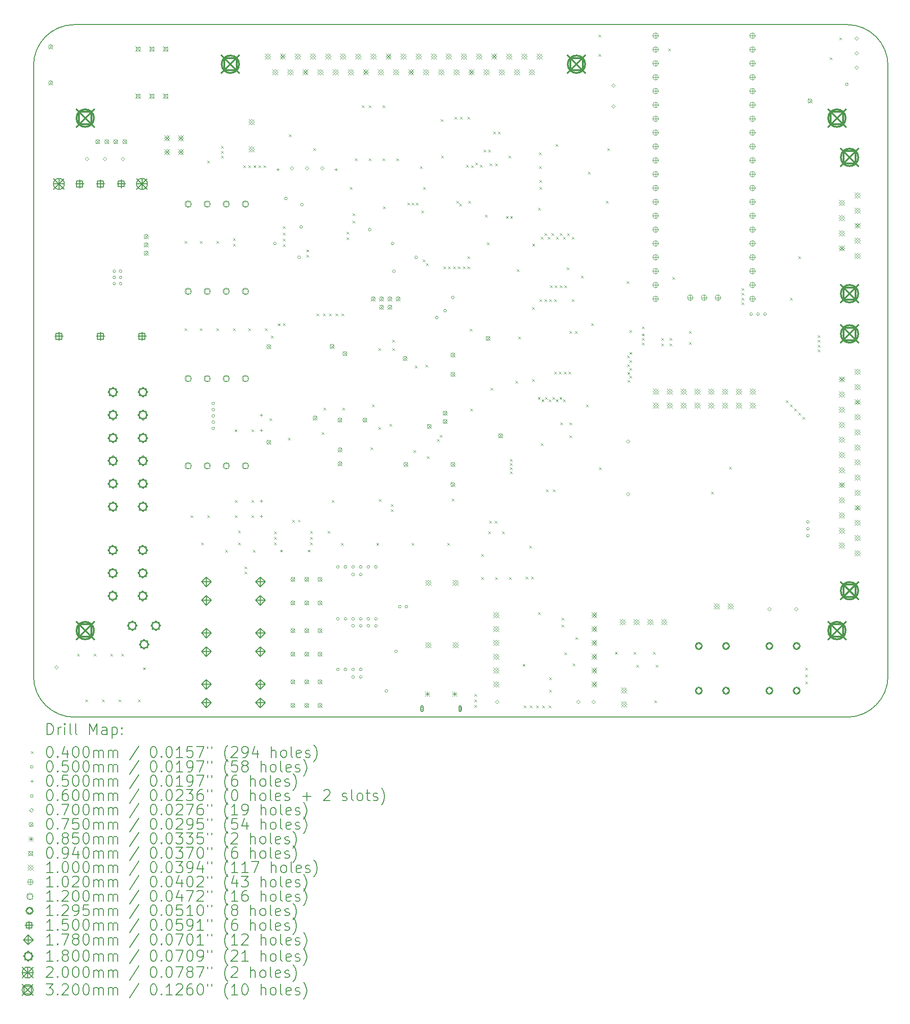
<source format=gbr>
%FSLAX45Y45*%
G04 Gerber Fmt 4.5, Leading zero omitted, Abs format (unit mm)*
G04 Created by KiCad (PCBNEW (6.0.1)) date 2023-04-18 18:33:36*
%MOMM*%
%LPD*%
G01*
G04 APERTURE LIST*
%TA.AperFunction,Profile*%
%ADD10C,0.150000*%
%TD*%
%ADD11C,0.200000*%
%ADD12C,0.040000*%
%ADD13C,0.050000*%
%ADD14C,0.060000*%
%ADD15C,0.070000*%
%ADD16C,0.075000*%
%ADD17C,0.085000*%
%ADD18C,0.094000*%
%ADD19C,0.100000*%
%ADD20C,0.102000*%
%ADD21C,0.120000*%
%ADD22C,0.129540*%
%ADD23C,0.150000*%
%ADD24C,0.178000*%
%ADD25C,0.180000*%
%ADD26C,0.320000*%
G04 APERTURE END LIST*
D10*
X5884100Y-4204780D02*
X5884100Y-15411200D01*
X5884100Y-15411200D02*
G75*
G03*
X6640500Y-16154400I749800J6600D01*
G01*
X6634480Y-3454400D02*
G75*
G03*
X5884100Y-4204780I0J-750380D01*
G01*
X6640500Y-16154400D02*
X20817300Y-16154400D01*
X6634480Y-3454400D02*
X20813000Y-3454400D01*
X21560600Y-4206900D02*
X21560600Y-15398000D01*
X21560600Y-4206900D02*
G75*
G03*
X20813000Y-3454400I-750050J2450D01*
G01*
X20817300Y-16154400D02*
G75*
G03*
X21560600Y-15398000I-6550J749850D01*
G01*
D11*
D12*
X6685600Y-14991400D02*
X6725600Y-15031400D01*
X6725600Y-14991400D02*
X6685600Y-15031400D01*
X6838000Y-15832140D02*
X6878000Y-15872140D01*
X6878000Y-15832140D02*
X6838000Y-15872140D01*
X6990400Y-14991400D02*
X7030400Y-15031400D01*
X7030400Y-14991400D02*
X6990400Y-15031400D01*
X7142800Y-15832140D02*
X7182800Y-15872140D01*
X7182800Y-15832140D02*
X7142800Y-15872140D01*
X7295200Y-14991400D02*
X7335200Y-15031400D01*
X7335200Y-14991400D02*
X7295200Y-15031400D01*
X7447600Y-15832140D02*
X7487600Y-15872140D01*
X7487600Y-15832140D02*
X7447600Y-15872140D01*
X7498400Y-14991400D02*
X7538400Y-15031400D01*
X7538400Y-14991400D02*
X7498400Y-15031400D01*
X7803200Y-15832140D02*
X7843200Y-15872140D01*
X7843200Y-15832140D02*
X7803200Y-15872140D01*
X7897180Y-15242860D02*
X7937180Y-15282860D01*
X7937180Y-15242860D02*
X7897180Y-15282860D01*
X8654100Y-7422200D02*
X8694100Y-7462200D01*
X8694100Y-7422200D02*
X8654100Y-7462200D01*
X8654100Y-9022400D02*
X8694100Y-9062400D01*
X8694100Y-9022400D02*
X8654100Y-9062400D01*
X8768400Y-12451400D02*
X8808400Y-12491400D01*
X8808400Y-12451400D02*
X8768400Y-12491400D01*
X8933500Y-7422200D02*
X8973500Y-7462200D01*
X8973500Y-7422200D02*
X8933500Y-7462200D01*
X8933500Y-9022400D02*
X8973500Y-9062400D01*
X8973500Y-9022400D02*
X8933500Y-9062400D01*
X8963980Y-12951780D02*
X9003980Y-12991780D01*
X9003980Y-12951780D02*
X8963980Y-12991780D01*
X9073200Y-5949000D02*
X9113200Y-5989000D01*
X9113200Y-5949000D02*
X9073200Y-5989000D01*
X9073200Y-12451400D02*
X9113200Y-12491400D01*
X9113200Y-12451400D02*
X9073200Y-12491400D01*
X9238300Y-7422200D02*
X9278300Y-7462200D01*
X9278300Y-7422200D02*
X9238300Y-7462200D01*
X9238300Y-9022400D02*
X9278300Y-9062400D01*
X9278300Y-9022400D02*
X9238300Y-9062400D01*
X9327200Y-5682300D02*
X9367200Y-5722300D01*
X9367200Y-5682300D02*
X9327200Y-5722300D01*
X9327200Y-5771200D02*
X9367200Y-5811200D01*
X9367200Y-5771200D02*
X9327200Y-5811200D01*
X9327200Y-5860100D02*
X9367200Y-5900100D01*
X9367200Y-5860100D02*
X9327200Y-5900100D01*
X9403400Y-13086400D02*
X9443400Y-13126400D01*
X9443400Y-13086400D02*
X9403400Y-13126400D01*
X9543100Y-7371400D02*
X9583100Y-7411400D01*
X9583100Y-7371400D02*
X9543100Y-7411400D01*
X9543100Y-7473000D02*
X9583100Y-7513000D01*
X9583100Y-7473000D02*
X9543100Y-7513000D01*
X9543100Y-9022400D02*
X9583100Y-9062400D01*
X9583100Y-9022400D02*
X9543100Y-9062400D01*
X9576120Y-10876600D02*
X9616120Y-10916600D01*
X9616120Y-10876600D02*
X9576120Y-10916600D01*
X9581200Y-12172000D02*
X9621200Y-12212000D01*
X9621200Y-12172000D02*
X9581200Y-12212000D01*
X9581200Y-12451400D02*
X9621200Y-12491400D01*
X9621200Y-12451400D02*
X9581200Y-12491400D01*
X9637080Y-12730800D02*
X9677080Y-12770800D01*
X9677080Y-12730800D02*
X9637080Y-12770800D01*
X9637080Y-12951780D02*
X9677080Y-12991780D01*
X9677080Y-12951780D02*
X9637080Y-12991780D01*
X9733600Y-6035360D02*
X9773600Y-6075360D01*
X9773600Y-6035360D02*
X9733600Y-6075360D01*
X9759000Y-13391200D02*
X9799000Y-13431200D01*
X9799000Y-13391200D02*
X9759000Y-13431200D01*
X9759000Y-13485180D02*
X9799000Y-13525180D01*
X9799000Y-13485180D02*
X9759000Y-13525180D01*
X9822500Y-9022400D02*
X9862500Y-9062400D01*
X9862500Y-9022400D02*
X9822500Y-9062400D01*
X9825040Y-6035360D02*
X9865040Y-6075360D01*
X9865040Y-6035360D02*
X9825040Y-6075360D01*
X9886000Y-10876600D02*
X9926000Y-10916600D01*
X9926000Y-10876600D02*
X9886000Y-10916600D01*
X9886000Y-12172000D02*
X9926000Y-12212000D01*
X9926000Y-12172000D02*
X9886000Y-12212000D01*
X9886000Y-12451400D02*
X9926000Y-12491400D01*
X9926000Y-12451400D02*
X9886000Y-12491400D01*
X9907550Y-13085090D02*
X9947550Y-13125090D01*
X9947550Y-13085090D02*
X9907550Y-13125090D01*
X9921560Y-6035360D02*
X9961560Y-6075360D01*
X9961560Y-6035360D02*
X9921560Y-6075360D01*
X10013000Y-6037900D02*
X10053000Y-6077900D01*
X10053000Y-6037900D02*
X10013000Y-6077900D01*
X10101900Y-6037900D02*
X10141900Y-6077900D01*
X10141900Y-6037900D02*
X10101900Y-6077900D01*
X10127300Y-9022400D02*
X10167300Y-9062400D01*
X10167300Y-9022400D02*
X10127300Y-9062400D01*
X10216200Y-10673400D02*
X10256200Y-10713400D01*
X10256200Y-10673400D02*
X10216200Y-10713400D01*
X10241600Y-9162100D02*
X10281600Y-9202100D01*
X10281600Y-9162100D02*
X10241600Y-9202100D01*
X10297480Y-12747690D02*
X10337480Y-12787690D01*
X10337480Y-12747690D02*
X10297480Y-12787690D01*
X10297480Y-12847640D02*
X10337480Y-12887640D01*
X10337480Y-12847640D02*
X10297480Y-12887640D01*
X10297480Y-12951780D02*
X10337480Y-12991780D01*
X10337480Y-12951780D02*
X10297480Y-12991780D01*
X10368600Y-8934350D02*
X10408600Y-8974350D01*
X10408600Y-8934350D02*
X10368600Y-8974350D01*
X10409240Y-13083860D02*
X10449240Y-13123860D01*
X10449240Y-13083860D02*
X10409240Y-13123860D01*
X10457500Y-7155500D02*
X10497500Y-7195500D01*
X10497500Y-7155500D02*
X10457500Y-7195500D01*
X10457500Y-7269800D02*
X10497500Y-7309800D01*
X10497500Y-7269800D02*
X10457500Y-7309800D01*
X10457500Y-7384100D02*
X10497500Y-7424100D01*
X10497500Y-7384100D02*
X10457500Y-7424100D01*
X10457500Y-7485700D02*
X10497500Y-7525700D01*
X10497500Y-7485700D02*
X10457500Y-7525700D01*
X10457500Y-8933500D02*
X10497500Y-8973500D01*
X10497500Y-8933500D02*
X10457500Y-8973500D01*
X10554766Y-11032292D02*
X10594766Y-11072292D01*
X10594766Y-11032292D02*
X10554766Y-11072292D01*
X10571800Y-5466400D02*
X10611800Y-5506400D01*
X10611800Y-5466400D02*
X10571800Y-5506400D01*
X10627680Y-12538610D02*
X10667680Y-12578610D01*
X10667680Y-12538610D02*
X10627680Y-12578610D01*
X10734360Y-12534178D02*
X10774360Y-12574178D01*
X10774360Y-12534178D02*
X10734360Y-12574178D01*
X10889300Y-7581100D02*
X10929300Y-7621100D01*
X10929300Y-7581100D02*
X10889300Y-7621100D01*
X10889300Y-7676200D02*
X10929300Y-7716200D01*
X10929300Y-7676200D02*
X10889300Y-7716200D01*
X10914700Y-13083860D02*
X10954700Y-13123860D01*
X10954700Y-13083860D02*
X10914700Y-13123860D01*
X10960420Y-12743500D02*
X11000420Y-12783500D01*
X11000420Y-12743500D02*
X10960420Y-12783500D01*
X10960420Y-12851830D02*
X11000420Y-12891830D01*
X11000420Y-12851830D02*
X10960420Y-12891830D01*
X10960420Y-12951780D02*
X11000420Y-12991780D01*
X11000420Y-12951780D02*
X10960420Y-12991780D01*
X11016300Y-5720400D02*
X11056300Y-5760400D01*
X11056300Y-5720400D02*
X11016300Y-5760400D01*
X11079800Y-8755700D02*
X11119800Y-8795700D01*
X11119800Y-8755700D02*
X11079800Y-8795700D01*
X11168700Y-10927400D02*
X11208700Y-10967400D01*
X11208700Y-10927400D02*
X11168700Y-10967400D01*
X11194100Y-8755700D02*
X11234100Y-8795700D01*
X11234100Y-8755700D02*
X11194100Y-8795700D01*
X11206800Y-10482900D02*
X11246800Y-10522900D01*
X11246800Y-10482900D02*
X11206800Y-10522900D01*
X11283000Y-12743500D02*
X11323000Y-12783500D01*
X11323000Y-12743500D02*
X11283000Y-12783500D01*
X11308400Y-8755700D02*
X11348400Y-8795700D01*
X11348400Y-8755700D02*
X11308400Y-8795700D01*
X11359200Y-12172000D02*
X11399200Y-12212000D01*
X11399200Y-12172000D02*
X11359200Y-12212000D01*
X11422700Y-8755700D02*
X11462700Y-8795700D01*
X11462700Y-8755700D02*
X11422700Y-8795700D01*
X11524300Y-12959400D02*
X11564300Y-12999400D01*
X11564300Y-12959400D02*
X11524300Y-12999400D01*
X11537000Y-8755700D02*
X11577000Y-8795700D01*
X11577000Y-8755700D02*
X11537000Y-8795700D01*
X11549700Y-10482900D02*
X11589700Y-10522900D01*
X11589700Y-10482900D02*
X11549700Y-10522900D01*
X11625900Y-7257100D02*
X11665900Y-7297100D01*
X11665900Y-7257100D02*
X11625900Y-7297100D01*
X11625900Y-7358700D02*
X11665900Y-7398700D01*
X11665900Y-7358700D02*
X11625900Y-7398700D01*
X11689400Y-6431600D02*
X11729400Y-6471600D01*
X11729400Y-6431600D02*
X11689400Y-6471600D01*
X11740200Y-6914200D02*
X11780200Y-6954200D01*
X11780200Y-6914200D02*
X11740200Y-6954200D01*
X11740200Y-7053900D02*
X11780200Y-7093900D01*
X11780200Y-7053900D02*
X11740200Y-7093900D01*
X11778300Y-5910900D02*
X11818300Y-5950900D01*
X11818300Y-5910900D02*
X11778300Y-5950900D01*
X11905300Y-4933000D02*
X11945300Y-4973000D01*
X11945300Y-4933000D02*
X11905300Y-4973000D01*
X12032300Y-4933000D02*
X12072300Y-4973000D01*
X12072300Y-4933000D02*
X12032300Y-4973000D01*
X12032300Y-5910900D02*
X12072300Y-5950900D01*
X12072300Y-5910900D02*
X12032300Y-5950900D01*
X12070400Y-11206800D02*
X12110400Y-11246800D01*
X12110400Y-11206800D02*
X12070400Y-11246800D01*
X12095800Y-10419400D02*
X12135800Y-10459400D01*
X12135800Y-10419400D02*
X12095800Y-10459400D01*
X12174540Y-12959400D02*
X12214540Y-12999400D01*
X12214540Y-12959400D02*
X12174540Y-12999400D01*
X12210100Y-9390700D02*
X12250100Y-9430700D01*
X12250100Y-9390700D02*
X12210100Y-9430700D01*
X12210100Y-10838500D02*
X12250100Y-10878500D01*
X12250100Y-10838500D02*
X12210100Y-10878500D01*
X12222800Y-12159300D02*
X12262800Y-12199300D01*
X12262800Y-12159300D02*
X12222800Y-12199300D01*
X12286300Y-4933000D02*
X12326300Y-4973000D01*
X12326300Y-4933000D02*
X12286300Y-4973000D01*
X12286300Y-5910900D02*
X12326300Y-5950900D01*
X12326300Y-5910900D02*
X12286300Y-5950900D01*
X12299850Y-6787200D02*
X12339850Y-6827200D01*
X12339850Y-6787200D02*
X12299850Y-6827200D01*
X12413300Y-10775000D02*
X12453300Y-10815000D01*
X12453300Y-10775000D02*
X12413300Y-10815000D01*
X12438700Y-12248200D02*
X12478700Y-12288200D01*
X12478700Y-12248200D02*
X12438700Y-12288200D01*
X12441240Y-12339640D02*
X12481240Y-12379640D01*
X12481240Y-12339640D02*
X12441240Y-12379640D01*
X12464100Y-9238300D02*
X12504100Y-9278300D01*
X12504100Y-9238300D02*
X12464100Y-9278300D01*
X12464100Y-9390700D02*
X12504100Y-9430700D01*
X12504100Y-9390700D02*
X12464100Y-9430700D01*
X12540300Y-5910900D02*
X12580300Y-5950900D01*
X12580300Y-5910900D02*
X12540300Y-5950900D01*
X12743500Y-6723700D02*
X12783500Y-6763700D01*
X12783500Y-6723700D02*
X12743500Y-6763700D01*
X12819700Y-6723700D02*
X12859700Y-6763700D01*
X12859700Y-6723700D02*
X12819700Y-6763700D01*
X12824780Y-12959400D02*
X12864780Y-12999400D01*
X12864780Y-12959400D02*
X12824780Y-12999400D01*
X12857800Y-11257600D02*
X12897800Y-11297600D01*
X12897800Y-11257600D02*
X12857800Y-11297600D01*
X12883200Y-9708200D02*
X12923200Y-9748200D01*
X12923200Y-9708200D02*
X12883200Y-9748200D01*
X12895900Y-6723700D02*
X12935900Y-6763700D01*
X12935900Y-6723700D02*
X12895900Y-6763700D01*
X12972100Y-6050600D02*
X13012100Y-6090600D01*
X13012100Y-6050600D02*
X12972100Y-6090600D01*
X12997500Y-6863400D02*
X13037500Y-6903400D01*
X13037500Y-6863400D02*
X12997500Y-6903400D01*
X13022900Y-7765100D02*
X13062900Y-7805100D01*
X13062900Y-7765100D02*
X13022900Y-7805100D01*
X13035600Y-6431600D02*
X13075600Y-6471600D01*
X13075600Y-6431600D02*
X13035600Y-6471600D01*
X13073700Y-9695500D02*
X13113700Y-9735500D01*
X13113700Y-9695500D02*
X13073700Y-9735500D01*
X13086400Y-7828600D02*
X13126400Y-7868600D01*
X13126400Y-7828600D02*
X13086400Y-7868600D01*
X13099100Y-11371900D02*
X13139100Y-11411900D01*
X13139100Y-11371900D02*
X13099100Y-11411900D01*
X13289600Y-11054400D02*
X13329600Y-11094400D01*
X13329600Y-11054400D02*
X13289600Y-11094400D01*
X13340400Y-10978200D02*
X13380400Y-11018200D01*
X13380400Y-10978200D02*
X13340400Y-11018200D01*
X13353100Y-5187000D02*
X13393100Y-5227000D01*
X13393100Y-5187000D02*
X13353100Y-5227000D01*
X13365800Y-5860100D02*
X13405800Y-5900100D01*
X13405800Y-5860100D02*
X13365800Y-5900100D01*
X13403900Y-7892100D02*
X13443900Y-7932100D01*
X13443900Y-7892100D02*
X13403900Y-7932100D01*
X13475020Y-12959400D02*
X13515020Y-12999400D01*
X13515020Y-12959400D02*
X13475020Y-12999400D01*
X13492800Y-7892100D02*
X13532800Y-7932100D01*
X13532800Y-7892100D02*
X13492800Y-7932100D01*
X13556300Y-12146600D02*
X13596300Y-12186600D01*
X13596300Y-12146600D02*
X13556300Y-12186600D01*
X13581700Y-7892100D02*
X13621700Y-7932100D01*
X13621700Y-7892100D02*
X13581700Y-7932100D01*
X13607100Y-5148900D02*
X13647100Y-5188900D01*
X13647100Y-5148900D02*
X13607100Y-5188900D01*
X13645200Y-6685600D02*
X13685200Y-6725600D01*
X13685200Y-6685600D02*
X13645200Y-6725600D01*
X13670600Y-7892100D02*
X13710600Y-7932100D01*
X13710600Y-7892100D02*
X13670600Y-7932100D01*
X13696000Y-6736400D02*
X13736000Y-6776400D01*
X13736000Y-6736400D02*
X13696000Y-6776400D01*
X13708700Y-5148900D02*
X13748700Y-5188900D01*
X13748700Y-5148900D02*
X13708700Y-5188900D01*
X13759500Y-7892100D02*
X13799500Y-7932100D01*
X13799500Y-7892100D02*
X13759500Y-7932100D01*
X13823000Y-6025200D02*
X13863000Y-6065200D01*
X13863000Y-6025200D02*
X13823000Y-6065200D01*
X13848400Y-5148900D02*
X13888400Y-5188900D01*
X13888400Y-5148900D02*
X13848400Y-5188900D01*
X13848400Y-7701600D02*
X13888400Y-7741600D01*
X13888400Y-7701600D02*
X13848400Y-7741600D01*
X13848400Y-7892100D02*
X13888400Y-7932100D01*
X13888400Y-7892100D02*
X13848400Y-7932100D01*
X13861100Y-6685600D02*
X13901100Y-6725600D01*
X13901100Y-6685600D02*
X13861100Y-6725600D01*
X13886645Y-9032761D02*
X13926645Y-9072761D01*
X13926645Y-9032761D02*
X13886645Y-9072761D01*
X13899200Y-10495600D02*
X13939200Y-10535600D01*
X13939200Y-10495600D02*
X13899200Y-10535600D01*
X13911900Y-6037900D02*
X13951900Y-6077900D01*
X13951900Y-6037900D02*
X13911900Y-6077900D01*
X13975400Y-15728000D02*
X14015400Y-15768000D01*
X14015400Y-15728000D02*
X13975400Y-15768000D01*
X13975400Y-15829600D02*
X14015400Y-15869600D01*
X14015400Y-15829600D02*
X13975400Y-15869600D01*
X13975400Y-15931200D02*
X14015400Y-15971200D01*
X14015400Y-15931200D02*
X13975400Y-15971200D01*
X13988100Y-5987100D02*
X14028100Y-6027100D01*
X14028100Y-5987100D02*
X13988100Y-6027100D01*
X14077000Y-6025200D02*
X14117000Y-6065200D01*
X14117000Y-6025200D02*
X14077000Y-6065200D01*
X14102400Y-13162600D02*
X14142400Y-13202600D01*
X14142400Y-13162600D02*
X14102400Y-13202600D01*
X14102400Y-13586780D02*
X14142400Y-13626780D01*
X14142400Y-13586780D02*
X14102400Y-13626780D01*
X14140500Y-5745800D02*
X14180500Y-5785800D01*
X14180500Y-5745800D02*
X14140500Y-5785800D01*
X14165900Y-6939600D02*
X14205900Y-6979600D01*
X14205900Y-6939600D02*
X14165900Y-6979600D01*
X14204000Y-7447600D02*
X14244000Y-7487600D01*
X14244000Y-7447600D02*
X14204000Y-7487600D01*
X14229400Y-5745800D02*
X14269400Y-5785800D01*
X14269400Y-5745800D02*
X14229400Y-5785800D01*
X14229400Y-12748580D02*
X14269400Y-12788580D01*
X14269400Y-12748580D02*
X14229400Y-12788580D01*
X14242100Y-12553000D02*
X14282100Y-12593000D01*
X14282100Y-12553000D02*
X14242100Y-12593000D01*
X14254800Y-5999800D02*
X14294800Y-6039800D01*
X14294800Y-5999800D02*
X14254800Y-6039800D01*
X14267500Y-10114600D02*
X14307500Y-10154600D01*
X14307500Y-10114600D02*
X14267500Y-10154600D01*
X14318300Y-5415600D02*
X14358300Y-5455600D01*
X14358300Y-5415600D02*
X14318300Y-5455600D01*
X14343700Y-12553000D02*
X14383700Y-12593000D01*
X14383700Y-12553000D02*
X14343700Y-12593000D01*
X14356400Y-5999800D02*
X14396400Y-6039800D01*
X14396400Y-5999800D02*
X14356400Y-6039800D01*
X14356400Y-13589320D02*
X14396400Y-13629320D01*
X14396400Y-13589320D02*
X14356400Y-13629320D01*
X14407200Y-5415600D02*
X14447200Y-5455600D01*
X14447200Y-5415600D02*
X14407200Y-5455600D01*
X14483400Y-12748580D02*
X14523400Y-12788580D01*
X14523400Y-12748580D02*
X14483400Y-12788580D01*
X14554520Y-6965000D02*
X14594520Y-7005000D01*
X14594520Y-6965000D02*
X14554520Y-7005000D01*
X14597700Y-5860100D02*
X14637700Y-5900100D01*
X14637700Y-5860100D02*
X14597700Y-5900100D01*
X14610400Y-13586780D02*
X14650400Y-13626780D01*
X14650400Y-13586780D02*
X14610400Y-13626780D01*
X14623100Y-11422700D02*
X14663100Y-11462700D01*
X14663100Y-11422700D02*
X14623100Y-11462700D01*
X14623100Y-11498900D02*
X14663100Y-11538900D01*
X14663100Y-11498900D02*
X14623100Y-11538900D01*
X14623100Y-11575100D02*
X14663100Y-11615100D01*
X14663100Y-11575100D02*
X14623100Y-11615100D01*
X14623100Y-11651300D02*
X14663100Y-11691300D01*
X14663100Y-11651300D02*
X14623100Y-11691300D01*
X14630720Y-6965000D02*
X14670720Y-7005000D01*
X14670720Y-6965000D02*
X14630720Y-7005000D01*
X14724700Y-9987600D02*
X14764700Y-10027600D01*
X14764700Y-9987600D02*
X14724700Y-10027600D01*
X14750100Y-7942900D02*
X14790100Y-7982900D01*
X14790100Y-7942900D02*
X14750100Y-7982900D01*
X14775500Y-9174800D02*
X14815500Y-9214800D01*
X14815500Y-9174800D02*
X14775500Y-9214800D01*
X14859320Y-15181900D02*
X14899320Y-15221900D01*
X14899320Y-15181900D02*
X14859320Y-15221900D01*
X14877100Y-15943900D02*
X14917100Y-15983900D01*
X14917100Y-15943900D02*
X14877100Y-15983900D01*
X14915200Y-13581700D02*
X14955200Y-13621700D01*
X14955200Y-13581700D02*
X14915200Y-13621700D01*
X14983780Y-13012740D02*
X15023780Y-13052740D01*
X15023780Y-13012740D02*
X14983780Y-13052740D01*
X14991400Y-15943900D02*
X15031400Y-15983900D01*
X15031400Y-15943900D02*
X14991400Y-15983900D01*
X15016800Y-13581700D02*
X15056800Y-13621700D01*
X15056800Y-13581700D02*
X15016800Y-13621700D01*
X15033875Y-8635550D02*
X15073875Y-8675550D01*
X15073875Y-8635550D02*
X15033875Y-8675550D01*
X15033875Y-9956350D02*
X15073875Y-9996350D01*
X15073875Y-9956350D02*
X15033875Y-9996350D01*
X15036350Y-7473000D02*
X15076350Y-7513000D01*
X15076350Y-7473000D02*
X15036350Y-7513000D01*
X15105700Y-15943900D02*
X15145700Y-15983900D01*
X15145700Y-15943900D02*
X15105700Y-15983900D01*
X15138720Y-10282240D02*
X15178720Y-10322240D01*
X15178720Y-10282240D02*
X15138720Y-10322240D01*
X15143800Y-6812600D02*
X15183800Y-6852600D01*
X15183800Y-6812600D02*
X15143800Y-6852600D01*
X15143800Y-14229400D02*
X15183800Y-14269400D01*
X15183800Y-14229400D02*
X15143800Y-14269400D01*
X15156500Y-5796600D02*
X15196500Y-5836600D01*
X15196500Y-5796600D02*
X15156500Y-5836600D01*
X15156500Y-6050600D02*
X15196500Y-6090600D01*
X15196500Y-6050600D02*
X15156500Y-6090600D01*
X15169200Y-6304600D02*
X15209200Y-6344600D01*
X15209200Y-6304600D02*
X15169200Y-6344600D01*
X15169200Y-6431600D02*
X15209200Y-6471600D01*
X15209200Y-6431600D02*
X15169200Y-6471600D01*
X15169200Y-8489000D02*
X15209200Y-8529000D01*
X15209200Y-8489000D02*
X15169200Y-8529000D01*
X15194600Y-7346000D02*
X15234600Y-7386000D01*
X15234600Y-7346000D02*
X15194600Y-7386000D01*
X15194600Y-11130600D02*
X15234600Y-11170600D01*
X15234600Y-11130600D02*
X15194600Y-11170600D01*
X15204760Y-10327960D02*
X15244760Y-10367960D01*
X15244760Y-10327960D02*
X15204760Y-10367960D01*
X15220000Y-15943900D02*
X15260000Y-15983900D01*
X15260000Y-15943900D02*
X15220000Y-15983900D01*
X15258100Y-7282500D02*
X15298100Y-7322500D01*
X15298100Y-7282500D02*
X15258100Y-7322500D01*
X15258100Y-8489000D02*
X15298100Y-8529000D01*
X15298100Y-8489000D02*
X15258100Y-8529000D01*
X15270800Y-10282240D02*
X15310800Y-10322240D01*
X15310800Y-10282240D02*
X15270800Y-10322240D01*
X15283500Y-11981500D02*
X15323500Y-12021500D01*
X15323500Y-11981500D02*
X15283500Y-12021500D01*
X15321600Y-7346000D02*
X15361600Y-7386000D01*
X15361600Y-7346000D02*
X15321600Y-7386000D01*
X15334300Y-15943900D02*
X15374300Y-15983900D01*
X15374300Y-15943900D02*
X15334300Y-15983900D01*
X15336840Y-10327960D02*
X15376840Y-10367960D01*
X15376840Y-10327960D02*
X15336840Y-10367960D01*
X15347000Y-8489000D02*
X15387000Y-8529000D01*
X15387000Y-8489000D02*
X15347000Y-8529000D01*
X15347000Y-15423200D02*
X15387000Y-15463200D01*
X15387000Y-15423200D02*
X15347000Y-15463200D01*
X15347000Y-15651800D02*
X15387000Y-15691800D01*
X15387000Y-15651800D02*
X15347000Y-15691800D01*
X15359700Y-8235000D02*
X15399700Y-8275000D01*
X15399700Y-8235000D02*
X15359700Y-8275000D01*
X15385100Y-7282500D02*
X15425100Y-7322500D01*
X15425100Y-7282500D02*
X15385100Y-7322500D01*
X15402880Y-10282240D02*
X15442880Y-10322240D01*
X15442880Y-10282240D02*
X15402880Y-10322240D01*
X15410500Y-11981500D02*
X15450500Y-12021500D01*
X15450500Y-11981500D02*
X15410500Y-12021500D01*
X15435900Y-8489000D02*
X15475900Y-8529000D01*
X15475900Y-8489000D02*
X15435900Y-8529000D01*
X15435900Y-9822500D02*
X15475900Y-9862500D01*
X15475900Y-9822500D02*
X15435900Y-9862500D01*
X15448600Y-8235000D02*
X15488600Y-8275000D01*
X15488600Y-8235000D02*
X15448600Y-8275000D01*
X15461300Y-5644200D02*
X15501300Y-5684200D01*
X15501300Y-5644200D02*
X15461300Y-5684200D01*
X15468920Y-10327960D02*
X15508920Y-10367960D01*
X15508920Y-10327960D02*
X15468920Y-10367960D01*
X15474000Y-7346000D02*
X15514000Y-7386000D01*
X15514000Y-7346000D02*
X15474000Y-7386000D01*
X15524800Y-9822500D02*
X15564800Y-9862500D01*
X15564800Y-9822500D02*
X15524800Y-9862500D01*
X15534960Y-10282240D02*
X15574960Y-10322240D01*
X15574960Y-10282240D02*
X15534960Y-10322240D01*
X15537500Y-7282500D02*
X15577500Y-7322500D01*
X15577500Y-7282500D02*
X15537500Y-7322500D01*
X15537500Y-8235000D02*
X15577500Y-8275000D01*
X15577500Y-8235000D02*
X15537500Y-8275000D01*
X15550200Y-10748750D02*
X15590200Y-10788750D01*
X15590200Y-10748750D02*
X15550200Y-10788750D01*
X15575600Y-14331000D02*
X15615600Y-14371000D01*
X15615600Y-14331000D02*
X15575600Y-14371000D01*
X15575600Y-14458000D02*
X15615600Y-14498000D01*
X15615600Y-14458000D02*
X15575600Y-14498000D01*
X15601000Y-7344907D02*
X15641000Y-7384907D01*
X15641000Y-7344907D02*
X15601000Y-7384907D01*
X15601000Y-10327960D02*
X15641000Y-10367960D01*
X15641000Y-10327960D02*
X15601000Y-10367960D01*
X15613700Y-9822500D02*
X15653700Y-9862500D01*
X15653700Y-9822500D02*
X15613700Y-9862500D01*
X15626400Y-8235000D02*
X15666400Y-8275000D01*
X15666400Y-8235000D02*
X15626400Y-8275000D01*
X15626400Y-14966000D02*
X15666400Y-15006000D01*
X15666400Y-14966000D02*
X15626400Y-15006000D01*
X15664500Y-7904800D02*
X15704500Y-7944800D01*
X15704500Y-7904800D02*
X15664500Y-7944800D01*
X15677200Y-7282500D02*
X15717200Y-7322500D01*
X15717200Y-7282500D02*
X15677200Y-7322500D01*
X15702600Y-9822500D02*
X15742600Y-9862500D01*
X15742600Y-9822500D02*
X15702600Y-9862500D01*
X15715300Y-9073200D02*
X15755300Y-9113200D01*
X15755300Y-9073200D02*
X15715300Y-9113200D01*
X15719252Y-10748750D02*
X15759252Y-10788750D01*
X15759252Y-10748750D02*
X15719252Y-10788750D01*
X15719252Y-10988360D02*
X15759252Y-11028360D01*
X15759252Y-10988360D02*
X15719252Y-11028360D01*
X15758480Y-8489000D02*
X15798480Y-8529000D01*
X15798480Y-8489000D02*
X15758480Y-8529000D01*
X15761020Y-7346000D02*
X15801020Y-7386000D01*
X15801020Y-7346000D02*
X15761020Y-7386000D01*
X15778800Y-15169200D02*
X15818800Y-15209200D01*
X15818800Y-15169200D02*
X15778800Y-15209200D01*
X15816900Y-9073200D02*
X15856900Y-9113200D01*
X15856900Y-9073200D02*
X15816900Y-9113200D01*
X15829600Y-14686600D02*
X15869600Y-14726600D01*
X15869600Y-14686600D02*
X15829600Y-14726600D01*
X15931200Y-8057200D02*
X15971200Y-8097200D01*
X15971200Y-8057200D02*
X15931200Y-8097200D01*
X16020100Y-10419400D02*
X16060100Y-10459400D01*
X16060100Y-10419400D02*
X16020100Y-10459400D01*
X16058200Y-6152200D02*
X16098200Y-6192200D01*
X16098200Y-6152200D02*
X16058200Y-6192200D01*
X16114080Y-8928420D02*
X16154080Y-8968420D01*
X16154080Y-8928420D02*
X16114080Y-8968420D01*
X16248700Y-3637600D02*
X16288700Y-3677600D01*
X16288700Y-3637600D02*
X16248700Y-3677600D01*
X16248700Y-3993200D02*
X16288700Y-4033200D01*
X16288700Y-3993200D02*
X16248700Y-4033200D01*
X16261400Y-11575100D02*
X16301400Y-11615100D01*
X16301400Y-11575100D02*
X16261400Y-11615100D01*
X16388400Y-6685600D02*
X16428400Y-6725600D01*
X16428400Y-6685600D02*
X16388400Y-6725600D01*
X16413800Y-5724601D02*
X16453800Y-5764601D01*
X16453800Y-5724601D02*
X16413800Y-5764601D01*
X16550960Y-14955840D02*
X16590960Y-14995840D01*
X16590960Y-14955840D02*
X16550960Y-14995840D01*
X16769400Y-8158800D02*
X16809400Y-8198800D01*
X16809400Y-8158800D02*
X16769400Y-8198800D01*
X16774480Y-9525320D02*
X16814480Y-9565320D01*
X16814480Y-9525320D02*
X16774480Y-9565320D01*
X16774480Y-9682800D02*
X16814480Y-9722800D01*
X16814480Y-9682800D02*
X16774480Y-9722800D01*
X16779560Y-9825040D02*
X16819560Y-9865040D01*
X16819560Y-9825040D02*
X16779560Y-9865040D01*
X16784640Y-9972360D02*
X16824640Y-10012360D01*
X16824640Y-9972360D02*
X16784640Y-10012360D01*
X16820200Y-9057960D02*
X16860200Y-9097960D01*
X16860200Y-9057960D02*
X16820200Y-9097960D01*
X16820200Y-9459280D02*
X16860200Y-9499280D01*
X16860200Y-9459280D02*
X16820200Y-9499280D01*
X16820200Y-9606600D02*
X16860200Y-9646600D01*
X16860200Y-9606600D02*
X16820200Y-9646600D01*
X16820200Y-9753920D02*
X16860200Y-9793920D01*
X16860200Y-9753920D02*
X16820200Y-9793920D01*
X16820200Y-9896160D02*
X16860200Y-9936160D01*
X16860200Y-9896160D02*
X16820200Y-9936160D01*
X16896400Y-14955840D02*
X16936400Y-14995840D01*
X16936400Y-14955840D02*
X16896400Y-14995840D01*
X16947200Y-15194600D02*
X16987200Y-15234600D01*
X16987200Y-15194600D02*
X16947200Y-15234600D01*
X17048800Y-8991920D02*
X17088800Y-9031920D01*
X17088800Y-8991920D02*
X17048800Y-9031920D01*
X17048800Y-9121460D02*
X17088800Y-9161460D01*
X17088800Y-9121460D02*
X17048800Y-9161460D01*
X17048800Y-9202740D02*
X17088800Y-9242740D01*
X17088800Y-9202740D02*
X17048800Y-9242740D01*
X17048800Y-9284020D02*
X17088800Y-9324020D01*
X17088800Y-9284020D02*
X17048800Y-9324020D01*
X17252000Y-14955840D02*
X17292000Y-14995840D01*
X17292000Y-14955840D02*
X17252000Y-14995840D01*
X17277400Y-15844840D02*
X17317400Y-15884840D01*
X17317400Y-15844840D02*
X17277400Y-15884840D01*
X17302800Y-15194600D02*
X17342800Y-15234600D01*
X17342800Y-15194600D02*
X17302800Y-15234600D01*
X17404400Y-9200200D02*
X17444400Y-9240200D01*
X17444400Y-9200200D02*
X17404400Y-9240200D01*
X17404400Y-9301800D02*
X17444400Y-9341800D01*
X17444400Y-9301800D02*
X17404400Y-9341800D01*
X17531400Y-3891600D02*
X17571400Y-3931600D01*
X17571400Y-3891600D02*
X17531400Y-3931600D01*
X17556800Y-9200200D02*
X17596800Y-9240200D01*
X17596800Y-9200200D02*
X17556800Y-9240200D01*
X17556800Y-9301800D02*
X17596800Y-9341800D01*
X17596800Y-9301800D02*
X17556800Y-9341800D01*
X17607600Y-8082600D02*
X17647600Y-8122600D01*
X17647600Y-8082600D02*
X17607600Y-8122600D01*
X17912400Y-9073200D02*
X17952400Y-9113200D01*
X17952400Y-9073200D02*
X17912400Y-9113200D01*
X17912400Y-9276400D02*
X17952400Y-9316400D01*
X17952400Y-9276400D02*
X17912400Y-9316400D01*
X18318800Y-12019600D02*
X18358800Y-12059600D01*
X18358800Y-12019600D02*
X18318800Y-12059600D01*
X18649000Y-11562400D02*
X18689000Y-11602400D01*
X18689000Y-11562400D02*
X18649000Y-11602400D01*
X18877600Y-8285800D02*
X18917600Y-8325800D01*
X18917600Y-8285800D02*
X18877600Y-8325800D01*
X18877600Y-8374700D02*
X18917600Y-8414700D01*
X18917600Y-8374700D02*
X18877600Y-8414700D01*
X18877600Y-8463600D02*
X18917600Y-8503600D01*
X18917600Y-8463600D02*
X18877600Y-8503600D01*
X18877600Y-8552500D02*
X18917600Y-8592500D01*
X18917600Y-8552500D02*
X18877600Y-8592500D01*
X19690400Y-10343200D02*
X19730400Y-10383200D01*
X19730400Y-10343200D02*
X19690400Y-10383200D01*
X19766600Y-8463600D02*
X19806600Y-8503600D01*
X19806600Y-8463600D02*
X19766600Y-8503600D01*
X19766600Y-10419400D02*
X19806600Y-10459400D01*
X19806600Y-10419400D02*
X19766600Y-10459400D01*
X19842800Y-10495600D02*
X19882800Y-10535600D01*
X19882800Y-10495600D02*
X19842800Y-10535600D01*
X19919000Y-7701600D02*
X19959000Y-7741600D01*
X19959000Y-7701600D02*
X19919000Y-7741600D01*
X19919000Y-10571800D02*
X19959000Y-10611800D01*
X19959000Y-10571800D02*
X19919000Y-10611800D01*
X19995200Y-10648000D02*
X20035200Y-10688000D01*
X20035200Y-10648000D02*
X19995200Y-10688000D01*
X20046000Y-15245400D02*
X20086000Y-15285400D01*
X20086000Y-15245400D02*
X20046000Y-15285400D01*
X20046000Y-15372400D02*
X20086000Y-15412400D01*
X20086000Y-15372400D02*
X20046000Y-15412400D01*
X20046000Y-15499400D02*
X20086000Y-15539400D01*
X20086000Y-15499400D02*
X20046000Y-15539400D01*
X20274600Y-9149400D02*
X20314600Y-9189400D01*
X20314600Y-9149400D02*
X20274600Y-9189400D01*
X20274600Y-9238300D02*
X20314600Y-9278300D01*
X20314600Y-9238300D02*
X20274600Y-9278300D01*
X20274600Y-9327200D02*
X20314600Y-9367200D01*
X20314600Y-9327200D02*
X20274600Y-9367200D01*
X20274600Y-9416100D02*
X20314600Y-9456100D01*
X20314600Y-9416100D02*
X20274600Y-9456100D01*
X20490500Y-4056700D02*
X20530500Y-4096700D01*
X20530500Y-4056700D02*
X20490500Y-4096700D01*
X20668300Y-3688400D02*
X20708300Y-3728400D01*
X20708300Y-3688400D02*
X20668300Y-3728400D01*
D13*
X7391000Y-7975600D02*
G75*
G03*
X7391000Y-7975600I-25000J0D01*
G01*
X7391000Y-8089900D02*
G75*
G03*
X7391000Y-8089900I-25000J0D01*
G01*
X7391000Y-8204200D02*
G75*
G03*
X7391000Y-8204200I-25000J0D01*
G01*
X7505300Y-7975600D02*
G75*
G03*
X7505300Y-7975600I-25000J0D01*
G01*
X7505300Y-8089900D02*
G75*
G03*
X7505300Y-8089900I-25000J0D01*
G01*
X7505300Y-8204200D02*
G75*
G03*
X7505300Y-8204200I-25000J0D01*
G01*
X9207100Y-10401300D02*
G75*
G03*
X9207100Y-10401300I-25000J0D01*
G01*
X9207100Y-10515600D02*
G75*
G03*
X9207100Y-10515600I-25000J0D01*
G01*
X9207100Y-10629900D02*
G75*
G03*
X9207100Y-10629900I-25000J0D01*
G01*
X9207100Y-10744200D02*
G75*
G03*
X9207100Y-10744200I-25000J0D01*
G01*
X9207100Y-10858500D02*
G75*
G03*
X9207100Y-10858500I-25000J0D01*
G01*
X10337400Y-7467600D02*
G75*
G03*
X10337400Y-7467600I-25000J0D01*
G01*
X10540600Y-6642100D02*
G75*
G03*
X10540600Y-6642100I-25000J0D01*
G01*
X10781900Y-7721600D02*
G75*
G03*
X10781900Y-7721600I-25000J0D01*
G01*
X10820000Y-7162800D02*
G75*
G03*
X10820000Y-7162800I-25000J0D01*
G01*
X10832700Y-6756400D02*
G75*
G03*
X10832700Y-6756400I-25000J0D01*
G01*
X11493100Y-13398500D02*
G75*
G03*
X11493100Y-13398500I-25000J0D01*
G01*
X11493100Y-14351000D02*
G75*
G03*
X11493100Y-14351000I-25000J0D01*
G01*
X11493100Y-15278100D02*
G75*
G03*
X11493100Y-15278100I-25000J0D01*
G01*
X11632800Y-13398500D02*
G75*
G03*
X11632800Y-13398500I-25000J0D01*
G01*
X11632800Y-14351000D02*
G75*
G03*
X11632800Y-14351000I-25000J0D01*
G01*
X11632800Y-15278100D02*
G75*
G03*
X11632800Y-15278100I-25000J0D01*
G01*
X11772500Y-13398500D02*
G75*
G03*
X11772500Y-13398500I-25000J0D01*
G01*
X11772500Y-13538200D02*
G75*
G03*
X11772500Y-13538200I-25000J0D01*
G01*
X11772500Y-14351000D02*
G75*
G03*
X11772500Y-14351000I-25000J0D01*
G01*
X11772500Y-14478000D02*
G75*
G03*
X11772500Y-14478000I-25000J0D01*
G01*
X11772500Y-15278100D02*
G75*
G03*
X11772500Y-15278100I-25000J0D01*
G01*
X11772500Y-15417800D02*
G75*
G03*
X11772500Y-15417800I-25000J0D01*
G01*
X11912200Y-13398500D02*
G75*
G03*
X11912200Y-13398500I-25000J0D01*
G01*
X11912200Y-13538200D02*
G75*
G03*
X11912200Y-13538200I-25000J0D01*
G01*
X11912200Y-14351000D02*
G75*
G03*
X11912200Y-14351000I-25000J0D01*
G01*
X11912200Y-14478000D02*
G75*
G03*
X11912200Y-14478000I-25000J0D01*
G01*
X11912200Y-15278100D02*
G75*
G03*
X11912200Y-15278100I-25000J0D01*
G01*
X11912200Y-15417800D02*
G75*
G03*
X11912200Y-15417800I-25000J0D01*
G01*
X12051900Y-13398500D02*
G75*
G03*
X12051900Y-13398500I-25000J0D01*
G01*
X12051900Y-14351000D02*
G75*
G03*
X12051900Y-14351000I-25000J0D01*
G01*
X12051900Y-14478000D02*
G75*
G03*
X12051900Y-14478000I-25000J0D01*
G01*
X12077300Y-7213600D02*
G75*
G03*
X12077300Y-7213600I-25000J0D01*
G01*
X12191600Y-13398500D02*
G75*
G03*
X12191600Y-13398500I-25000J0D01*
G01*
X12191600Y-14351000D02*
G75*
G03*
X12191600Y-14351000I-25000J0D01*
G01*
X12191600Y-14478000D02*
G75*
G03*
X12191600Y-14478000I-25000J0D01*
G01*
X12382100Y-15674340D02*
G75*
G03*
X12382100Y-15674340I-25000J0D01*
G01*
X12496400Y-7467600D02*
G75*
G03*
X12496400Y-7467600I-25000J0D01*
G01*
X12522000Y-7975800D02*
G75*
G03*
X12522000Y-7975800I-25000J0D01*
G01*
X12559900Y-14947900D02*
G75*
G03*
X12559900Y-14947900I-25000J0D01*
G01*
X12628480Y-14127480D02*
G75*
G03*
X12628480Y-14127480I-25000J0D01*
G01*
X12750400Y-14127480D02*
G75*
G03*
X12750400Y-14127480I-25000J0D01*
G01*
X12928200Y-7721600D02*
G75*
G03*
X12928200Y-7721600I-25000J0D01*
G01*
X13309200Y-8826500D02*
G75*
G03*
X13309200Y-8826500I-25000J0D01*
G01*
X13461600Y-8699500D02*
G75*
G03*
X13461600Y-8699500I-25000J0D01*
G01*
X13601300Y-8458200D02*
G75*
G03*
X13601300Y-8458200I-25000J0D01*
G01*
X19075000Y-8763000D02*
G75*
G03*
X19075000Y-8763000I-25000J0D01*
G01*
X19202000Y-8763000D02*
G75*
G03*
X19202000Y-8763000I-25000J0D01*
G01*
X19329000Y-8763000D02*
G75*
G03*
X19329000Y-8763000I-25000J0D01*
G01*
X20116400Y-12573000D02*
G75*
G03*
X20116400Y-12573000I-25000J0D01*
G01*
X20116400Y-12700000D02*
G75*
G03*
X20116400Y-12700000I-25000J0D01*
G01*
X20116400Y-12827000D02*
G75*
G03*
X20116400Y-12827000I-25000J0D01*
G01*
X20831450Y-4550450D02*
G75*
G03*
X20831450Y-4550450I-25000J0D01*
G01*
X10058400Y-10592200D02*
X10058400Y-10642200D01*
X10033400Y-10617200D02*
X10083400Y-10617200D01*
X10058400Y-10871600D02*
X10058400Y-10921600D01*
X10033400Y-10896600D02*
X10083400Y-10896600D01*
X10058400Y-12167000D02*
X10058400Y-12217000D01*
X10033400Y-12192000D02*
X10083400Y-12192000D01*
X10058400Y-12446400D02*
X10058400Y-12496400D01*
X10033400Y-12471400D02*
X10083400Y-12471400D01*
X10363200Y-6083700D02*
X10363200Y-6133700D01*
X10338200Y-6108700D02*
X10388200Y-6108700D01*
X11430000Y-6083700D02*
X11430000Y-6133700D01*
X11405000Y-6108700D02*
X11455000Y-6108700D01*
D14*
X13031613Y-16019963D02*
X13031613Y-15977537D01*
X12989187Y-15977537D01*
X12989187Y-16019963D01*
X13031613Y-16019963D01*
D11*
X13030400Y-16033750D02*
X13030400Y-15963750D01*
X12990400Y-16033750D02*
X12990400Y-15963750D01*
X13030400Y-15963750D02*
G75*
G03*
X12990400Y-15963750I-20000J0D01*
G01*
X12990400Y-16033750D02*
G75*
G03*
X13030400Y-16033750I20000J0D01*
G01*
D14*
X13731613Y-16019963D02*
X13731613Y-15977537D01*
X13689187Y-15977537D01*
X13689187Y-16019963D01*
X13731613Y-16019963D01*
D11*
X13690400Y-15963750D02*
X13690400Y-16033750D01*
X13730400Y-15963750D02*
X13730400Y-16033750D01*
X13690400Y-16033750D02*
G75*
G03*
X13730400Y-16033750I20000J0D01*
G01*
X13730400Y-15963750D02*
G75*
G03*
X13690400Y-15963750I-20000J0D01*
G01*
D15*
X6299200Y-15275000D02*
X6334200Y-15240000D01*
X6299200Y-15205000D01*
X6264200Y-15240000D01*
X6299200Y-15275000D01*
X6858000Y-5953200D02*
X6893000Y-5918200D01*
X6858000Y-5883200D01*
X6823000Y-5918200D01*
X6858000Y-5953200D01*
X7188200Y-5953200D02*
X7223200Y-5918200D01*
X7188200Y-5883200D01*
X7153200Y-5918200D01*
X7188200Y-5953200D01*
X7518400Y-5953200D02*
X7553400Y-5918200D01*
X7518400Y-5883200D01*
X7483400Y-5918200D01*
X7518400Y-5953200D01*
X10617200Y-6118300D02*
X10652200Y-6083300D01*
X10617200Y-6048300D01*
X10582200Y-6083300D01*
X10617200Y-6118300D01*
X10896600Y-6118300D02*
X10931600Y-6083300D01*
X10896600Y-6048300D01*
X10861600Y-6083300D01*
X10896600Y-6118300D01*
X11176000Y-6118300D02*
X11211000Y-6083300D01*
X11176000Y-6048300D01*
X11141000Y-6083300D01*
X11176000Y-6118300D01*
X14389100Y-15910000D02*
X14424100Y-15875000D01*
X14389100Y-15840000D01*
X14354100Y-15875000D01*
X14389100Y-15910000D01*
X15875000Y-15910000D02*
X15910000Y-15875000D01*
X15875000Y-15840000D01*
X15840000Y-15875000D01*
X15875000Y-15910000D01*
X16154400Y-15910000D02*
X16189400Y-15875000D01*
X16154400Y-15840000D01*
X16119400Y-15875000D01*
X16154400Y-15910000D01*
X16522700Y-4607000D02*
X16557700Y-4572000D01*
X16522700Y-4537000D01*
X16487700Y-4572000D01*
X16522700Y-4607000D01*
X16522700Y-4988000D02*
X16557700Y-4953000D01*
X16522700Y-4918000D01*
X16487700Y-4953000D01*
X16522700Y-4988000D01*
X16789400Y-11134800D02*
X16824400Y-11099800D01*
X16789400Y-11064800D01*
X16754400Y-11099800D01*
X16789400Y-11134800D01*
X16789400Y-12100000D02*
X16824400Y-12065000D01*
X16789400Y-12030000D01*
X16754400Y-12065000D01*
X16789400Y-12100000D01*
X19380200Y-14208200D02*
X19415200Y-14173200D01*
X19380200Y-14138200D01*
X19345200Y-14173200D01*
X19380200Y-14208200D01*
X19875500Y-14208200D02*
X19910500Y-14173200D01*
X19875500Y-14138200D01*
X19840500Y-14173200D01*
X19875500Y-14208200D01*
X20980400Y-3743400D02*
X21015400Y-3708400D01*
X20980400Y-3673400D01*
X20945400Y-3708400D01*
X20980400Y-3743400D01*
X20980400Y-4010100D02*
X21015400Y-3975100D01*
X20980400Y-3940100D01*
X20945400Y-3975100D01*
X20980400Y-4010100D01*
X20980400Y-4276800D02*
X21015400Y-4241800D01*
X20980400Y-4206800D01*
X20945400Y-4241800D01*
X20980400Y-4276800D01*
D16*
X6160100Y-3823300D02*
X6235100Y-3898300D01*
X6235100Y-3823300D02*
X6160100Y-3898300D01*
X6235100Y-3860800D02*
G75*
G03*
X6235100Y-3860800I-37500J0D01*
G01*
X6160100Y-4483700D02*
X6235100Y-4558700D01*
X6235100Y-4483700D02*
X6160100Y-4558700D01*
X6235100Y-4521200D02*
G75*
G03*
X6235100Y-4521200I-37500J0D01*
G01*
X7023700Y-5563200D02*
X7098700Y-5638200D01*
X7098700Y-5563200D02*
X7023700Y-5638200D01*
X7098700Y-5600700D02*
G75*
G03*
X7098700Y-5600700I-37500J0D01*
G01*
X7188800Y-5563200D02*
X7263800Y-5638200D01*
X7263800Y-5563200D02*
X7188800Y-5638200D01*
X7263800Y-5600700D02*
G75*
G03*
X7263800Y-5600700I-37500J0D01*
G01*
X7353900Y-5563200D02*
X7428900Y-5638200D01*
X7428900Y-5563200D02*
X7353900Y-5638200D01*
X7428900Y-5600700D02*
G75*
G03*
X7428900Y-5600700I-37500J0D01*
G01*
X7519000Y-5563200D02*
X7594000Y-5638200D01*
X7594000Y-5563200D02*
X7519000Y-5638200D01*
X7594000Y-5600700D02*
G75*
G03*
X7594000Y-5600700I-37500J0D01*
G01*
X7912700Y-7303100D02*
X7987700Y-7378100D01*
X7987700Y-7303100D02*
X7912700Y-7378100D01*
X7987700Y-7340600D02*
G75*
G03*
X7987700Y-7340600I-37500J0D01*
G01*
X7912700Y-7455500D02*
X7987700Y-7530500D01*
X7987700Y-7455500D02*
X7912700Y-7530500D01*
X7987700Y-7493000D02*
G75*
G03*
X7987700Y-7493000I-37500J0D01*
G01*
X7912700Y-7607900D02*
X7987700Y-7682900D01*
X7987700Y-7607900D02*
X7912700Y-7682900D01*
X7987700Y-7645400D02*
G75*
G03*
X7987700Y-7645400I-37500J0D01*
G01*
X10160600Y-9322400D02*
X10235600Y-9397400D01*
X10235600Y-9322400D02*
X10160600Y-9397400D01*
X10235600Y-9359900D02*
G75*
G03*
X10235600Y-9359900I-37500J0D01*
G01*
X10160600Y-11075000D02*
X10235600Y-11150000D01*
X10235600Y-11075000D02*
X10160600Y-11150000D01*
X10235600Y-11112500D02*
G75*
G03*
X10235600Y-11112500I-37500J0D01*
G01*
X10605100Y-13589600D02*
X10680100Y-13664600D01*
X10680100Y-13589600D02*
X10605100Y-13664600D01*
X10680100Y-13627100D02*
G75*
G03*
X10680100Y-13627100I-37500J0D01*
G01*
X10605100Y-14021400D02*
X10680100Y-14096400D01*
X10680100Y-14021400D02*
X10605100Y-14096400D01*
X10680100Y-14058900D02*
G75*
G03*
X10680100Y-14058900I-37500J0D01*
G01*
X10605100Y-14529400D02*
X10680100Y-14604400D01*
X10680100Y-14529400D02*
X10605100Y-14604400D01*
X10680100Y-14566900D02*
G75*
G03*
X10680100Y-14566900I-37500J0D01*
G01*
X10605100Y-14961200D02*
X10680100Y-15036200D01*
X10680100Y-14961200D02*
X10605100Y-15036200D01*
X10680100Y-14998700D02*
G75*
G03*
X10680100Y-14998700I-37500J0D01*
G01*
X10605100Y-15469200D02*
X10680100Y-15544200D01*
X10680100Y-15469200D02*
X10605100Y-15544200D01*
X10680100Y-15506700D02*
G75*
G03*
X10680100Y-15506700I-37500J0D01*
G01*
X10605100Y-15901000D02*
X10680100Y-15976000D01*
X10680100Y-15901000D02*
X10605100Y-15976000D01*
X10680100Y-15938500D02*
G75*
G03*
X10680100Y-15938500I-37500J0D01*
G01*
X10859100Y-13589600D02*
X10934100Y-13664600D01*
X10934100Y-13589600D02*
X10859100Y-13664600D01*
X10934100Y-13627100D02*
G75*
G03*
X10934100Y-13627100I-37500J0D01*
G01*
X10859100Y-14021400D02*
X10934100Y-14096400D01*
X10934100Y-14021400D02*
X10859100Y-14096400D01*
X10934100Y-14058900D02*
G75*
G03*
X10934100Y-14058900I-37500J0D01*
G01*
X10859100Y-14529400D02*
X10934100Y-14604400D01*
X10934100Y-14529400D02*
X10859100Y-14604400D01*
X10934100Y-14566900D02*
G75*
G03*
X10934100Y-14566900I-37500J0D01*
G01*
X10859100Y-14961200D02*
X10934100Y-15036200D01*
X10934100Y-14961200D02*
X10859100Y-15036200D01*
X10934100Y-14998700D02*
G75*
G03*
X10934100Y-14998700I-37500J0D01*
G01*
X10859100Y-15469200D02*
X10934100Y-15544200D01*
X10934100Y-15469200D02*
X10859100Y-15544200D01*
X10934100Y-15506700D02*
G75*
G03*
X10934100Y-15506700I-37500J0D01*
G01*
X10859100Y-15901000D02*
X10934100Y-15976000D01*
X10934100Y-15901000D02*
X10859100Y-15976000D01*
X10934100Y-15938500D02*
G75*
G03*
X10934100Y-15938500I-37500J0D01*
G01*
X11011500Y-10630500D02*
X11086500Y-10705500D01*
X11086500Y-10630500D02*
X11011500Y-10705500D01*
X11086500Y-10668000D02*
G75*
G03*
X11086500Y-10668000I-37500J0D01*
G01*
X11100400Y-13589600D02*
X11175400Y-13664600D01*
X11175400Y-13589600D02*
X11100400Y-13664600D01*
X11175400Y-13627100D02*
G75*
G03*
X11175400Y-13627100I-37500J0D01*
G01*
X11100400Y-14021400D02*
X11175400Y-14096400D01*
X11175400Y-14021400D02*
X11100400Y-14096400D01*
X11175400Y-14058900D02*
G75*
G03*
X11175400Y-14058900I-37500J0D01*
G01*
X11100400Y-14529400D02*
X11175400Y-14604400D01*
X11175400Y-14529400D02*
X11100400Y-14604400D01*
X11175400Y-14566900D02*
G75*
G03*
X11175400Y-14566900I-37500J0D01*
G01*
X11100400Y-14961200D02*
X11175400Y-15036200D01*
X11175400Y-14961200D02*
X11100400Y-15036200D01*
X11175400Y-14998700D02*
G75*
G03*
X11175400Y-14998700I-37500J0D01*
G01*
X11100400Y-15469200D02*
X11175400Y-15544200D01*
X11175400Y-15469200D02*
X11100400Y-15544200D01*
X11175400Y-15506700D02*
G75*
G03*
X11175400Y-15506700I-37500J0D01*
G01*
X11100400Y-15901000D02*
X11175400Y-15976000D01*
X11175400Y-15901000D02*
X11100400Y-15976000D01*
X11175400Y-15938500D02*
G75*
G03*
X11175400Y-15938500I-37500J0D01*
G01*
X11322650Y-9316050D02*
X11397650Y-9391050D01*
X11397650Y-9316050D02*
X11322650Y-9391050D01*
X11397650Y-9353550D02*
G75*
G03*
X11397650Y-9353550I-37500J0D01*
G01*
X11468700Y-10668600D02*
X11543700Y-10743600D01*
X11543700Y-10668600D02*
X11468700Y-10743600D01*
X11543700Y-10706100D02*
G75*
G03*
X11543700Y-10706100I-37500J0D01*
G01*
X11468700Y-11214700D02*
X11543700Y-11289700D01*
X11543700Y-11214700D02*
X11468700Y-11289700D01*
X11543700Y-11252200D02*
G75*
G03*
X11543700Y-11252200I-37500J0D01*
G01*
X11468700Y-11468700D02*
X11543700Y-11543700D01*
X11543700Y-11468700D02*
X11468700Y-11543700D01*
X11543700Y-11506200D02*
G75*
G03*
X11543700Y-11506200I-37500J0D01*
G01*
X11557600Y-9449400D02*
X11632600Y-9524400D01*
X11632600Y-9449400D02*
X11557600Y-9524400D01*
X11632600Y-9486900D02*
G75*
G03*
X11632600Y-9486900I-37500J0D01*
G01*
X11925900Y-10668600D02*
X12000900Y-10743600D01*
X12000900Y-10668600D02*
X11925900Y-10743600D01*
X12000900Y-10706100D02*
G75*
G03*
X12000900Y-10706100I-37500J0D01*
G01*
X12078300Y-8446100D02*
X12153300Y-8521100D01*
X12153300Y-8446100D02*
X12078300Y-8521100D01*
X12153300Y-8483600D02*
G75*
G03*
X12153300Y-8483600I-37500J0D01*
G01*
X12230700Y-8446100D02*
X12305700Y-8521100D01*
X12305700Y-8446100D02*
X12230700Y-8521100D01*
X12305700Y-8483600D02*
G75*
G03*
X12305700Y-8483600I-37500J0D01*
G01*
X12230700Y-8598500D02*
X12305700Y-8673500D01*
X12305700Y-8598500D02*
X12230700Y-8673500D01*
X12305700Y-8636000D02*
G75*
G03*
X12305700Y-8636000I-37500J0D01*
G01*
X12383100Y-8446100D02*
X12458100Y-8521100D01*
X12458100Y-8446100D02*
X12383100Y-8521100D01*
X12458100Y-8483600D02*
G75*
G03*
X12458100Y-8483600I-37500J0D01*
G01*
X12383100Y-8598500D02*
X12458100Y-8673500D01*
X12458100Y-8598500D02*
X12383100Y-8673500D01*
X12458100Y-8636000D02*
G75*
G03*
X12458100Y-8636000I-37500J0D01*
G01*
X12535500Y-8446100D02*
X12610500Y-8521100D01*
X12610500Y-8446100D02*
X12535500Y-8521100D01*
X12610500Y-8483600D02*
G75*
G03*
X12610500Y-8483600I-37500J0D01*
G01*
X12662500Y-9538300D02*
X12737500Y-9613300D01*
X12737500Y-9538300D02*
X12662500Y-9613300D01*
X12737500Y-9575800D02*
G75*
G03*
X12737500Y-9575800I-37500J0D01*
G01*
X12675200Y-11481400D02*
X12750200Y-11556400D01*
X12750200Y-11481400D02*
X12675200Y-11556400D01*
X12750200Y-11518900D02*
G75*
G03*
X12750200Y-11518900I-37500J0D01*
G01*
X13107000Y-10782900D02*
X13182000Y-10857900D01*
X13182000Y-10782900D02*
X13107000Y-10857900D01*
X13182000Y-10820400D02*
G75*
G03*
X13182000Y-10820400I-37500J0D01*
G01*
X13399100Y-10541600D02*
X13474100Y-10616600D01*
X13474100Y-10541600D02*
X13399100Y-10616600D01*
X13474100Y-10579100D02*
G75*
G03*
X13474100Y-10579100I-37500J0D01*
G01*
X13399100Y-10694000D02*
X13474100Y-10769000D01*
X13474100Y-10694000D02*
X13399100Y-10769000D01*
X13474100Y-10731500D02*
G75*
G03*
X13474100Y-10731500I-37500J0D01*
G01*
X13538800Y-9474800D02*
X13613800Y-9549800D01*
X13613800Y-9474800D02*
X13538800Y-9549800D01*
X13613800Y-9512300D02*
G75*
G03*
X13613800Y-9512300I-37500J0D01*
G01*
X13538800Y-9830400D02*
X13613800Y-9905400D01*
X13613800Y-9830400D02*
X13538800Y-9905400D01*
X13613800Y-9867900D02*
G75*
G03*
X13613800Y-9867900I-37500J0D01*
G01*
X13538800Y-11481400D02*
X13613800Y-11556400D01*
X13613800Y-11481400D02*
X13538800Y-11556400D01*
X13613800Y-11518900D02*
G75*
G03*
X13613800Y-11518900I-37500J0D01*
G01*
X13538800Y-11849700D02*
X13613800Y-11924700D01*
X13613800Y-11849700D02*
X13538800Y-11924700D01*
X13613800Y-11887200D02*
G75*
G03*
X13613800Y-11887200I-37500J0D01*
G01*
X14186500Y-9170000D02*
X14261500Y-9245000D01*
X14261500Y-9170000D02*
X14186500Y-9245000D01*
X14261500Y-9207500D02*
G75*
G03*
X14261500Y-9207500I-37500J0D01*
G01*
X14415100Y-10955620D02*
X14490100Y-11030620D01*
X14490100Y-10955620D02*
X14415100Y-11030620D01*
X14490100Y-10993120D02*
G75*
G03*
X14490100Y-10993120I-37500J0D01*
G01*
X20092000Y-4813900D02*
X20167000Y-4888900D01*
X20167000Y-4813900D02*
X20092000Y-4888900D01*
X20167000Y-4851400D02*
G75*
G03*
X20167000Y-4851400I-37500J0D01*
G01*
D17*
X13067900Y-15686250D02*
X13152900Y-15771250D01*
X13152900Y-15686250D02*
X13067900Y-15771250D01*
X13110400Y-15686250D02*
X13110400Y-15771250D01*
X13067900Y-15728750D02*
X13152900Y-15728750D01*
X13567900Y-15686250D02*
X13652900Y-15771250D01*
X13652900Y-15686250D02*
X13567900Y-15771250D01*
X13610400Y-15686250D02*
X13610400Y-15771250D01*
X13567900Y-15728750D02*
X13652900Y-15728750D01*
D18*
X7750800Y-3850600D02*
X7844800Y-3944600D01*
X7844800Y-3850600D02*
X7750800Y-3944600D01*
X7831034Y-3930834D02*
X7831034Y-3864366D01*
X7764566Y-3864366D01*
X7764566Y-3930834D01*
X7831034Y-3930834D01*
X7750800Y-4714200D02*
X7844800Y-4808200D01*
X7844800Y-4714200D02*
X7750800Y-4808200D01*
X7831034Y-4794434D02*
X7831034Y-4727966D01*
X7764566Y-4727966D01*
X7764566Y-4794434D01*
X7831034Y-4794434D01*
X8004800Y-3850600D02*
X8098800Y-3944600D01*
X8098800Y-3850600D02*
X8004800Y-3944600D01*
X8085034Y-3930834D02*
X8085034Y-3864366D01*
X8018566Y-3864366D01*
X8018566Y-3930834D01*
X8085034Y-3930834D01*
X8004800Y-4714200D02*
X8098800Y-4808200D01*
X8098800Y-4714200D02*
X8004800Y-4808200D01*
X8085034Y-4794434D02*
X8085034Y-4727966D01*
X8018566Y-4727966D01*
X8018566Y-4794434D01*
X8085034Y-4794434D01*
X8258800Y-3850600D02*
X8352800Y-3944600D01*
X8352800Y-3850600D02*
X8258800Y-3944600D01*
X8339034Y-3930834D02*
X8339034Y-3864366D01*
X8272566Y-3864366D01*
X8272566Y-3930834D01*
X8339034Y-3930834D01*
X8258800Y-4714200D02*
X8352800Y-4808200D01*
X8352800Y-4714200D02*
X8258800Y-4808200D01*
X8339034Y-4794434D02*
X8339034Y-4727966D01*
X8272566Y-4727966D01*
X8272566Y-4794434D01*
X8339034Y-4794434D01*
D19*
X8280200Y-5482700D02*
X8380200Y-5582700D01*
X8380200Y-5482700D02*
X8280200Y-5582700D01*
X8330200Y-5582700D02*
X8380200Y-5532700D01*
X8330200Y-5482700D01*
X8280200Y-5532700D01*
X8330200Y-5582700D01*
X8280200Y-5736700D02*
X8380200Y-5836700D01*
X8380200Y-5736700D02*
X8280200Y-5836700D01*
X8330200Y-5836700D02*
X8380200Y-5786700D01*
X8330200Y-5736700D01*
X8280200Y-5786700D01*
X8330200Y-5836700D01*
X8534200Y-5482700D02*
X8634200Y-5582700D01*
X8634200Y-5482700D02*
X8534200Y-5582700D01*
X8584200Y-5582700D02*
X8634200Y-5532700D01*
X8584200Y-5482700D01*
X8534200Y-5532700D01*
X8584200Y-5582700D01*
X8534200Y-5736700D02*
X8634200Y-5836700D01*
X8634200Y-5736700D02*
X8534200Y-5836700D01*
X8584200Y-5836700D02*
X8634200Y-5786700D01*
X8584200Y-5736700D01*
X8534200Y-5786700D01*
X8584200Y-5836700D01*
X9830600Y-5186932D02*
X9930600Y-5286932D01*
X9930600Y-5186932D02*
X9830600Y-5286932D01*
X9880600Y-5286932D02*
X9930600Y-5236932D01*
X9880600Y-5186932D01*
X9830600Y-5236932D01*
X9880600Y-5286932D01*
X9830600Y-5686932D02*
X9930600Y-5786932D01*
X9930600Y-5686932D02*
X9830600Y-5786932D01*
X9880600Y-5786932D02*
X9930600Y-5736932D01*
X9880600Y-5686932D01*
X9830600Y-5736932D01*
X9880600Y-5786932D01*
X10127800Y-3988600D02*
X10227800Y-4088600D01*
X10227800Y-3988600D02*
X10127800Y-4088600D01*
X10177800Y-4088600D02*
X10227800Y-4038600D01*
X10177800Y-3988600D01*
X10127800Y-4038600D01*
X10177800Y-4088600D01*
X10266300Y-4272600D02*
X10366300Y-4372600D01*
X10366300Y-4272600D02*
X10266300Y-4372600D01*
X10316300Y-4372600D02*
X10366300Y-4322600D01*
X10316300Y-4272600D01*
X10266300Y-4322600D01*
X10316300Y-4372600D01*
X10404800Y-3988600D02*
X10504800Y-4088600D01*
X10504800Y-3988600D02*
X10404800Y-4088600D01*
X10454800Y-4088600D02*
X10504800Y-4038600D01*
X10454800Y-3988600D01*
X10404800Y-4038600D01*
X10454800Y-4088600D01*
X10543300Y-4272600D02*
X10643300Y-4372600D01*
X10643300Y-4272600D02*
X10543300Y-4372600D01*
X10593300Y-4372600D02*
X10643300Y-4322600D01*
X10593300Y-4272600D01*
X10543300Y-4322600D01*
X10593300Y-4372600D01*
X10681800Y-3988600D02*
X10781800Y-4088600D01*
X10781800Y-3988600D02*
X10681800Y-4088600D01*
X10731800Y-4088600D02*
X10781800Y-4038600D01*
X10731800Y-3988600D01*
X10681800Y-4038600D01*
X10731800Y-4088600D01*
X10820300Y-4272600D02*
X10920300Y-4372600D01*
X10920300Y-4272600D02*
X10820300Y-4372600D01*
X10870300Y-4372600D02*
X10920300Y-4322600D01*
X10870300Y-4272600D01*
X10820300Y-4322600D01*
X10870300Y-4372600D01*
X10958800Y-3988600D02*
X11058800Y-4088600D01*
X11058800Y-3988600D02*
X10958800Y-4088600D01*
X11008800Y-4088600D02*
X11058800Y-4038600D01*
X11008800Y-3988600D01*
X10958800Y-4038600D01*
X11008800Y-4088600D01*
X11097300Y-4272600D02*
X11197300Y-4372600D01*
X11197300Y-4272600D02*
X11097300Y-4372600D01*
X11147300Y-4372600D02*
X11197300Y-4322600D01*
X11147300Y-4272600D01*
X11097300Y-4322600D01*
X11147300Y-4372600D01*
X11235800Y-3988600D02*
X11335800Y-4088600D01*
X11335800Y-3988600D02*
X11235800Y-4088600D01*
X11285800Y-4088600D02*
X11335800Y-4038600D01*
X11285800Y-3988600D01*
X11235800Y-4038600D01*
X11285800Y-4088600D01*
X11374300Y-4272600D02*
X11474300Y-4372600D01*
X11474300Y-4272600D02*
X11374300Y-4372600D01*
X11424300Y-4372600D02*
X11474300Y-4322600D01*
X11424300Y-4272600D01*
X11374300Y-4322600D01*
X11424300Y-4372600D01*
X11512800Y-3988600D02*
X11612800Y-4088600D01*
X11612800Y-3988600D02*
X11512800Y-4088600D01*
X11562800Y-4088600D02*
X11612800Y-4038600D01*
X11562800Y-3988600D01*
X11512800Y-4038600D01*
X11562800Y-4088600D01*
X11651300Y-4272600D02*
X11751300Y-4372600D01*
X11751300Y-4272600D02*
X11651300Y-4372600D01*
X11701300Y-4372600D02*
X11751300Y-4322600D01*
X11701300Y-4272600D01*
X11651300Y-4322600D01*
X11701300Y-4372600D01*
X11789800Y-3988600D02*
X11889800Y-4088600D01*
X11889800Y-3988600D02*
X11789800Y-4088600D01*
X11839800Y-4088600D02*
X11889800Y-4038600D01*
X11839800Y-3988600D01*
X11789800Y-4038600D01*
X11839800Y-4088600D01*
X11928300Y-4272600D02*
X12028300Y-4372600D01*
X12028300Y-4272600D02*
X11928300Y-4372600D01*
X11978300Y-4372600D02*
X12028300Y-4322600D01*
X11978300Y-4272600D01*
X11928300Y-4322600D01*
X11978300Y-4372600D01*
X12066800Y-3988600D02*
X12166800Y-4088600D01*
X12166800Y-3988600D02*
X12066800Y-4088600D01*
X12116800Y-4088600D02*
X12166800Y-4038600D01*
X12116800Y-3988600D01*
X12066800Y-4038600D01*
X12116800Y-4088600D01*
X12205300Y-4272600D02*
X12305300Y-4372600D01*
X12305300Y-4272600D02*
X12205300Y-4372600D01*
X12255300Y-4372600D02*
X12305300Y-4322600D01*
X12255300Y-4272600D01*
X12205300Y-4322600D01*
X12255300Y-4372600D01*
X12343800Y-3988600D02*
X12443800Y-4088600D01*
X12443800Y-3988600D02*
X12343800Y-4088600D01*
X12393800Y-4088600D02*
X12443800Y-4038600D01*
X12393800Y-3988600D01*
X12343800Y-4038600D01*
X12393800Y-4088600D01*
X12482300Y-4272600D02*
X12582300Y-4372600D01*
X12582300Y-4272600D02*
X12482300Y-4372600D01*
X12532300Y-4372600D02*
X12582300Y-4322600D01*
X12532300Y-4272600D01*
X12482300Y-4322600D01*
X12532300Y-4372600D01*
X12620800Y-3988600D02*
X12720800Y-4088600D01*
X12720800Y-3988600D02*
X12620800Y-4088600D01*
X12670800Y-4088600D02*
X12720800Y-4038600D01*
X12670800Y-3988600D01*
X12620800Y-4038600D01*
X12670800Y-4088600D01*
X12759300Y-4272600D02*
X12859300Y-4372600D01*
X12859300Y-4272600D02*
X12759300Y-4372600D01*
X12809300Y-4372600D02*
X12859300Y-4322600D01*
X12809300Y-4272600D01*
X12759300Y-4322600D01*
X12809300Y-4372600D01*
X12897800Y-3988600D02*
X12997800Y-4088600D01*
X12997800Y-3988600D02*
X12897800Y-4088600D01*
X12947800Y-4088600D02*
X12997800Y-4038600D01*
X12947800Y-3988600D01*
X12897800Y-4038600D01*
X12947800Y-4088600D01*
X13036300Y-4272600D02*
X13136300Y-4372600D01*
X13136300Y-4272600D02*
X13036300Y-4372600D01*
X13086300Y-4372600D02*
X13136300Y-4322600D01*
X13086300Y-4272600D01*
X13036300Y-4322600D01*
X13086300Y-4372600D01*
X13073632Y-13640600D02*
X13173632Y-13740600D01*
X13173632Y-13640600D02*
X13073632Y-13740600D01*
X13123632Y-13740600D02*
X13173632Y-13690600D01*
X13123632Y-13640600D01*
X13073632Y-13690600D01*
X13123632Y-13740600D01*
X13073632Y-14783600D02*
X13173632Y-14883600D01*
X13173632Y-14783600D02*
X13073632Y-14883600D01*
X13123632Y-14883600D02*
X13173632Y-14833600D01*
X13123632Y-14783600D01*
X13073632Y-14833600D01*
X13123632Y-14883600D01*
X13174800Y-3988600D02*
X13274800Y-4088600D01*
X13274800Y-3988600D02*
X13174800Y-4088600D01*
X13224800Y-4088600D02*
X13274800Y-4038600D01*
X13224800Y-3988600D01*
X13174800Y-4038600D01*
X13224800Y-4088600D01*
X13313300Y-4272600D02*
X13413300Y-4372600D01*
X13413300Y-4272600D02*
X13313300Y-4372600D01*
X13363300Y-4372600D02*
X13413300Y-4322600D01*
X13363300Y-4272600D01*
X13313300Y-4322600D01*
X13363300Y-4372600D01*
X13451800Y-3988600D02*
X13551800Y-4088600D01*
X13551800Y-3988600D02*
X13451800Y-4088600D01*
X13501800Y-4088600D02*
X13551800Y-4038600D01*
X13501800Y-3988600D01*
X13451800Y-4038600D01*
X13501800Y-4088600D01*
X13573632Y-13640600D02*
X13673632Y-13740600D01*
X13673632Y-13640600D02*
X13573632Y-13740600D01*
X13623632Y-13740600D02*
X13673632Y-13690600D01*
X13623632Y-13640600D01*
X13573632Y-13690600D01*
X13623632Y-13740600D01*
X13573632Y-14783600D02*
X13673632Y-14883600D01*
X13673632Y-14783600D02*
X13573632Y-14883600D01*
X13623632Y-14883600D02*
X13673632Y-14833600D01*
X13623632Y-14783600D01*
X13573632Y-14833600D01*
X13623632Y-14883600D01*
X13590300Y-4272600D02*
X13690300Y-4372600D01*
X13690300Y-4272600D02*
X13590300Y-4372600D01*
X13640300Y-4372600D02*
X13690300Y-4322600D01*
X13640300Y-4272600D01*
X13590300Y-4322600D01*
X13640300Y-4372600D01*
X13728800Y-3988600D02*
X13828800Y-4088600D01*
X13828800Y-3988600D02*
X13728800Y-4088600D01*
X13778800Y-4088600D02*
X13828800Y-4038600D01*
X13778800Y-3988600D01*
X13728800Y-4038600D01*
X13778800Y-4088600D01*
X13867300Y-4272600D02*
X13967300Y-4372600D01*
X13967300Y-4272600D02*
X13867300Y-4372600D01*
X13917300Y-4372600D02*
X13967300Y-4322600D01*
X13917300Y-4272600D01*
X13867300Y-4322600D01*
X13917300Y-4372600D01*
X14005800Y-3988600D02*
X14105800Y-4088600D01*
X14105800Y-3988600D02*
X14005800Y-4088600D01*
X14055800Y-4088600D02*
X14105800Y-4038600D01*
X14055800Y-3988600D01*
X14005800Y-4038600D01*
X14055800Y-4088600D01*
X14144300Y-4272600D02*
X14244300Y-4372600D01*
X14244300Y-4272600D02*
X14144300Y-4372600D01*
X14194300Y-4372600D02*
X14244300Y-4322600D01*
X14194300Y-4272600D01*
X14144300Y-4322600D01*
X14194300Y-4372600D01*
X14282800Y-3988600D02*
X14382800Y-4088600D01*
X14382800Y-3988600D02*
X14282800Y-4088600D01*
X14332800Y-4088600D02*
X14382800Y-4038600D01*
X14332800Y-3988600D01*
X14282800Y-4038600D01*
X14332800Y-4088600D01*
X14320575Y-14232150D02*
X14420575Y-14332150D01*
X14420575Y-14232150D02*
X14320575Y-14332150D01*
X14370575Y-14332150D02*
X14420575Y-14282150D01*
X14370575Y-14232150D01*
X14320575Y-14282150D01*
X14370575Y-14332150D01*
X14320575Y-14486150D02*
X14420575Y-14586150D01*
X14420575Y-14486150D02*
X14320575Y-14586150D01*
X14370575Y-14586150D02*
X14420575Y-14536150D01*
X14370575Y-14486150D01*
X14320575Y-14536150D01*
X14370575Y-14586150D01*
X14320575Y-14740150D02*
X14420575Y-14840150D01*
X14420575Y-14740150D02*
X14320575Y-14840150D01*
X14370575Y-14840150D02*
X14420575Y-14790150D01*
X14370575Y-14740150D01*
X14320575Y-14790150D01*
X14370575Y-14840150D01*
X14320575Y-14994150D02*
X14420575Y-15094150D01*
X14420575Y-14994150D02*
X14320575Y-15094150D01*
X14370575Y-15094150D02*
X14420575Y-15044150D01*
X14370575Y-14994150D01*
X14320575Y-15044150D01*
X14370575Y-15094150D01*
X14320575Y-15248150D02*
X14420575Y-15348150D01*
X14420575Y-15248150D02*
X14320575Y-15348150D01*
X14370575Y-15348150D02*
X14420575Y-15298150D01*
X14370575Y-15248150D01*
X14320575Y-15298150D01*
X14370575Y-15348150D01*
X14320575Y-15502150D02*
X14420575Y-15602150D01*
X14420575Y-15502150D02*
X14320575Y-15602150D01*
X14370575Y-15602150D02*
X14420575Y-15552150D01*
X14370575Y-15502150D01*
X14320575Y-15552150D01*
X14370575Y-15602150D01*
X14421300Y-4272600D02*
X14521300Y-4372600D01*
X14521300Y-4272600D02*
X14421300Y-4372600D01*
X14471300Y-4372600D02*
X14521300Y-4322600D01*
X14471300Y-4272600D01*
X14421300Y-4322600D01*
X14471300Y-4372600D01*
X14559800Y-3988600D02*
X14659800Y-4088600D01*
X14659800Y-3988600D02*
X14559800Y-4088600D01*
X14609800Y-4088600D02*
X14659800Y-4038600D01*
X14609800Y-3988600D01*
X14559800Y-4038600D01*
X14609800Y-4088600D01*
X14698300Y-4272600D02*
X14798300Y-4372600D01*
X14798300Y-4272600D02*
X14698300Y-4372600D01*
X14748300Y-4372600D02*
X14798300Y-4322600D01*
X14748300Y-4272600D01*
X14698300Y-4322600D01*
X14748300Y-4372600D01*
X14836800Y-3988600D02*
X14936800Y-4088600D01*
X14936800Y-3988600D02*
X14836800Y-4088600D01*
X14886800Y-4088600D02*
X14936800Y-4038600D01*
X14886800Y-3988600D01*
X14836800Y-4038600D01*
X14886800Y-4088600D01*
X14975300Y-4272600D02*
X15075300Y-4372600D01*
X15075300Y-4272600D02*
X14975300Y-4372600D01*
X15025300Y-4372600D02*
X15075300Y-4322600D01*
X15025300Y-4272600D01*
X14975300Y-4322600D01*
X15025300Y-4372600D01*
X15113800Y-3988600D02*
X15213800Y-4088600D01*
X15213800Y-3988600D02*
X15113800Y-4088600D01*
X15163800Y-4088600D02*
X15213800Y-4038600D01*
X15163800Y-3988600D01*
X15113800Y-4038600D01*
X15163800Y-4088600D01*
X16120575Y-14232150D02*
X16220575Y-14332150D01*
X16220575Y-14232150D02*
X16120575Y-14332150D01*
X16170575Y-14332150D02*
X16220575Y-14282150D01*
X16170575Y-14232150D01*
X16120575Y-14282150D01*
X16170575Y-14332150D01*
X16120575Y-14486150D02*
X16220575Y-14586150D01*
X16220575Y-14486150D02*
X16120575Y-14586150D01*
X16170575Y-14586150D02*
X16220575Y-14536150D01*
X16170575Y-14486150D01*
X16120575Y-14536150D01*
X16170575Y-14586150D01*
X16120575Y-14740150D02*
X16220575Y-14840150D01*
X16220575Y-14740150D02*
X16120575Y-14840150D01*
X16170575Y-14840150D02*
X16220575Y-14790150D01*
X16170575Y-14740150D01*
X16120575Y-14790150D01*
X16170575Y-14840150D01*
X16120575Y-14994150D02*
X16220575Y-15094150D01*
X16220575Y-14994150D02*
X16120575Y-15094150D01*
X16170575Y-15094150D02*
X16220575Y-15044150D01*
X16170575Y-14994150D01*
X16120575Y-15044150D01*
X16170575Y-15094150D01*
X16120575Y-15248150D02*
X16220575Y-15348150D01*
X16220575Y-15248150D02*
X16120575Y-15348150D01*
X16170575Y-15348150D02*
X16220575Y-15298150D01*
X16170575Y-15248150D01*
X16120575Y-15298150D01*
X16170575Y-15348150D01*
X16120575Y-15502150D02*
X16220575Y-15602150D01*
X16220575Y-15502150D02*
X16120575Y-15602150D01*
X16170575Y-15602150D02*
X16220575Y-15552150D01*
X16170575Y-15502150D01*
X16120575Y-15552150D01*
X16170575Y-15602150D01*
X16637800Y-14358600D02*
X16737800Y-14458600D01*
X16737800Y-14358600D02*
X16637800Y-14458600D01*
X16687800Y-14458600D02*
X16737800Y-14408600D01*
X16687800Y-14358600D01*
X16637800Y-14408600D01*
X16687800Y-14458600D01*
X16663200Y-15609600D02*
X16763200Y-15709600D01*
X16763200Y-15609600D02*
X16663200Y-15709600D01*
X16713200Y-15709600D02*
X16763200Y-15659600D01*
X16713200Y-15609600D01*
X16663200Y-15659600D01*
X16713200Y-15709600D01*
X16663200Y-15863600D02*
X16763200Y-15963600D01*
X16763200Y-15863600D02*
X16663200Y-15963600D01*
X16713200Y-15963600D02*
X16763200Y-15913600D01*
X16713200Y-15863600D01*
X16663200Y-15913600D01*
X16713200Y-15963600D01*
X16891800Y-14358600D02*
X16991800Y-14458600D01*
X16991800Y-14358600D02*
X16891800Y-14458600D01*
X16941800Y-14458600D02*
X16991800Y-14408600D01*
X16941800Y-14358600D01*
X16891800Y-14408600D01*
X16941800Y-14458600D01*
X17145800Y-14358600D02*
X17245800Y-14458600D01*
X17245800Y-14358600D02*
X17145800Y-14458600D01*
X17195800Y-14458600D02*
X17245800Y-14408600D01*
X17195800Y-14358600D01*
X17145800Y-14408600D01*
X17195800Y-14458600D01*
X17248900Y-10133400D02*
X17348900Y-10233400D01*
X17348900Y-10133400D02*
X17248900Y-10233400D01*
X17298900Y-10233400D02*
X17348900Y-10183400D01*
X17298900Y-10133400D01*
X17248900Y-10183400D01*
X17298900Y-10233400D01*
X17248900Y-10387400D02*
X17348900Y-10487400D01*
X17348900Y-10387400D02*
X17248900Y-10487400D01*
X17298900Y-10487400D02*
X17348900Y-10437400D01*
X17298900Y-10387400D01*
X17248900Y-10437400D01*
X17298900Y-10487400D01*
X17399800Y-14358600D02*
X17499800Y-14458600D01*
X17499800Y-14358600D02*
X17399800Y-14458600D01*
X17449800Y-14458600D02*
X17499800Y-14408600D01*
X17449800Y-14358600D01*
X17399800Y-14408600D01*
X17449800Y-14458600D01*
X17502900Y-10133400D02*
X17602900Y-10233400D01*
X17602900Y-10133400D02*
X17502900Y-10233400D01*
X17552900Y-10233400D02*
X17602900Y-10183400D01*
X17552900Y-10133400D01*
X17502900Y-10183400D01*
X17552900Y-10233400D01*
X17502900Y-10387400D02*
X17602900Y-10487400D01*
X17602900Y-10387400D02*
X17502900Y-10487400D01*
X17552900Y-10487400D02*
X17602900Y-10437400D01*
X17552900Y-10387400D01*
X17502900Y-10437400D01*
X17552900Y-10487400D01*
X17756900Y-10133400D02*
X17856900Y-10233400D01*
X17856900Y-10133400D02*
X17756900Y-10233400D01*
X17806900Y-10233400D02*
X17856900Y-10183400D01*
X17806900Y-10133400D01*
X17756900Y-10183400D01*
X17806900Y-10233400D01*
X17756900Y-10387400D02*
X17856900Y-10487400D01*
X17856900Y-10387400D02*
X17756900Y-10487400D01*
X17806900Y-10487400D02*
X17856900Y-10437400D01*
X17806900Y-10387400D01*
X17756900Y-10437400D01*
X17806900Y-10487400D01*
X18010900Y-10133400D02*
X18110900Y-10233400D01*
X18110900Y-10133400D02*
X18010900Y-10233400D01*
X18060900Y-10233400D02*
X18110900Y-10183400D01*
X18060900Y-10133400D01*
X18010900Y-10183400D01*
X18060900Y-10233400D01*
X18010900Y-10387400D02*
X18110900Y-10487400D01*
X18110900Y-10387400D02*
X18010900Y-10487400D01*
X18060900Y-10487400D02*
X18110900Y-10437400D01*
X18060900Y-10387400D01*
X18010900Y-10437400D01*
X18060900Y-10487400D01*
X18264900Y-10133400D02*
X18364900Y-10233400D01*
X18364900Y-10133400D02*
X18264900Y-10233400D01*
X18314900Y-10233400D02*
X18364900Y-10183400D01*
X18314900Y-10133400D01*
X18264900Y-10183400D01*
X18314900Y-10233400D01*
X18264900Y-10387400D02*
X18364900Y-10487400D01*
X18364900Y-10387400D02*
X18264900Y-10487400D01*
X18314900Y-10487400D02*
X18364900Y-10437400D01*
X18314900Y-10387400D01*
X18264900Y-10437400D01*
X18314900Y-10487400D01*
X18365000Y-14072400D02*
X18465000Y-14172400D01*
X18465000Y-14072400D02*
X18365000Y-14172400D01*
X18415000Y-14172400D02*
X18465000Y-14122400D01*
X18415000Y-14072400D01*
X18365000Y-14122400D01*
X18415000Y-14172400D01*
X18518900Y-10133400D02*
X18618900Y-10233400D01*
X18618900Y-10133400D02*
X18518900Y-10233400D01*
X18568900Y-10233400D02*
X18618900Y-10183400D01*
X18568900Y-10133400D01*
X18518900Y-10183400D01*
X18568900Y-10233400D01*
X18518900Y-10387400D02*
X18618900Y-10487400D01*
X18618900Y-10387400D02*
X18518900Y-10487400D01*
X18568900Y-10487400D02*
X18618900Y-10437400D01*
X18568900Y-10387400D01*
X18518900Y-10437400D01*
X18568900Y-10487400D01*
X18619000Y-14072400D02*
X18719000Y-14172400D01*
X18719000Y-14072400D02*
X18619000Y-14172400D01*
X18669000Y-14172400D02*
X18719000Y-14122400D01*
X18669000Y-14072400D01*
X18619000Y-14122400D01*
X18669000Y-14172400D01*
X18772900Y-10133400D02*
X18872900Y-10233400D01*
X18872900Y-10133400D02*
X18772900Y-10233400D01*
X18822900Y-10233400D02*
X18872900Y-10183400D01*
X18822900Y-10133400D01*
X18772900Y-10183400D01*
X18822900Y-10233400D01*
X18772900Y-10387400D02*
X18872900Y-10487400D01*
X18872900Y-10387400D02*
X18772900Y-10487400D01*
X18822900Y-10487400D02*
X18872900Y-10437400D01*
X18822900Y-10387400D01*
X18772900Y-10437400D01*
X18822900Y-10487400D01*
X19026900Y-10133400D02*
X19126900Y-10233400D01*
X19126900Y-10133400D02*
X19026900Y-10233400D01*
X19076900Y-10233400D02*
X19126900Y-10183400D01*
X19076900Y-10133400D01*
X19026900Y-10183400D01*
X19076900Y-10233400D01*
X19026900Y-10387400D02*
X19126900Y-10487400D01*
X19126900Y-10387400D02*
X19026900Y-10487400D01*
X19076900Y-10487400D02*
X19126900Y-10437400D01*
X19076900Y-10387400D01*
X19026900Y-10437400D01*
X19076900Y-10487400D01*
X20663833Y-6672900D02*
X20763833Y-6772900D01*
X20763833Y-6672900D02*
X20663833Y-6772900D01*
X20713833Y-6772900D02*
X20763833Y-6722900D01*
X20713833Y-6672900D01*
X20663833Y-6722900D01*
X20713833Y-6772900D01*
X20663833Y-6949900D02*
X20763833Y-7049900D01*
X20763833Y-6949900D02*
X20663833Y-7049900D01*
X20713833Y-7049900D02*
X20763833Y-6999900D01*
X20713833Y-6949900D01*
X20663833Y-6999900D01*
X20713833Y-7049900D01*
X20663833Y-7226900D02*
X20763833Y-7326900D01*
X20763833Y-7226900D02*
X20663833Y-7326900D01*
X20713833Y-7326900D02*
X20763833Y-7276900D01*
X20713833Y-7226900D01*
X20663833Y-7276900D01*
X20713833Y-7326900D01*
X20663833Y-7503900D02*
X20763833Y-7603900D01*
X20763833Y-7503900D02*
X20663833Y-7603900D01*
X20713833Y-7603900D02*
X20763833Y-7553900D01*
X20713833Y-7503900D01*
X20663833Y-7553900D01*
X20713833Y-7603900D01*
X20663833Y-9907800D02*
X20763833Y-10007800D01*
X20763833Y-9907800D02*
X20663833Y-10007800D01*
X20713833Y-10007800D02*
X20763833Y-9957800D01*
X20713833Y-9907800D01*
X20663833Y-9957800D01*
X20713833Y-10007800D01*
X20663833Y-10184800D02*
X20763833Y-10284800D01*
X20763833Y-10184800D02*
X20663833Y-10284800D01*
X20713833Y-10284800D02*
X20763833Y-10234800D01*
X20713833Y-10184800D01*
X20663833Y-10234800D01*
X20713833Y-10284800D01*
X20663833Y-10461800D02*
X20763833Y-10561800D01*
X20763833Y-10461800D02*
X20663833Y-10561800D01*
X20713833Y-10561800D02*
X20763833Y-10511800D01*
X20713833Y-10461800D01*
X20663833Y-10511800D01*
X20713833Y-10561800D01*
X20663833Y-10738800D02*
X20763833Y-10838800D01*
X20763833Y-10738800D02*
X20663833Y-10838800D01*
X20713833Y-10838800D02*
X20763833Y-10788800D01*
X20713833Y-10738800D01*
X20663833Y-10788800D01*
X20713833Y-10838800D01*
X20663833Y-11015800D02*
X20763833Y-11115800D01*
X20763833Y-11015800D02*
X20663833Y-11115800D01*
X20713833Y-11115800D02*
X20763833Y-11065800D01*
X20713833Y-11015800D01*
X20663833Y-11065800D01*
X20713833Y-11115800D01*
X20663833Y-11292800D02*
X20763833Y-11392800D01*
X20763833Y-11292800D02*
X20663833Y-11392800D01*
X20713833Y-11392800D02*
X20763833Y-11342800D01*
X20713833Y-11292800D01*
X20663833Y-11342800D01*
X20713833Y-11392800D01*
X20663833Y-11569800D02*
X20763833Y-11669800D01*
X20763833Y-11569800D02*
X20663833Y-11669800D01*
X20713833Y-11669800D02*
X20763833Y-11619800D01*
X20713833Y-11569800D01*
X20663833Y-11619800D01*
X20713833Y-11669800D01*
X20663833Y-11846800D02*
X20763833Y-11946800D01*
X20763833Y-11846800D02*
X20663833Y-11946800D01*
X20713833Y-11946800D02*
X20763833Y-11896800D01*
X20713833Y-11846800D01*
X20663833Y-11896800D01*
X20713833Y-11946800D01*
X20663833Y-12123800D02*
X20763833Y-12223800D01*
X20763833Y-12123800D02*
X20663833Y-12223800D01*
X20713833Y-12223800D02*
X20763833Y-12173800D01*
X20713833Y-12123800D01*
X20663833Y-12173800D01*
X20713833Y-12223800D01*
X20663833Y-12400800D02*
X20763833Y-12500800D01*
X20763833Y-12400800D02*
X20663833Y-12500800D01*
X20713833Y-12500800D02*
X20763833Y-12450800D01*
X20713833Y-12400800D01*
X20663833Y-12450800D01*
X20713833Y-12500800D01*
X20663833Y-12677800D02*
X20763833Y-12777800D01*
X20763833Y-12677800D02*
X20663833Y-12777800D01*
X20713833Y-12777800D02*
X20763833Y-12727800D01*
X20713833Y-12677800D01*
X20663833Y-12727800D01*
X20713833Y-12777800D01*
X20663833Y-12954800D02*
X20763833Y-13054800D01*
X20763833Y-12954800D02*
X20663833Y-13054800D01*
X20713833Y-13054800D02*
X20763833Y-13004800D01*
X20713833Y-12954800D01*
X20663833Y-13004800D01*
X20713833Y-13054800D01*
X20947833Y-6534400D02*
X21047833Y-6634400D01*
X21047833Y-6534400D02*
X20947833Y-6634400D01*
X20997833Y-6634400D02*
X21047833Y-6584400D01*
X20997833Y-6534400D01*
X20947833Y-6584400D01*
X20997833Y-6634400D01*
X20947833Y-6811400D02*
X21047833Y-6911400D01*
X21047833Y-6811400D02*
X20947833Y-6911400D01*
X20997833Y-6911400D02*
X21047833Y-6861400D01*
X20997833Y-6811400D01*
X20947833Y-6861400D01*
X20997833Y-6911400D01*
X20947833Y-7088400D02*
X21047833Y-7188400D01*
X21047833Y-7088400D02*
X20947833Y-7188400D01*
X20997833Y-7188400D02*
X21047833Y-7138400D01*
X20997833Y-7088400D01*
X20947833Y-7138400D01*
X20997833Y-7188400D01*
X20947833Y-7365400D02*
X21047833Y-7465400D01*
X21047833Y-7365400D02*
X20947833Y-7465400D01*
X20997833Y-7465400D02*
X21047833Y-7415400D01*
X20997833Y-7365400D01*
X20947833Y-7415400D01*
X20997833Y-7465400D01*
X20947833Y-7642400D02*
X21047833Y-7742400D01*
X21047833Y-7642400D02*
X20947833Y-7742400D01*
X20997833Y-7742400D02*
X21047833Y-7692400D01*
X20997833Y-7642400D01*
X20947833Y-7692400D01*
X20997833Y-7742400D01*
X20947833Y-9769300D02*
X21047833Y-9869300D01*
X21047833Y-9769300D02*
X20947833Y-9869300D01*
X20997833Y-9869300D02*
X21047833Y-9819300D01*
X20997833Y-9769300D01*
X20947833Y-9819300D01*
X20997833Y-9869300D01*
X20947833Y-10046300D02*
X21047833Y-10146300D01*
X21047833Y-10046300D02*
X20947833Y-10146300D01*
X20997833Y-10146300D02*
X21047833Y-10096300D01*
X20997833Y-10046300D01*
X20947833Y-10096300D01*
X20997833Y-10146300D01*
X20947833Y-10323300D02*
X21047833Y-10423300D01*
X21047833Y-10323300D02*
X20947833Y-10423300D01*
X20997833Y-10423300D02*
X21047833Y-10373300D01*
X20997833Y-10323300D01*
X20947833Y-10373300D01*
X20997833Y-10423300D01*
X20947833Y-10600300D02*
X21047833Y-10700300D01*
X21047833Y-10600300D02*
X20947833Y-10700300D01*
X20997833Y-10700300D02*
X21047833Y-10650300D01*
X20997833Y-10600300D01*
X20947833Y-10650300D01*
X20997833Y-10700300D01*
X20947833Y-10877300D02*
X21047833Y-10977300D01*
X21047833Y-10877300D02*
X20947833Y-10977300D01*
X20997833Y-10977300D02*
X21047833Y-10927300D01*
X20997833Y-10877300D01*
X20947833Y-10927300D01*
X20997833Y-10977300D01*
X20947833Y-11154300D02*
X21047833Y-11254300D01*
X21047833Y-11154300D02*
X20947833Y-11254300D01*
X20997833Y-11254300D02*
X21047833Y-11204300D01*
X20997833Y-11154300D01*
X20947833Y-11204300D01*
X20997833Y-11254300D01*
X20947833Y-11431300D02*
X21047833Y-11531300D01*
X21047833Y-11431300D02*
X20947833Y-11531300D01*
X20997833Y-11531300D02*
X21047833Y-11481300D01*
X20997833Y-11431300D01*
X20947833Y-11481300D01*
X20997833Y-11531300D01*
X20947833Y-11708300D02*
X21047833Y-11808300D01*
X21047833Y-11708300D02*
X20947833Y-11808300D01*
X20997833Y-11808300D02*
X21047833Y-11758300D01*
X20997833Y-11708300D01*
X20947833Y-11758300D01*
X20997833Y-11808300D01*
X20947833Y-11985300D02*
X21047833Y-12085300D01*
X21047833Y-11985300D02*
X20947833Y-12085300D01*
X20997833Y-12085300D02*
X21047833Y-12035300D01*
X20997833Y-11985300D01*
X20947833Y-12035300D01*
X20997833Y-12085300D01*
X20947833Y-12262300D02*
X21047833Y-12362300D01*
X21047833Y-12262300D02*
X20947833Y-12362300D01*
X20997833Y-12362300D02*
X21047833Y-12312300D01*
X20997833Y-12262300D01*
X20947833Y-12312300D01*
X20997833Y-12362300D01*
X20947833Y-12539300D02*
X21047833Y-12639300D01*
X21047833Y-12539300D02*
X20947833Y-12639300D01*
X20997833Y-12639300D02*
X21047833Y-12589300D01*
X20997833Y-12539300D01*
X20947833Y-12589300D01*
X20997833Y-12639300D01*
X20947833Y-12816300D02*
X21047833Y-12916300D01*
X21047833Y-12816300D02*
X20947833Y-12916300D01*
X20997833Y-12916300D02*
X21047833Y-12866300D01*
X20997833Y-12816300D01*
X20947833Y-12866300D01*
X20997833Y-12916300D01*
X20947833Y-13093300D02*
X21047833Y-13193300D01*
X21047833Y-13093300D02*
X20947833Y-13193300D01*
X20997833Y-13193300D02*
X21047833Y-13143300D01*
X20997833Y-13093300D01*
X20947833Y-13143300D01*
X20997833Y-13193300D01*
D20*
X17297400Y-3606600D02*
X17297400Y-3708600D01*
X17246400Y-3657600D02*
X17348400Y-3657600D01*
X17348400Y-3657600D02*
G75*
G03*
X17348400Y-3657600I-51000J0D01*
G01*
X17297400Y-3860600D02*
X17297400Y-3962600D01*
X17246400Y-3911600D02*
X17348400Y-3911600D01*
X17348400Y-3911600D02*
G75*
G03*
X17348400Y-3911600I-51000J0D01*
G01*
X17297400Y-4114600D02*
X17297400Y-4216600D01*
X17246400Y-4165600D02*
X17348400Y-4165600D01*
X17348400Y-4165600D02*
G75*
G03*
X17348400Y-4165600I-51000J0D01*
G01*
X17297400Y-4368600D02*
X17297400Y-4470600D01*
X17246400Y-4419600D02*
X17348400Y-4419600D01*
X17348400Y-4419600D02*
G75*
G03*
X17348400Y-4419600I-51000J0D01*
G01*
X17297400Y-4622600D02*
X17297400Y-4724600D01*
X17246400Y-4673600D02*
X17348400Y-4673600D01*
X17348400Y-4673600D02*
G75*
G03*
X17348400Y-4673600I-51000J0D01*
G01*
X17297400Y-4876600D02*
X17297400Y-4978600D01*
X17246400Y-4927600D02*
X17348400Y-4927600D01*
X17348400Y-4927600D02*
G75*
G03*
X17348400Y-4927600I-51000J0D01*
G01*
X17297400Y-5130600D02*
X17297400Y-5232600D01*
X17246400Y-5181600D02*
X17348400Y-5181600D01*
X17348400Y-5181600D02*
G75*
G03*
X17348400Y-5181600I-51000J0D01*
G01*
X17297400Y-5384600D02*
X17297400Y-5486600D01*
X17246400Y-5435600D02*
X17348400Y-5435600D01*
X17348400Y-5435600D02*
G75*
G03*
X17348400Y-5435600I-51000J0D01*
G01*
X17297400Y-5638600D02*
X17297400Y-5740600D01*
X17246400Y-5689600D02*
X17348400Y-5689600D01*
X17348400Y-5689600D02*
G75*
G03*
X17348400Y-5689600I-51000J0D01*
G01*
X17297400Y-5892600D02*
X17297400Y-5994600D01*
X17246400Y-5943600D02*
X17348400Y-5943600D01*
X17348400Y-5943600D02*
G75*
G03*
X17348400Y-5943600I-51000J0D01*
G01*
X17297400Y-6146600D02*
X17297400Y-6248600D01*
X17246400Y-6197600D02*
X17348400Y-6197600D01*
X17348400Y-6197600D02*
G75*
G03*
X17348400Y-6197600I-51000J0D01*
G01*
X17297400Y-6400600D02*
X17297400Y-6502600D01*
X17246400Y-6451600D02*
X17348400Y-6451600D01*
X17348400Y-6451600D02*
G75*
G03*
X17348400Y-6451600I-51000J0D01*
G01*
X17297400Y-6654600D02*
X17297400Y-6756600D01*
X17246400Y-6705600D02*
X17348400Y-6705600D01*
X17348400Y-6705600D02*
G75*
G03*
X17348400Y-6705600I-51000J0D01*
G01*
X17297400Y-6908600D02*
X17297400Y-7010600D01*
X17246400Y-6959600D02*
X17348400Y-6959600D01*
X17348400Y-6959600D02*
G75*
G03*
X17348400Y-6959600I-51000J0D01*
G01*
X17297400Y-7162600D02*
X17297400Y-7264600D01*
X17246400Y-7213600D02*
X17348400Y-7213600D01*
X17348400Y-7213600D02*
G75*
G03*
X17348400Y-7213600I-51000J0D01*
G01*
X17297400Y-7416600D02*
X17297400Y-7518600D01*
X17246400Y-7467600D02*
X17348400Y-7467600D01*
X17348400Y-7467600D02*
G75*
G03*
X17348400Y-7467600I-51000J0D01*
G01*
X17297400Y-7670600D02*
X17297400Y-7772600D01*
X17246400Y-7721600D02*
X17348400Y-7721600D01*
X17348400Y-7721600D02*
G75*
G03*
X17348400Y-7721600I-51000J0D01*
G01*
X17297400Y-7924600D02*
X17297400Y-8026600D01*
X17246400Y-7975600D02*
X17348400Y-7975600D01*
X17348400Y-7975600D02*
G75*
G03*
X17348400Y-7975600I-51000J0D01*
G01*
X17297400Y-8178600D02*
X17297400Y-8280600D01*
X17246400Y-8229600D02*
X17348400Y-8229600D01*
X17348400Y-8229600D02*
G75*
G03*
X17348400Y-8229600I-51000J0D01*
G01*
X17297400Y-8432600D02*
X17297400Y-8534600D01*
X17246400Y-8483600D02*
X17348400Y-8483600D01*
X17348400Y-8483600D02*
G75*
G03*
X17348400Y-8483600I-51000J0D01*
G01*
X17932400Y-8409600D02*
X17932400Y-8511600D01*
X17881400Y-8460600D02*
X17983400Y-8460600D01*
X17983400Y-8460600D02*
G75*
G03*
X17983400Y-8460600I-51000J0D01*
G01*
X18186400Y-8409600D02*
X18186400Y-8511600D01*
X18135400Y-8460600D02*
X18237400Y-8460600D01*
X18237400Y-8460600D02*
G75*
G03*
X18237400Y-8460600I-51000J0D01*
G01*
X18440400Y-8409600D02*
X18440400Y-8511600D01*
X18389400Y-8460600D02*
X18491400Y-8460600D01*
X18491400Y-8460600D02*
G75*
G03*
X18491400Y-8460600I-51000J0D01*
G01*
X19075400Y-3606600D02*
X19075400Y-3708600D01*
X19024400Y-3657600D02*
X19126400Y-3657600D01*
X19126400Y-3657600D02*
G75*
G03*
X19126400Y-3657600I-51000J0D01*
G01*
X19075400Y-3860600D02*
X19075400Y-3962600D01*
X19024400Y-3911600D02*
X19126400Y-3911600D01*
X19126400Y-3911600D02*
G75*
G03*
X19126400Y-3911600I-51000J0D01*
G01*
X19075400Y-4114600D02*
X19075400Y-4216600D01*
X19024400Y-4165600D02*
X19126400Y-4165600D01*
X19126400Y-4165600D02*
G75*
G03*
X19126400Y-4165600I-51000J0D01*
G01*
X19075400Y-4368600D02*
X19075400Y-4470600D01*
X19024400Y-4419600D02*
X19126400Y-4419600D01*
X19126400Y-4419600D02*
G75*
G03*
X19126400Y-4419600I-51000J0D01*
G01*
X19075400Y-4622600D02*
X19075400Y-4724600D01*
X19024400Y-4673600D02*
X19126400Y-4673600D01*
X19126400Y-4673600D02*
G75*
G03*
X19126400Y-4673600I-51000J0D01*
G01*
X19075400Y-4876600D02*
X19075400Y-4978600D01*
X19024400Y-4927600D02*
X19126400Y-4927600D01*
X19126400Y-4927600D02*
G75*
G03*
X19126400Y-4927600I-51000J0D01*
G01*
X19075400Y-5130600D02*
X19075400Y-5232600D01*
X19024400Y-5181600D02*
X19126400Y-5181600D01*
X19126400Y-5181600D02*
G75*
G03*
X19126400Y-5181600I-51000J0D01*
G01*
X19075400Y-5384600D02*
X19075400Y-5486600D01*
X19024400Y-5435600D02*
X19126400Y-5435600D01*
X19126400Y-5435600D02*
G75*
G03*
X19126400Y-5435600I-51000J0D01*
G01*
X19075400Y-5638600D02*
X19075400Y-5740600D01*
X19024400Y-5689600D02*
X19126400Y-5689600D01*
X19126400Y-5689600D02*
G75*
G03*
X19126400Y-5689600I-51000J0D01*
G01*
X19075400Y-5892600D02*
X19075400Y-5994600D01*
X19024400Y-5943600D02*
X19126400Y-5943600D01*
X19126400Y-5943600D02*
G75*
G03*
X19126400Y-5943600I-51000J0D01*
G01*
X19075400Y-6146600D02*
X19075400Y-6248600D01*
X19024400Y-6197600D02*
X19126400Y-6197600D01*
X19126400Y-6197600D02*
G75*
G03*
X19126400Y-6197600I-51000J0D01*
G01*
X19075400Y-6400600D02*
X19075400Y-6502600D01*
X19024400Y-6451600D02*
X19126400Y-6451600D01*
X19126400Y-6451600D02*
G75*
G03*
X19126400Y-6451600I-51000J0D01*
G01*
X19075400Y-6654600D02*
X19075400Y-6756600D01*
X19024400Y-6705600D02*
X19126400Y-6705600D01*
X19126400Y-6705600D02*
G75*
G03*
X19126400Y-6705600I-51000J0D01*
G01*
X19075400Y-6908600D02*
X19075400Y-7010600D01*
X19024400Y-6959600D02*
X19126400Y-6959600D01*
X19126400Y-6959600D02*
G75*
G03*
X19126400Y-6959600I-51000J0D01*
G01*
X19075400Y-7162600D02*
X19075400Y-7264600D01*
X19024400Y-7213600D02*
X19126400Y-7213600D01*
X19126400Y-7213600D02*
G75*
G03*
X19126400Y-7213600I-51000J0D01*
G01*
X19075400Y-7416600D02*
X19075400Y-7518600D01*
X19024400Y-7467600D02*
X19126400Y-7467600D01*
X19126400Y-7467600D02*
G75*
G03*
X19126400Y-7467600I-51000J0D01*
G01*
X19075400Y-7670600D02*
X19075400Y-7772600D01*
X19024400Y-7721600D02*
X19126400Y-7721600D01*
X19126400Y-7721600D02*
G75*
G03*
X19126400Y-7721600I-51000J0D01*
G01*
X19075400Y-7924600D02*
X19075400Y-8026600D01*
X19024400Y-7975600D02*
X19126400Y-7975600D01*
X19126400Y-7975600D02*
G75*
G03*
X19126400Y-7975600I-51000J0D01*
G01*
X19075400Y-8178600D02*
X19075400Y-8280600D01*
X19024400Y-8229600D02*
X19126400Y-8229600D01*
X19126400Y-8229600D02*
G75*
G03*
X19126400Y-8229600I-51000J0D01*
G01*
X19075400Y-8432600D02*
X19075400Y-8534600D01*
X19024400Y-8483600D02*
X19126400Y-8483600D01*
X19126400Y-8483600D02*
G75*
G03*
X19126400Y-8483600I-51000J0D01*
G01*
D21*
X8762427Y-6787427D02*
X8762427Y-6702573D01*
X8677573Y-6702573D01*
X8677573Y-6787427D01*
X8762427Y-6787427D01*
X8780000Y-6745000D02*
G75*
G03*
X8780000Y-6745000I-60000J0D01*
G01*
X8762427Y-8387427D02*
X8762427Y-8302573D01*
X8677573Y-8302573D01*
X8677573Y-8387427D01*
X8762427Y-8387427D01*
X8780000Y-8345000D02*
G75*
G03*
X8780000Y-8345000I-60000J0D01*
G01*
X8762427Y-9987427D02*
X8762427Y-9902573D01*
X8677573Y-9902573D01*
X8677573Y-9987427D01*
X8762427Y-9987427D01*
X8780000Y-9945000D02*
G75*
G03*
X8780000Y-9945000I-60000J0D01*
G01*
X8762427Y-11587427D02*
X8762427Y-11502573D01*
X8677573Y-11502573D01*
X8677573Y-11587427D01*
X8762427Y-11587427D01*
X8780000Y-11545000D02*
G75*
G03*
X8780000Y-11545000I-60000J0D01*
G01*
X9112427Y-6787427D02*
X9112427Y-6702573D01*
X9027573Y-6702573D01*
X9027573Y-6787427D01*
X9112427Y-6787427D01*
X9130000Y-6745000D02*
G75*
G03*
X9130000Y-6745000I-60000J0D01*
G01*
X9112427Y-8387427D02*
X9112427Y-8302573D01*
X9027573Y-8302573D01*
X9027573Y-8387427D01*
X9112427Y-8387427D01*
X9130000Y-8345000D02*
G75*
G03*
X9130000Y-8345000I-60000J0D01*
G01*
X9112427Y-9987427D02*
X9112427Y-9902573D01*
X9027573Y-9902573D01*
X9027573Y-9987427D01*
X9112427Y-9987427D01*
X9130000Y-9945000D02*
G75*
G03*
X9130000Y-9945000I-60000J0D01*
G01*
X9112427Y-11587427D02*
X9112427Y-11502573D01*
X9027573Y-11502573D01*
X9027573Y-11587427D01*
X9112427Y-11587427D01*
X9130000Y-11545000D02*
G75*
G03*
X9130000Y-11545000I-60000J0D01*
G01*
X9462427Y-6787427D02*
X9462427Y-6702573D01*
X9377573Y-6702573D01*
X9377573Y-6787427D01*
X9462427Y-6787427D01*
X9480000Y-6745000D02*
G75*
G03*
X9480000Y-6745000I-60000J0D01*
G01*
X9462427Y-8387427D02*
X9462427Y-8302573D01*
X9377573Y-8302573D01*
X9377573Y-8387427D01*
X9462427Y-8387427D01*
X9480000Y-8345000D02*
G75*
G03*
X9480000Y-8345000I-60000J0D01*
G01*
X9462427Y-9987427D02*
X9462427Y-9902573D01*
X9377573Y-9902573D01*
X9377573Y-9987427D01*
X9462427Y-9987427D01*
X9480000Y-9945000D02*
G75*
G03*
X9480000Y-9945000I-60000J0D01*
G01*
X9462427Y-11587427D02*
X9462427Y-11502573D01*
X9377573Y-11502573D01*
X9377573Y-11587427D01*
X9462427Y-11587427D01*
X9480000Y-11545000D02*
G75*
G03*
X9480000Y-11545000I-60000J0D01*
G01*
X9812427Y-6787427D02*
X9812427Y-6702573D01*
X9727573Y-6702573D01*
X9727573Y-6787427D01*
X9812427Y-6787427D01*
X9830000Y-6745000D02*
G75*
G03*
X9830000Y-6745000I-60000J0D01*
G01*
X9812427Y-8387427D02*
X9812427Y-8302573D01*
X9727573Y-8302573D01*
X9727573Y-8387427D01*
X9812427Y-8387427D01*
X9830000Y-8345000D02*
G75*
G03*
X9830000Y-8345000I-60000J0D01*
G01*
X9812427Y-9987427D02*
X9812427Y-9902573D01*
X9727573Y-9902573D01*
X9727573Y-9987427D01*
X9812427Y-9987427D01*
X9830000Y-9945000D02*
G75*
G03*
X9830000Y-9945000I-60000J0D01*
G01*
X9812427Y-11587427D02*
X9812427Y-11502573D01*
X9727573Y-11502573D01*
X9727573Y-11587427D01*
X9812427Y-11587427D01*
X9830000Y-11545000D02*
G75*
G03*
X9830000Y-11545000I-60000J0D01*
G01*
D22*
X18090312Y-14914960D02*
X18155082Y-14850190D01*
X18090312Y-14785420D01*
X18025542Y-14850190D01*
X18090312Y-14914960D01*
X18155082Y-14850190D02*
G75*
G03*
X18155082Y-14850190I-64770J0D01*
G01*
X18090312Y-15734960D02*
X18155082Y-15670190D01*
X18090312Y-15605420D01*
X18025542Y-15670190D01*
X18090312Y-15734960D01*
X18155082Y-15670190D02*
G75*
G03*
X18155082Y-15670190I-64770J0D01*
G01*
X18590312Y-14914960D02*
X18655082Y-14850190D01*
X18590312Y-14785420D01*
X18525542Y-14850190D01*
X18590312Y-14914960D01*
X18655082Y-14850190D02*
G75*
G03*
X18655082Y-14850190I-64770J0D01*
G01*
X18590312Y-15734960D02*
X18655082Y-15670190D01*
X18590312Y-15605420D01*
X18525542Y-15670190D01*
X18590312Y-15734960D01*
X18655082Y-15670190D02*
G75*
G03*
X18655082Y-15670190I-64770J0D01*
G01*
X19385712Y-14914960D02*
X19450482Y-14850190D01*
X19385712Y-14785420D01*
X19320942Y-14850190D01*
X19385712Y-14914960D01*
X19450482Y-14850190D02*
G75*
G03*
X19450482Y-14850190I-64770J0D01*
G01*
X19385712Y-15734960D02*
X19450482Y-15670190D01*
X19385712Y-15605420D01*
X19320942Y-15670190D01*
X19385712Y-15734960D01*
X19450482Y-15670190D02*
G75*
G03*
X19450482Y-15670190I-64770J0D01*
G01*
X19885712Y-14914960D02*
X19950482Y-14850190D01*
X19885712Y-14785420D01*
X19820942Y-14850190D01*
X19885712Y-14914960D01*
X19950482Y-14850190D02*
G75*
G03*
X19950482Y-14850190I-64770J0D01*
G01*
X19885712Y-15734960D02*
X19950482Y-15670190D01*
X19885712Y-15605420D01*
X19820942Y-15670190D01*
X19885712Y-15734960D01*
X19950482Y-15670190D02*
G75*
G03*
X19950482Y-15670190I-64770J0D01*
G01*
D23*
X6350000Y-9094400D02*
X6350000Y-9244400D01*
X6275000Y-9169400D02*
X6425000Y-9169400D01*
X6403033Y-9222434D02*
X6403033Y-9116367D01*
X6296966Y-9116367D01*
X6296966Y-9222434D01*
X6403033Y-9222434D01*
X6731000Y-6300400D02*
X6731000Y-6450400D01*
X6656000Y-6375400D02*
X6806000Y-6375400D01*
X6784033Y-6428433D02*
X6784033Y-6322366D01*
X6677966Y-6322366D01*
X6677966Y-6428433D01*
X6784033Y-6428433D01*
X7112000Y-6300400D02*
X7112000Y-6450400D01*
X7037000Y-6375400D02*
X7187000Y-6375400D01*
X7165033Y-6428433D02*
X7165033Y-6322366D01*
X7058966Y-6322366D01*
X7058966Y-6428433D01*
X7165033Y-6428433D01*
X7112000Y-9094400D02*
X7112000Y-9244400D01*
X7037000Y-9169400D02*
X7187000Y-9169400D01*
X7165033Y-9222434D02*
X7165033Y-9116367D01*
X7058966Y-9116367D01*
X7058966Y-9222434D01*
X7165033Y-9222434D01*
X7493000Y-6297860D02*
X7493000Y-6447860D01*
X7418000Y-6372860D02*
X7568000Y-6372860D01*
X7546033Y-6425893D02*
X7546033Y-6319826D01*
X7439966Y-6319826D01*
X7439966Y-6425893D01*
X7546033Y-6425893D01*
X7874000Y-9094400D02*
X7874000Y-9244400D01*
X7799000Y-9169400D02*
X7949000Y-9169400D01*
X7927033Y-9222434D02*
X7927033Y-9116367D01*
X7820966Y-9116367D01*
X7820966Y-9222434D01*
X7927033Y-9222434D01*
D24*
X9054400Y-13584000D02*
X9054400Y-13762000D01*
X8965400Y-13673000D02*
X9143400Y-13673000D01*
X9054400Y-13762000D02*
X9143400Y-13673000D01*
X9054400Y-13584000D01*
X8965400Y-13673000D01*
X9054400Y-13762000D01*
X9054400Y-13924000D02*
X9054400Y-14102000D01*
X8965400Y-14013000D02*
X9143400Y-14013000D01*
X9054400Y-14102000D02*
X9143400Y-14013000D01*
X9054400Y-13924000D01*
X8965400Y-14013000D01*
X9054400Y-14102000D01*
X9054400Y-14523800D02*
X9054400Y-14701800D01*
X8965400Y-14612800D02*
X9143400Y-14612800D01*
X9054400Y-14701800D02*
X9143400Y-14612800D01*
X9054400Y-14523800D01*
X8965400Y-14612800D01*
X9054400Y-14701800D01*
X9054400Y-14863800D02*
X9054400Y-15041800D01*
X8965400Y-14952800D02*
X9143400Y-14952800D01*
X9054400Y-15041800D02*
X9143400Y-14952800D01*
X9054400Y-14863800D01*
X8965400Y-14952800D01*
X9054400Y-15041800D01*
X9054400Y-15463600D02*
X9054400Y-15641600D01*
X8965400Y-15552600D02*
X9143400Y-15552600D01*
X9054400Y-15641600D02*
X9143400Y-15552600D01*
X9054400Y-15463600D01*
X8965400Y-15552600D01*
X9054400Y-15641600D01*
X9054400Y-15803600D02*
X9054400Y-15981600D01*
X8965400Y-15892600D02*
X9143400Y-15892600D01*
X9054400Y-15981600D02*
X9143400Y-15892600D01*
X9054400Y-15803600D01*
X8965400Y-15892600D01*
X9054400Y-15981600D01*
X10046400Y-13584000D02*
X10046400Y-13762000D01*
X9957400Y-13673000D02*
X10135400Y-13673000D01*
X10046400Y-13762000D02*
X10135400Y-13673000D01*
X10046400Y-13584000D01*
X9957400Y-13673000D01*
X10046400Y-13762000D01*
X10046400Y-13924000D02*
X10046400Y-14102000D01*
X9957400Y-14013000D02*
X10135400Y-14013000D01*
X10046400Y-14102000D02*
X10135400Y-14013000D01*
X10046400Y-13924000D01*
X9957400Y-14013000D01*
X10046400Y-14102000D01*
X10046400Y-14523800D02*
X10046400Y-14701800D01*
X9957400Y-14612800D02*
X10135400Y-14612800D01*
X10046400Y-14701800D02*
X10135400Y-14612800D01*
X10046400Y-14523800D01*
X9957400Y-14612800D01*
X10046400Y-14701800D01*
X10046400Y-14863800D02*
X10046400Y-15041800D01*
X9957400Y-14952800D02*
X10135400Y-14952800D01*
X10046400Y-15041800D02*
X10135400Y-14952800D01*
X10046400Y-14863800D01*
X9957400Y-14952800D01*
X10046400Y-15041800D01*
X10046400Y-15463600D02*
X10046400Y-15641600D01*
X9957400Y-15552600D02*
X10135400Y-15552600D01*
X10046400Y-15641600D02*
X10135400Y-15552600D01*
X10046400Y-15463600D01*
X9957400Y-15552600D01*
X10046400Y-15641600D01*
X10046400Y-15803600D02*
X10046400Y-15981600D01*
X9957400Y-15892600D02*
X10135400Y-15892600D01*
X10046400Y-15981600D02*
X10135400Y-15892600D01*
X10046400Y-15803600D01*
X9957400Y-15892600D01*
X10046400Y-15981600D01*
D25*
X7337900Y-13182800D02*
X7427900Y-13092800D01*
X7337900Y-13002800D01*
X7247900Y-13092800D01*
X7337900Y-13182800D01*
X7401540Y-13156440D02*
X7401540Y-13029160D01*
X7274260Y-13029160D01*
X7274260Y-13156440D01*
X7401540Y-13156440D01*
X7337900Y-13602800D02*
X7427900Y-13512800D01*
X7337900Y-13422800D01*
X7247900Y-13512800D01*
X7337900Y-13602800D01*
X7401540Y-13576440D02*
X7401540Y-13449160D01*
X7274260Y-13449160D01*
X7274260Y-13576440D01*
X7401540Y-13576440D01*
X7337900Y-14022800D02*
X7427900Y-13932800D01*
X7337900Y-13842800D01*
X7247900Y-13932800D01*
X7337900Y-14022800D01*
X7401540Y-13996440D02*
X7401540Y-13869160D01*
X7274260Y-13869160D01*
X7274260Y-13996440D01*
X7401540Y-13996440D01*
X7340600Y-10283600D02*
X7430600Y-10193600D01*
X7340600Y-10103600D01*
X7250600Y-10193600D01*
X7340600Y-10283600D01*
X7404240Y-10257240D02*
X7404240Y-10129960D01*
X7276960Y-10129960D01*
X7276960Y-10257240D01*
X7404240Y-10257240D01*
X7340600Y-10703600D02*
X7430600Y-10613600D01*
X7340600Y-10523600D01*
X7250600Y-10613600D01*
X7340600Y-10703600D01*
X7404240Y-10677240D02*
X7404240Y-10549960D01*
X7276960Y-10549960D01*
X7276960Y-10677240D01*
X7404240Y-10677240D01*
X7340600Y-11123600D02*
X7430600Y-11033600D01*
X7340600Y-10943600D01*
X7250600Y-11033600D01*
X7340600Y-11123600D01*
X7404240Y-11097240D02*
X7404240Y-10969960D01*
X7276960Y-10969960D01*
X7276960Y-11097240D01*
X7404240Y-11097240D01*
X7340600Y-11543600D02*
X7430600Y-11453600D01*
X7340600Y-11363600D01*
X7250600Y-11453600D01*
X7340600Y-11543600D01*
X7404240Y-11517240D02*
X7404240Y-11389960D01*
X7276960Y-11389960D01*
X7276960Y-11517240D01*
X7404240Y-11517240D01*
X7340600Y-11963600D02*
X7430600Y-11873600D01*
X7340600Y-11783600D01*
X7250600Y-11873600D01*
X7340600Y-11963600D01*
X7404240Y-11937240D02*
X7404240Y-11809960D01*
X7276960Y-11809960D01*
X7276960Y-11937240D01*
X7404240Y-11937240D01*
X7340600Y-12383600D02*
X7430600Y-12293600D01*
X7340600Y-12203600D01*
X7250600Y-12293600D01*
X7340600Y-12383600D01*
X7404240Y-12357240D02*
X7404240Y-12229960D01*
X7276960Y-12229960D01*
X7276960Y-12357240D01*
X7404240Y-12357240D01*
X7696200Y-14568000D02*
X7786200Y-14478000D01*
X7696200Y-14388000D01*
X7606200Y-14478000D01*
X7696200Y-14568000D01*
X7759840Y-14541640D02*
X7759840Y-14414360D01*
X7632560Y-14414360D01*
X7632560Y-14541640D01*
X7759840Y-14541640D01*
X7887900Y-13182800D02*
X7977900Y-13092800D01*
X7887900Y-13002800D01*
X7797900Y-13092800D01*
X7887900Y-13182800D01*
X7951540Y-13156440D02*
X7951540Y-13029160D01*
X7824260Y-13029160D01*
X7824260Y-13156440D01*
X7951540Y-13156440D01*
X7887900Y-13602800D02*
X7977900Y-13512800D01*
X7887900Y-13422800D01*
X7797900Y-13512800D01*
X7887900Y-13602800D01*
X7951540Y-13576440D02*
X7951540Y-13449160D01*
X7824260Y-13449160D01*
X7824260Y-13576440D01*
X7951540Y-13576440D01*
X7887900Y-14022800D02*
X7977900Y-13932800D01*
X7887900Y-13842800D01*
X7797900Y-13932800D01*
X7887900Y-14022800D01*
X7951540Y-13996440D02*
X7951540Y-13869160D01*
X7824260Y-13869160D01*
X7824260Y-13996440D01*
X7951540Y-13996440D01*
X7890600Y-10283600D02*
X7980600Y-10193600D01*
X7890600Y-10103600D01*
X7800600Y-10193600D01*
X7890600Y-10283600D01*
X7954240Y-10257240D02*
X7954240Y-10129960D01*
X7826960Y-10129960D01*
X7826960Y-10257240D01*
X7954240Y-10257240D01*
X7890600Y-10703600D02*
X7980600Y-10613600D01*
X7890600Y-10523600D01*
X7800600Y-10613600D01*
X7890600Y-10703600D01*
X7954240Y-10677240D02*
X7954240Y-10549960D01*
X7826960Y-10549960D01*
X7826960Y-10677240D01*
X7954240Y-10677240D01*
X7890600Y-11123600D02*
X7980600Y-11033600D01*
X7890600Y-10943600D01*
X7800600Y-11033600D01*
X7890600Y-11123600D01*
X7954240Y-11097240D02*
X7954240Y-10969960D01*
X7826960Y-10969960D01*
X7826960Y-11097240D01*
X7954240Y-11097240D01*
X7890600Y-11543600D02*
X7980600Y-11453600D01*
X7890600Y-11363600D01*
X7800600Y-11453600D01*
X7890600Y-11543600D01*
X7954240Y-11517240D02*
X7954240Y-11389960D01*
X7826960Y-11389960D01*
X7826960Y-11517240D01*
X7954240Y-11517240D01*
X7890600Y-11963600D02*
X7980600Y-11873600D01*
X7890600Y-11783600D01*
X7800600Y-11873600D01*
X7890600Y-11963600D01*
X7954240Y-11937240D02*
X7954240Y-11809960D01*
X7826960Y-11809960D01*
X7826960Y-11937240D01*
X7954240Y-11937240D01*
X7890600Y-12383600D02*
X7980600Y-12293600D01*
X7890600Y-12203600D01*
X7800600Y-12293600D01*
X7890600Y-12383600D01*
X7954240Y-12357240D02*
X7954240Y-12229960D01*
X7826960Y-12229960D01*
X7826960Y-12357240D01*
X7954240Y-12357240D01*
X7912100Y-14910900D02*
X8002100Y-14820900D01*
X7912100Y-14730900D01*
X7822100Y-14820900D01*
X7912100Y-14910900D01*
X7975740Y-14884540D02*
X7975740Y-14757260D01*
X7848460Y-14757260D01*
X7848460Y-14884540D01*
X7975740Y-14884540D01*
X8128000Y-14568000D02*
X8218000Y-14478000D01*
X8128000Y-14388000D01*
X8038000Y-14478000D01*
X8128000Y-14568000D01*
X8191640Y-14541640D02*
X8191640Y-14414360D01*
X8064360Y-14414360D01*
X8064360Y-14541640D01*
X8191640Y-14541640D01*
D11*
X6250000Y-6275400D02*
X6450000Y-6475400D01*
X6450000Y-6275400D02*
X6250000Y-6475400D01*
X6350000Y-6275400D02*
X6350000Y-6475400D01*
X6250000Y-6375400D02*
X6450000Y-6375400D01*
X6450000Y-6375400D02*
G75*
G03*
X6450000Y-6375400I-100000J0D01*
G01*
X7774000Y-6275400D02*
X7974000Y-6475400D01*
X7974000Y-6275400D02*
X7774000Y-6475400D01*
X7874000Y-6275400D02*
X7874000Y-6475400D01*
X7774000Y-6375400D02*
X7974000Y-6375400D01*
X7974000Y-6375400D02*
G75*
G03*
X7974000Y-6375400I-100000J0D01*
G01*
D26*
X6672600Y-5008900D02*
X6992600Y-5328900D01*
X6992600Y-5008900D02*
X6672600Y-5328900D01*
X6945738Y-5282038D02*
X6945738Y-5055762D01*
X6719462Y-5055762D01*
X6719462Y-5282038D01*
X6945738Y-5282038D01*
X6992600Y-5168900D02*
G75*
G03*
X6992600Y-5168900I-160000J0D01*
G01*
X6672600Y-14406900D02*
X6992600Y-14726900D01*
X6992600Y-14406900D02*
X6672600Y-14726900D01*
X6945738Y-14680038D02*
X6945738Y-14453762D01*
X6719462Y-14453762D01*
X6719462Y-14680038D01*
X6945738Y-14680038D01*
X6992600Y-14566900D02*
G75*
G03*
X6992600Y-14566900I-160000J0D01*
G01*
X9335800Y-4020600D02*
X9655800Y-4340600D01*
X9655800Y-4020600D02*
X9335800Y-4340600D01*
X9608938Y-4293738D02*
X9608938Y-4067462D01*
X9382662Y-4067462D01*
X9382662Y-4293738D01*
X9608938Y-4293738D01*
X9655800Y-4180600D02*
G75*
G03*
X9655800Y-4180600I-160000J0D01*
G01*
X15685800Y-4020600D02*
X16005800Y-4340600D01*
X16005800Y-4020600D02*
X15685800Y-4340600D01*
X15958938Y-4293738D02*
X15958938Y-4067462D01*
X15732662Y-4067462D01*
X15732662Y-4293738D01*
X15958938Y-4293738D01*
X16005800Y-4180600D02*
G75*
G03*
X16005800Y-4180600I-160000J0D01*
G01*
X20464800Y-5008900D02*
X20784800Y-5328900D01*
X20784800Y-5008900D02*
X20464800Y-5328900D01*
X20737938Y-5282038D02*
X20737938Y-5055762D01*
X20511662Y-5055762D01*
X20511662Y-5282038D01*
X20737938Y-5282038D01*
X20784800Y-5168900D02*
G75*
G03*
X20784800Y-5168900I-160000J0D01*
G01*
X20464800Y-14406900D02*
X20784800Y-14726900D01*
X20784800Y-14406900D02*
X20464800Y-14726900D01*
X20737938Y-14680038D02*
X20737938Y-14453762D01*
X20511662Y-14453762D01*
X20511662Y-14680038D01*
X20737938Y-14680038D01*
X20784800Y-14566900D02*
G75*
G03*
X20784800Y-14566900I-160000J0D01*
G01*
X20695833Y-5728400D02*
X21015833Y-6048400D01*
X21015833Y-5728400D02*
X20695833Y-6048400D01*
X20968971Y-6001538D02*
X20968971Y-5775262D01*
X20742695Y-5775262D01*
X20742695Y-6001538D01*
X20968971Y-6001538D01*
X21015833Y-5888400D02*
G75*
G03*
X21015833Y-5888400I-160000J0D01*
G01*
X20695833Y-8228400D02*
X21015833Y-8548400D01*
X21015833Y-8228400D02*
X20695833Y-8548400D01*
X20968971Y-8501538D02*
X20968971Y-8275262D01*
X20742695Y-8275262D01*
X20742695Y-8501538D01*
X20968971Y-8501538D01*
X21015833Y-8388400D02*
G75*
G03*
X21015833Y-8388400I-160000J0D01*
G01*
X20695833Y-8966300D02*
X21015833Y-9286300D01*
X21015833Y-8966300D02*
X20695833Y-9286300D01*
X20968971Y-9239438D02*
X20968971Y-9013162D01*
X20742695Y-9013162D01*
X20742695Y-9239438D01*
X20968971Y-9239438D01*
X21015833Y-9126300D02*
G75*
G03*
X21015833Y-9126300I-160000J0D01*
G01*
X20695833Y-13676300D02*
X21015833Y-13996300D01*
X21015833Y-13676300D02*
X20695833Y-13996300D01*
X20968971Y-13949438D02*
X20968971Y-13723162D01*
X20742695Y-13723162D01*
X20742695Y-13949438D01*
X20968971Y-13949438D01*
X21015833Y-13836300D02*
G75*
G03*
X21015833Y-13836300I-160000J0D01*
G01*
D11*
X6134219Y-16472405D02*
X6134219Y-16272405D01*
X6181838Y-16272405D01*
X6210409Y-16281929D01*
X6229457Y-16300977D01*
X6238981Y-16320024D01*
X6248505Y-16358119D01*
X6248505Y-16386691D01*
X6238981Y-16424786D01*
X6229457Y-16443834D01*
X6210409Y-16462881D01*
X6181838Y-16472405D01*
X6134219Y-16472405D01*
X6334219Y-16472405D02*
X6334219Y-16339072D01*
X6334219Y-16377167D02*
X6343743Y-16358119D01*
X6353267Y-16348596D01*
X6372314Y-16339072D01*
X6391362Y-16339072D01*
X6458028Y-16472405D02*
X6458028Y-16339072D01*
X6458028Y-16272405D02*
X6448505Y-16281929D01*
X6458028Y-16291453D01*
X6467552Y-16281929D01*
X6458028Y-16272405D01*
X6458028Y-16291453D01*
X6581838Y-16472405D02*
X6562790Y-16462881D01*
X6553267Y-16443834D01*
X6553267Y-16272405D01*
X6686600Y-16472405D02*
X6667552Y-16462881D01*
X6658028Y-16443834D01*
X6658028Y-16272405D01*
X6915171Y-16472405D02*
X6915171Y-16272405D01*
X6981838Y-16415262D01*
X7048505Y-16272405D01*
X7048505Y-16472405D01*
X7229457Y-16472405D02*
X7229457Y-16367643D01*
X7219933Y-16348596D01*
X7200886Y-16339072D01*
X7162790Y-16339072D01*
X7143743Y-16348596D01*
X7229457Y-16462881D02*
X7210409Y-16472405D01*
X7162790Y-16472405D01*
X7143743Y-16462881D01*
X7134219Y-16443834D01*
X7134219Y-16424786D01*
X7143743Y-16405738D01*
X7162790Y-16396215D01*
X7210409Y-16396215D01*
X7229457Y-16386691D01*
X7324695Y-16339072D02*
X7324695Y-16539072D01*
X7324695Y-16348596D02*
X7343743Y-16339072D01*
X7381838Y-16339072D01*
X7400886Y-16348596D01*
X7410409Y-16358119D01*
X7419933Y-16377167D01*
X7419933Y-16434310D01*
X7410409Y-16453357D01*
X7400886Y-16462881D01*
X7381838Y-16472405D01*
X7343743Y-16472405D01*
X7324695Y-16462881D01*
X7505648Y-16453357D02*
X7515171Y-16462881D01*
X7505648Y-16472405D01*
X7496124Y-16462881D01*
X7505648Y-16453357D01*
X7505648Y-16472405D01*
X7505648Y-16348596D02*
X7515171Y-16358119D01*
X7505648Y-16367643D01*
X7496124Y-16358119D01*
X7505648Y-16348596D01*
X7505648Y-16367643D01*
D12*
X5836600Y-16781929D02*
X5876600Y-16821929D01*
X5876600Y-16781929D02*
X5836600Y-16821929D01*
D11*
X6172314Y-16692405D02*
X6191362Y-16692405D01*
X6210409Y-16701929D01*
X6219933Y-16711453D01*
X6229457Y-16730500D01*
X6238981Y-16768596D01*
X6238981Y-16816215D01*
X6229457Y-16854310D01*
X6219933Y-16873358D01*
X6210409Y-16882881D01*
X6191362Y-16892405D01*
X6172314Y-16892405D01*
X6153267Y-16882881D01*
X6143743Y-16873358D01*
X6134219Y-16854310D01*
X6124695Y-16816215D01*
X6124695Y-16768596D01*
X6134219Y-16730500D01*
X6143743Y-16711453D01*
X6153267Y-16701929D01*
X6172314Y-16692405D01*
X6324695Y-16873358D02*
X6334219Y-16882881D01*
X6324695Y-16892405D01*
X6315171Y-16882881D01*
X6324695Y-16873358D01*
X6324695Y-16892405D01*
X6505648Y-16759072D02*
X6505648Y-16892405D01*
X6458028Y-16682881D02*
X6410409Y-16825739D01*
X6534219Y-16825739D01*
X6648505Y-16692405D02*
X6667552Y-16692405D01*
X6686600Y-16701929D01*
X6696124Y-16711453D01*
X6705648Y-16730500D01*
X6715171Y-16768596D01*
X6715171Y-16816215D01*
X6705648Y-16854310D01*
X6696124Y-16873358D01*
X6686600Y-16882881D01*
X6667552Y-16892405D01*
X6648505Y-16892405D01*
X6629457Y-16882881D01*
X6619933Y-16873358D01*
X6610409Y-16854310D01*
X6600886Y-16816215D01*
X6600886Y-16768596D01*
X6610409Y-16730500D01*
X6619933Y-16711453D01*
X6629457Y-16701929D01*
X6648505Y-16692405D01*
X6838981Y-16692405D02*
X6858028Y-16692405D01*
X6877076Y-16701929D01*
X6886600Y-16711453D01*
X6896124Y-16730500D01*
X6905648Y-16768596D01*
X6905648Y-16816215D01*
X6896124Y-16854310D01*
X6886600Y-16873358D01*
X6877076Y-16882881D01*
X6858028Y-16892405D01*
X6838981Y-16892405D01*
X6819933Y-16882881D01*
X6810409Y-16873358D01*
X6800886Y-16854310D01*
X6791362Y-16816215D01*
X6791362Y-16768596D01*
X6800886Y-16730500D01*
X6810409Y-16711453D01*
X6819933Y-16701929D01*
X6838981Y-16692405D01*
X6991362Y-16892405D02*
X6991362Y-16759072D01*
X6991362Y-16778119D02*
X7000886Y-16768596D01*
X7019933Y-16759072D01*
X7048505Y-16759072D01*
X7067552Y-16768596D01*
X7077076Y-16787643D01*
X7077076Y-16892405D01*
X7077076Y-16787643D02*
X7086600Y-16768596D01*
X7105648Y-16759072D01*
X7134219Y-16759072D01*
X7153267Y-16768596D01*
X7162790Y-16787643D01*
X7162790Y-16892405D01*
X7258028Y-16892405D02*
X7258028Y-16759072D01*
X7258028Y-16778119D02*
X7267552Y-16768596D01*
X7286600Y-16759072D01*
X7315171Y-16759072D01*
X7334219Y-16768596D01*
X7343743Y-16787643D01*
X7343743Y-16892405D01*
X7343743Y-16787643D02*
X7353267Y-16768596D01*
X7372314Y-16759072D01*
X7400886Y-16759072D01*
X7419933Y-16768596D01*
X7429457Y-16787643D01*
X7429457Y-16892405D01*
X7819933Y-16682881D02*
X7648505Y-16940024D01*
X8077076Y-16692405D02*
X8096124Y-16692405D01*
X8115171Y-16701929D01*
X8124695Y-16711453D01*
X8134219Y-16730500D01*
X8143743Y-16768596D01*
X8143743Y-16816215D01*
X8134219Y-16854310D01*
X8124695Y-16873358D01*
X8115171Y-16882881D01*
X8096124Y-16892405D01*
X8077076Y-16892405D01*
X8058028Y-16882881D01*
X8048505Y-16873358D01*
X8038981Y-16854310D01*
X8029457Y-16816215D01*
X8029457Y-16768596D01*
X8038981Y-16730500D01*
X8048505Y-16711453D01*
X8058028Y-16701929D01*
X8077076Y-16692405D01*
X8229457Y-16873358D02*
X8238981Y-16882881D01*
X8229457Y-16892405D01*
X8219933Y-16882881D01*
X8229457Y-16873358D01*
X8229457Y-16892405D01*
X8362790Y-16692405D02*
X8381838Y-16692405D01*
X8400886Y-16701929D01*
X8410410Y-16711453D01*
X8419933Y-16730500D01*
X8429457Y-16768596D01*
X8429457Y-16816215D01*
X8419933Y-16854310D01*
X8410410Y-16873358D01*
X8400886Y-16882881D01*
X8381838Y-16892405D01*
X8362790Y-16892405D01*
X8343743Y-16882881D01*
X8334219Y-16873358D01*
X8324695Y-16854310D01*
X8315171Y-16816215D01*
X8315171Y-16768596D01*
X8324695Y-16730500D01*
X8334219Y-16711453D01*
X8343743Y-16701929D01*
X8362790Y-16692405D01*
X8619933Y-16892405D02*
X8505648Y-16892405D01*
X8562790Y-16892405D02*
X8562790Y-16692405D01*
X8543743Y-16720977D01*
X8524695Y-16740024D01*
X8505648Y-16749548D01*
X8800886Y-16692405D02*
X8705648Y-16692405D01*
X8696124Y-16787643D01*
X8705648Y-16778119D01*
X8724695Y-16768596D01*
X8772314Y-16768596D01*
X8791362Y-16778119D01*
X8800886Y-16787643D01*
X8810410Y-16806691D01*
X8810410Y-16854310D01*
X8800886Y-16873358D01*
X8791362Y-16882881D01*
X8772314Y-16892405D01*
X8724695Y-16892405D01*
X8705648Y-16882881D01*
X8696124Y-16873358D01*
X8877076Y-16692405D02*
X9010410Y-16692405D01*
X8924695Y-16892405D01*
X9077076Y-16692405D02*
X9077076Y-16730500D01*
X9153267Y-16692405D02*
X9153267Y-16730500D01*
X9448505Y-16968596D02*
X9438981Y-16959072D01*
X9419933Y-16930500D01*
X9410410Y-16911453D01*
X9400886Y-16882881D01*
X9391362Y-16835262D01*
X9391362Y-16797167D01*
X9400886Y-16749548D01*
X9410410Y-16720977D01*
X9419933Y-16701929D01*
X9438981Y-16673357D01*
X9448505Y-16663834D01*
X9515171Y-16711453D02*
X9524695Y-16701929D01*
X9543743Y-16692405D01*
X9591362Y-16692405D01*
X9610410Y-16701929D01*
X9619933Y-16711453D01*
X9629457Y-16730500D01*
X9629457Y-16749548D01*
X9619933Y-16778119D01*
X9505648Y-16892405D01*
X9629457Y-16892405D01*
X9724695Y-16892405D02*
X9762790Y-16892405D01*
X9781838Y-16882881D01*
X9791362Y-16873358D01*
X9810410Y-16844786D01*
X9819933Y-16806691D01*
X9819933Y-16730500D01*
X9810410Y-16711453D01*
X9800886Y-16701929D01*
X9781838Y-16692405D01*
X9743743Y-16692405D01*
X9724695Y-16701929D01*
X9715171Y-16711453D01*
X9705648Y-16730500D01*
X9705648Y-16778119D01*
X9715171Y-16797167D01*
X9724695Y-16806691D01*
X9743743Y-16816215D01*
X9781838Y-16816215D01*
X9800886Y-16806691D01*
X9810410Y-16797167D01*
X9819933Y-16778119D01*
X9991362Y-16759072D02*
X9991362Y-16892405D01*
X9943743Y-16682881D02*
X9896124Y-16825739D01*
X10019933Y-16825739D01*
X10248505Y-16892405D02*
X10248505Y-16692405D01*
X10334219Y-16892405D02*
X10334219Y-16787643D01*
X10324695Y-16768596D01*
X10305648Y-16759072D01*
X10277076Y-16759072D01*
X10258029Y-16768596D01*
X10248505Y-16778119D01*
X10458029Y-16892405D02*
X10438981Y-16882881D01*
X10429457Y-16873358D01*
X10419933Y-16854310D01*
X10419933Y-16797167D01*
X10429457Y-16778119D01*
X10438981Y-16768596D01*
X10458029Y-16759072D01*
X10486600Y-16759072D01*
X10505648Y-16768596D01*
X10515171Y-16778119D01*
X10524695Y-16797167D01*
X10524695Y-16854310D01*
X10515171Y-16873358D01*
X10505648Y-16882881D01*
X10486600Y-16892405D01*
X10458029Y-16892405D01*
X10638981Y-16892405D02*
X10619933Y-16882881D01*
X10610410Y-16863834D01*
X10610410Y-16692405D01*
X10791362Y-16882881D02*
X10772314Y-16892405D01*
X10734219Y-16892405D01*
X10715171Y-16882881D01*
X10705648Y-16863834D01*
X10705648Y-16787643D01*
X10715171Y-16768596D01*
X10734219Y-16759072D01*
X10772314Y-16759072D01*
X10791362Y-16768596D01*
X10800886Y-16787643D01*
X10800886Y-16806691D01*
X10705648Y-16825739D01*
X10877076Y-16882881D02*
X10896124Y-16892405D01*
X10934219Y-16892405D01*
X10953267Y-16882881D01*
X10962790Y-16863834D01*
X10962790Y-16854310D01*
X10953267Y-16835262D01*
X10934219Y-16825739D01*
X10905648Y-16825739D01*
X10886600Y-16816215D01*
X10877076Y-16797167D01*
X10877076Y-16787643D01*
X10886600Y-16768596D01*
X10905648Y-16759072D01*
X10934219Y-16759072D01*
X10953267Y-16768596D01*
X11029457Y-16968596D02*
X11038981Y-16959072D01*
X11058029Y-16930500D01*
X11067552Y-16911453D01*
X11077076Y-16882881D01*
X11086600Y-16835262D01*
X11086600Y-16797167D01*
X11077076Y-16749548D01*
X11067552Y-16720977D01*
X11058029Y-16701929D01*
X11038981Y-16673357D01*
X11029457Y-16663834D01*
D13*
X5876600Y-17065929D02*
G75*
G03*
X5876600Y-17065929I-25000J0D01*
G01*
D11*
X6172314Y-16956405D02*
X6191362Y-16956405D01*
X6210409Y-16965929D01*
X6219933Y-16975453D01*
X6229457Y-16994500D01*
X6238981Y-17032596D01*
X6238981Y-17080215D01*
X6229457Y-17118310D01*
X6219933Y-17137358D01*
X6210409Y-17146881D01*
X6191362Y-17156405D01*
X6172314Y-17156405D01*
X6153267Y-17146881D01*
X6143743Y-17137358D01*
X6134219Y-17118310D01*
X6124695Y-17080215D01*
X6124695Y-17032596D01*
X6134219Y-16994500D01*
X6143743Y-16975453D01*
X6153267Y-16965929D01*
X6172314Y-16956405D01*
X6324695Y-17137358D02*
X6334219Y-17146881D01*
X6324695Y-17156405D01*
X6315171Y-17146881D01*
X6324695Y-17137358D01*
X6324695Y-17156405D01*
X6515171Y-16956405D02*
X6419933Y-16956405D01*
X6410409Y-17051643D01*
X6419933Y-17042119D01*
X6438981Y-17032596D01*
X6486600Y-17032596D01*
X6505648Y-17042119D01*
X6515171Y-17051643D01*
X6524695Y-17070691D01*
X6524695Y-17118310D01*
X6515171Y-17137358D01*
X6505648Y-17146881D01*
X6486600Y-17156405D01*
X6438981Y-17156405D01*
X6419933Y-17146881D01*
X6410409Y-17137358D01*
X6648505Y-16956405D02*
X6667552Y-16956405D01*
X6686600Y-16965929D01*
X6696124Y-16975453D01*
X6705648Y-16994500D01*
X6715171Y-17032596D01*
X6715171Y-17080215D01*
X6705648Y-17118310D01*
X6696124Y-17137358D01*
X6686600Y-17146881D01*
X6667552Y-17156405D01*
X6648505Y-17156405D01*
X6629457Y-17146881D01*
X6619933Y-17137358D01*
X6610409Y-17118310D01*
X6600886Y-17080215D01*
X6600886Y-17032596D01*
X6610409Y-16994500D01*
X6619933Y-16975453D01*
X6629457Y-16965929D01*
X6648505Y-16956405D01*
X6838981Y-16956405D02*
X6858028Y-16956405D01*
X6877076Y-16965929D01*
X6886600Y-16975453D01*
X6896124Y-16994500D01*
X6905648Y-17032596D01*
X6905648Y-17080215D01*
X6896124Y-17118310D01*
X6886600Y-17137358D01*
X6877076Y-17146881D01*
X6858028Y-17156405D01*
X6838981Y-17156405D01*
X6819933Y-17146881D01*
X6810409Y-17137358D01*
X6800886Y-17118310D01*
X6791362Y-17080215D01*
X6791362Y-17032596D01*
X6800886Y-16994500D01*
X6810409Y-16975453D01*
X6819933Y-16965929D01*
X6838981Y-16956405D01*
X6991362Y-17156405D02*
X6991362Y-17023072D01*
X6991362Y-17042119D02*
X7000886Y-17032596D01*
X7019933Y-17023072D01*
X7048505Y-17023072D01*
X7067552Y-17032596D01*
X7077076Y-17051643D01*
X7077076Y-17156405D01*
X7077076Y-17051643D02*
X7086600Y-17032596D01*
X7105648Y-17023072D01*
X7134219Y-17023072D01*
X7153267Y-17032596D01*
X7162790Y-17051643D01*
X7162790Y-17156405D01*
X7258028Y-17156405D02*
X7258028Y-17023072D01*
X7258028Y-17042119D02*
X7267552Y-17032596D01*
X7286600Y-17023072D01*
X7315171Y-17023072D01*
X7334219Y-17032596D01*
X7343743Y-17051643D01*
X7343743Y-17156405D01*
X7343743Y-17051643D02*
X7353267Y-17032596D01*
X7372314Y-17023072D01*
X7400886Y-17023072D01*
X7419933Y-17032596D01*
X7429457Y-17051643D01*
X7429457Y-17156405D01*
X7819933Y-16946881D02*
X7648505Y-17204024D01*
X8077076Y-16956405D02*
X8096124Y-16956405D01*
X8115171Y-16965929D01*
X8124695Y-16975453D01*
X8134219Y-16994500D01*
X8143743Y-17032596D01*
X8143743Y-17080215D01*
X8134219Y-17118310D01*
X8124695Y-17137358D01*
X8115171Y-17146881D01*
X8096124Y-17156405D01*
X8077076Y-17156405D01*
X8058028Y-17146881D01*
X8048505Y-17137358D01*
X8038981Y-17118310D01*
X8029457Y-17080215D01*
X8029457Y-17032596D01*
X8038981Y-16994500D01*
X8048505Y-16975453D01*
X8058028Y-16965929D01*
X8077076Y-16956405D01*
X8229457Y-17137358D02*
X8238981Y-17146881D01*
X8229457Y-17156405D01*
X8219933Y-17146881D01*
X8229457Y-17137358D01*
X8229457Y-17156405D01*
X8362790Y-16956405D02*
X8381838Y-16956405D01*
X8400886Y-16965929D01*
X8410410Y-16975453D01*
X8419933Y-16994500D01*
X8429457Y-17032596D01*
X8429457Y-17080215D01*
X8419933Y-17118310D01*
X8410410Y-17137358D01*
X8400886Y-17146881D01*
X8381838Y-17156405D01*
X8362790Y-17156405D01*
X8343743Y-17146881D01*
X8334219Y-17137358D01*
X8324695Y-17118310D01*
X8315171Y-17080215D01*
X8315171Y-17032596D01*
X8324695Y-16994500D01*
X8334219Y-16975453D01*
X8343743Y-16965929D01*
X8362790Y-16956405D01*
X8619933Y-17156405D02*
X8505648Y-17156405D01*
X8562790Y-17156405D02*
X8562790Y-16956405D01*
X8543743Y-16984977D01*
X8524695Y-17004024D01*
X8505648Y-17013548D01*
X8715171Y-17156405D02*
X8753267Y-17156405D01*
X8772314Y-17146881D01*
X8781838Y-17137358D01*
X8800886Y-17108786D01*
X8810410Y-17070691D01*
X8810410Y-16994500D01*
X8800886Y-16975453D01*
X8791362Y-16965929D01*
X8772314Y-16956405D01*
X8734219Y-16956405D01*
X8715171Y-16965929D01*
X8705648Y-16975453D01*
X8696124Y-16994500D01*
X8696124Y-17042119D01*
X8705648Y-17061167D01*
X8715171Y-17070691D01*
X8734219Y-17080215D01*
X8772314Y-17080215D01*
X8791362Y-17070691D01*
X8800886Y-17061167D01*
X8810410Y-17042119D01*
X8877076Y-16956405D02*
X9010410Y-16956405D01*
X8924695Y-17156405D01*
X9077076Y-16956405D02*
X9077076Y-16994500D01*
X9153267Y-16956405D02*
X9153267Y-16994500D01*
X9448505Y-17232596D02*
X9438981Y-17223072D01*
X9419933Y-17194500D01*
X9410410Y-17175453D01*
X9400886Y-17146881D01*
X9391362Y-17099262D01*
X9391362Y-17061167D01*
X9400886Y-17013548D01*
X9410410Y-16984977D01*
X9419933Y-16965929D01*
X9438981Y-16937358D01*
X9448505Y-16927834D01*
X9619933Y-16956405D02*
X9524695Y-16956405D01*
X9515171Y-17051643D01*
X9524695Y-17042119D01*
X9543743Y-17032596D01*
X9591362Y-17032596D01*
X9610410Y-17042119D01*
X9619933Y-17051643D01*
X9629457Y-17070691D01*
X9629457Y-17118310D01*
X9619933Y-17137358D01*
X9610410Y-17146881D01*
X9591362Y-17156405D01*
X9543743Y-17156405D01*
X9524695Y-17146881D01*
X9515171Y-17137358D01*
X9743743Y-17042119D02*
X9724695Y-17032596D01*
X9715171Y-17023072D01*
X9705648Y-17004024D01*
X9705648Y-16994500D01*
X9715171Y-16975453D01*
X9724695Y-16965929D01*
X9743743Y-16956405D01*
X9781838Y-16956405D01*
X9800886Y-16965929D01*
X9810410Y-16975453D01*
X9819933Y-16994500D01*
X9819933Y-17004024D01*
X9810410Y-17023072D01*
X9800886Y-17032596D01*
X9781838Y-17042119D01*
X9743743Y-17042119D01*
X9724695Y-17051643D01*
X9715171Y-17061167D01*
X9705648Y-17080215D01*
X9705648Y-17118310D01*
X9715171Y-17137358D01*
X9724695Y-17146881D01*
X9743743Y-17156405D01*
X9781838Y-17156405D01*
X9800886Y-17146881D01*
X9810410Y-17137358D01*
X9819933Y-17118310D01*
X9819933Y-17080215D01*
X9810410Y-17061167D01*
X9800886Y-17051643D01*
X9781838Y-17042119D01*
X10058029Y-17156405D02*
X10058029Y-16956405D01*
X10143743Y-17156405D02*
X10143743Y-17051643D01*
X10134219Y-17032596D01*
X10115171Y-17023072D01*
X10086600Y-17023072D01*
X10067552Y-17032596D01*
X10058029Y-17042119D01*
X10267552Y-17156405D02*
X10248505Y-17146881D01*
X10238981Y-17137358D01*
X10229457Y-17118310D01*
X10229457Y-17061167D01*
X10238981Y-17042119D01*
X10248505Y-17032596D01*
X10267552Y-17023072D01*
X10296124Y-17023072D01*
X10315171Y-17032596D01*
X10324695Y-17042119D01*
X10334219Y-17061167D01*
X10334219Y-17118310D01*
X10324695Y-17137358D01*
X10315171Y-17146881D01*
X10296124Y-17156405D01*
X10267552Y-17156405D01*
X10448505Y-17156405D02*
X10429457Y-17146881D01*
X10419933Y-17127834D01*
X10419933Y-16956405D01*
X10600886Y-17146881D02*
X10581838Y-17156405D01*
X10543743Y-17156405D01*
X10524695Y-17146881D01*
X10515171Y-17127834D01*
X10515171Y-17051643D01*
X10524695Y-17032596D01*
X10543743Y-17023072D01*
X10581838Y-17023072D01*
X10600886Y-17032596D01*
X10610410Y-17051643D01*
X10610410Y-17070691D01*
X10515171Y-17089739D01*
X10686600Y-17146881D02*
X10705648Y-17156405D01*
X10743743Y-17156405D01*
X10762790Y-17146881D01*
X10772314Y-17127834D01*
X10772314Y-17118310D01*
X10762790Y-17099262D01*
X10743743Y-17089739D01*
X10715171Y-17089739D01*
X10696124Y-17080215D01*
X10686600Y-17061167D01*
X10686600Y-17051643D01*
X10696124Y-17032596D01*
X10715171Y-17023072D01*
X10743743Y-17023072D01*
X10762790Y-17032596D01*
X10838981Y-17232596D02*
X10848505Y-17223072D01*
X10867552Y-17194500D01*
X10877076Y-17175453D01*
X10886600Y-17146881D01*
X10896124Y-17099262D01*
X10896124Y-17061167D01*
X10886600Y-17013548D01*
X10877076Y-16984977D01*
X10867552Y-16965929D01*
X10848505Y-16937358D01*
X10838981Y-16927834D01*
D13*
X5851600Y-17304929D02*
X5851600Y-17354929D01*
X5826600Y-17329929D02*
X5876600Y-17329929D01*
D11*
X6172314Y-17220405D02*
X6191362Y-17220405D01*
X6210409Y-17229929D01*
X6219933Y-17239453D01*
X6229457Y-17258500D01*
X6238981Y-17296596D01*
X6238981Y-17344215D01*
X6229457Y-17382310D01*
X6219933Y-17401358D01*
X6210409Y-17410881D01*
X6191362Y-17420405D01*
X6172314Y-17420405D01*
X6153267Y-17410881D01*
X6143743Y-17401358D01*
X6134219Y-17382310D01*
X6124695Y-17344215D01*
X6124695Y-17296596D01*
X6134219Y-17258500D01*
X6143743Y-17239453D01*
X6153267Y-17229929D01*
X6172314Y-17220405D01*
X6324695Y-17401358D02*
X6334219Y-17410881D01*
X6324695Y-17420405D01*
X6315171Y-17410881D01*
X6324695Y-17401358D01*
X6324695Y-17420405D01*
X6515171Y-17220405D02*
X6419933Y-17220405D01*
X6410409Y-17315643D01*
X6419933Y-17306119D01*
X6438981Y-17296596D01*
X6486600Y-17296596D01*
X6505648Y-17306119D01*
X6515171Y-17315643D01*
X6524695Y-17334691D01*
X6524695Y-17382310D01*
X6515171Y-17401358D01*
X6505648Y-17410881D01*
X6486600Y-17420405D01*
X6438981Y-17420405D01*
X6419933Y-17410881D01*
X6410409Y-17401358D01*
X6648505Y-17220405D02*
X6667552Y-17220405D01*
X6686600Y-17229929D01*
X6696124Y-17239453D01*
X6705648Y-17258500D01*
X6715171Y-17296596D01*
X6715171Y-17344215D01*
X6705648Y-17382310D01*
X6696124Y-17401358D01*
X6686600Y-17410881D01*
X6667552Y-17420405D01*
X6648505Y-17420405D01*
X6629457Y-17410881D01*
X6619933Y-17401358D01*
X6610409Y-17382310D01*
X6600886Y-17344215D01*
X6600886Y-17296596D01*
X6610409Y-17258500D01*
X6619933Y-17239453D01*
X6629457Y-17229929D01*
X6648505Y-17220405D01*
X6838981Y-17220405D02*
X6858028Y-17220405D01*
X6877076Y-17229929D01*
X6886600Y-17239453D01*
X6896124Y-17258500D01*
X6905648Y-17296596D01*
X6905648Y-17344215D01*
X6896124Y-17382310D01*
X6886600Y-17401358D01*
X6877076Y-17410881D01*
X6858028Y-17420405D01*
X6838981Y-17420405D01*
X6819933Y-17410881D01*
X6810409Y-17401358D01*
X6800886Y-17382310D01*
X6791362Y-17344215D01*
X6791362Y-17296596D01*
X6800886Y-17258500D01*
X6810409Y-17239453D01*
X6819933Y-17229929D01*
X6838981Y-17220405D01*
X6991362Y-17420405D02*
X6991362Y-17287072D01*
X6991362Y-17306119D02*
X7000886Y-17296596D01*
X7019933Y-17287072D01*
X7048505Y-17287072D01*
X7067552Y-17296596D01*
X7077076Y-17315643D01*
X7077076Y-17420405D01*
X7077076Y-17315643D02*
X7086600Y-17296596D01*
X7105648Y-17287072D01*
X7134219Y-17287072D01*
X7153267Y-17296596D01*
X7162790Y-17315643D01*
X7162790Y-17420405D01*
X7258028Y-17420405D02*
X7258028Y-17287072D01*
X7258028Y-17306119D02*
X7267552Y-17296596D01*
X7286600Y-17287072D01*
X7315171Y-17287072D01*
X7334219Y-17296596D01*
X7343743Y-17315643D01*
X7343743Y-17420405D01*
X7343743Y-17315643D02*
X7353267Y-17296596D01*
X7372314Y-17287072D01*
X7400886Y-17287072D01*
X7419933Y-17296596D01*
X7429457Y-17315643D01*
X7429457Y-17420405D01*
X7819933Y-17210881D02*
X7648505Y-17468024D01*
X8077076Y-17220405D02*
X8096124Y-17220405D01*
X8115171Y-17229929D01*
X8124695Y-17239453D01*
X8134219Y-17258500D01*
X8143743Y-17296596D01*
X8143743Y-17344215D01*
X8134219Y-17382310D01*
X8124695Y-17401358D01*
X8115171Y-17410881D01*
X8096124Y-17420405D01*
X8077076Y-17420405D01*
X8058028Y-17410881D01*
X8048505Y-17401358D01*
X8038981Y-17382310D01*
X8029457Y-17344215D01*
X8029457Y-17296596D01*
X8038981Y-17258500D01*
X8048505Y-17239453D01*
X8058028Y-17229929D01*
X8077076Y-17220405D01*
X8229457Y-17401358D02*
X8238981Y-17410881D01*
X8229457Y-17420405D01*
X8219933Y-17410881D01*
X8229457Y-17401358D01*
X8229457Y-17420405D01*
X8362790Y-17220405D02*
X8381838Y-17220405D01*
X8400886Y-17229929D01*
X8410410Y-17239453D01*
X8419933Y-17258500D01*
X8429457Y-17296596D01*
X8429457Y-17344215D01*
X8419933Y-17382310D01*
X8410410Y-17401358D01*
X8400886Y-17410881D01*
X8381838Y-17420405D01*
X8362790Y-17420405D01*
X8343743Y-17410881D01*
X8334219Y-17401358D01*
X8324695Y-17382310D01*
X8315171Y-17344215D01*
X8315171Y-17296596D01*
X8324695Y-17258500D01*
X8334219Y-17239453D01*
X8343743Y-17229929D01*
X8362790Y-17220405D01*
X8619933Y-17420405D02*
X8505648Y-17420405D01*
X8562790Y-17420405D02*
X8562790Y-17220405D01*
X8543743Y-17248977D01*
X8524695Y-17268024D01*
X8505648Y-17277548D01*
X8715171Y-17420405D02*
X8753267Y-17420405D01*
X8772314Y-17410881D01*
X8781838Y-17401358D01*
X8800886Y-17372786D01*
X8810410Y-17334691D01*
X8810410Y-17258500D01*
X8800886Y-17239453D01*
X8791362Y-17229929D01*
X8772314Y-17220405D01*
X8734219Y-17220405D01*
X8715171Y-17229929D01*
X8705648Y-17239453D01*
X8696124Y-17258500D01*
X8696124Y-17306119D01*
X8705648Y-17325167D01*
X8715171Y-17334691D01*
X8734219Y-17344215D01*
X8772314Y-17344215D01*
X8791362Y-17334691D01*
X8800886Y-17325167D01*
X8810410Y-17306119D01*
X8877076Y-17220405D02*
X9010410Y-17220405D01*
X8924695Y-17420405D01*
X9077076Y-17220405D02*
X9077076Y-17258500D01*
X9153267Y-17220405D02*
X9153267Y-17258500D01*
X9448505Y-17496596D02*
X9438981Y-17487072D01*
X9419933Y-17458500D01*
X9410410Y-17439453D01*
X9400886Y-17410881D01*
X9391362Y-17363262D01*
X9391362Y-17325167D01*
X9400886Y-17277548D01*
X9410410Y-17248977D01*
X9419933Y-17229929D01*
X9438981Y-17201358D01*
X9448505Y-17191834D01*
X9610410Y-17220405D02*
X9572314Y-17220405D01*
X9553267Y-17229929D01*
X9543743Y-17239453D01*
X9524695Y-17268024D01*
X9515171Y-17306119D01*
X9515171Y-17382310D01*
X9524695Y-17401358D01*
X9534219Y-17410881D01*
X9553267Y-17420405D01*
X9591362Y-17420405D01*
X9610410Y-17410881D01*
X9619933Y-17401358D01*
X9629457Y-17382310D01*
X9629457Y-17334691D01*
X9619933Y-17315643D01*
X9610410Y-17306119D01*
X9591362Y-17296596D01*
X9553267Y-17296596D01*
X9534219Y-17306119D01*
X9524695Y-17315643D01*
X9515171Y-17334691D01*
X9867552Y-17420405D02*
X9867552Y-17220405D01*
X9953267Y-17420405D02*
X9953267Y-17315643D01*
X9943743Y-17296596D01*
X9924695Y-17287072D01*
X9896124Y-17287072D01*
X9877076Y-17296596D01*
X9867552Y-17306119D01*
X10077076Y-17420405D02*
X10058029Y-17410881D01*
X10048505Y-17401358D01*
X10038981Y-17382310D01*
X10038981Y-17325167D01*
X10048505Y-17306119D01*
X10058029Y-17296596D01*
X10077076Y-17287072D01*
X10105648Y-17287072D01*
X10124695Y-17296596D01*
X10134219Y-17306119D01*
X10143743Y-17325167D01*
X10143743Y-17382310D01*
X10134219Y-17401358D01*
X10124695Y-17410881D01*
X10105648Y-17420405D01*
X10077076Y-17420405D01*
X10258029Y-17420405D02*
X10238981Y-17410881D01*
X10229457Y-17391834D01*
X10229457Y-17220405D01*
X10410410Y-17410881D02*
X10391362Y-17420405D01*
X10353267Y-17420405D01*
X10334219Y-17410881D01*
X10324695Y-17391834D01*
X10324695Y-17315643D01*
X10334219Y-17296596D01*
X10353267Y-17287072D01*
X10391362Y-17287072D01*
X10410410Y-17296596D01*
X10419933Y-17315643D01*
X10419933Y-17334691D01*
X10324695Y-17353739D01*
X10496124Y-17410881D02*
X10515171Y-17420405D01*
X10553267Y-17420405D01*
X10572314Y-17410881D01*
X10581838Y-17391834D01*
X10581838Y-17382310D01*
X10572314Y-17363262D01*
X10553267Y-17353739D01*
X10524695Y-17353739D01*
X10505648Y-17344215D01*
X10496124Y-17325167D01*
X10496124Y-17315643D01*
X10505648Y-17296596D01*
X10524695Y-17287072D01*
X10553267Y-17287072D01*
X10572314Y-17296596D01*
X10648505Y-17496596D02*
X10658029Y-17487072D01*
X10677076Y-17458500D01*
X10686600Y-17439453D01*
X10696124Y-17410881D01*
X10705648Y-17363262D01*
X10705648Y-17325167D01*
X10696124Y-17277548D01*
X10686600Y-17248977D01*
X10677076Y-17229929D01*
X10658029Y-17201358D01*
X10648505Y-17191834D01*
D14*
X5867813Y-17615142D02*
X5867813Y-17572716D01*
X5825387Y-17572716D01*
X5825387Y-17615142D01*
X5867813Y-17615142D01*
D11*
X6172314Y-17484405D02*
X6191362Y-17484405D01*
X6210409Y-17493929D01*
X6219933Y-17503453D01*
X6229457Y-17522500D01*
X6238981Y-17560596D01*
X6238981Y-17608215D01*
X6229457Y-17646310D01*
X6219933Y-17665358D01*
X6210409Y-17674881D01*
X6191362Y-17684405D01*
X6172314Y-17684405D01*
X6153267Y-17674881D01*
X6143743Y-17665358D01*
X6134219Y-17646310D01*
X6124695Y-17608215D01*
X6124695Y-17560596D01*
X6134219Y-17522500D01*
X6143743Y-17503453D01*
X6153267Y-17493929D01*
X6172314Y-17484405D01*
X6324695Y-17665358D02*
X6334219Y-17674881D01*
X6324695Y-17684405D01*
X6315171Y-17674881D01*
X6324695Y-17665358D01*
X6324695Y-17684405D01*
X6505648Y-17484405D02*
X6467552Y-17484405D01*
X6448505Y-17493929D01*
X6438981Y-17503453D01*
X6419933Y-17532024D01*
X6410409Y-17570119D01*
X6410409Y-17646310D01*
X6419933Y-17665358D01*
X6429457Y-17674881D01*
X6448505Y-17684405D01*
X6486600Y-17684405D01*
X6505648Y-17674881D01*
X6515171Y-17665358D01*
X6524695Y-17646310D01*
X6524695Y-17598691D01*
X6515171Y-17579643D01*
X6505648Y-17570119D01*
X6486600Y-17560596D01*
X6448505Y-17560596D01*
X6429457Y-17570119D01*
X6419933Y-17579643D01*
X6410409Y-17598691D01*
X6648505Y-17484405D02*
X6667552Y-17484405D01*
X6686600Y-17493929D01*
X6696124Y-17503453D01*
X6705648Y-17522500D01*
X6715171Y-17560596D01*
X6715171Y-17608215D01*
X6705648Y-17646310D01*
X6696124Y-17665358D01*
X6686600Y-17674881D01*
X6667552Y-17684405D01*
X6648505Y-17684405D01*
X6629457Y-17674881D01*
X6619933Y-17665358D01*
X6610409Y-17646310D01*
X6600886Y-17608215D01*
X6600886Y-17560596D01*
X6610409Y-17522500D01*
X6619933Y-17503453D01*
X6629457Y-17493929D01*
X6648505Y-17484405D01*
X6838981Y-17484405D02*
X6858028Y-17484405D01*
X6877076Y-17493929D01*
X6886600Y-17503453D01*
X6896124Y-17522500D01*
X6905648Y-17560596D01*
X6905648Y-17608215D01*
X6896124Y-17646310D01*
X6886600Y-17665358D01*
X6877076Y-17674881D01*
X6858028Y-17684405D01*
X6838981Y-17684405D01*
X6819933Y-17674881D01*
X6810409Y-17665358D01*
X6800886Y-17646310D01*
X6791362Y-17608215D01*
X6791362Y-17560596D01*
X6800886Y-17522500D01*
X6810409Y-17503453D01*
X6819933Y-17493929D01*
X6838981Y-17484405D01*
X6991362Y-17684405D02*
X6991362Y-17551072D01*
X6991362Y-17570119D02*
X7000886Y-17560596D01*
X7019933Y-17551072D01*
X7048505Y-17551072D01*
X7067552Y-17560596D01*
X7077076Y-17579643D01*
X7077076Y-17684405D01*
X7077076Y-17579643D02*
X7086600Y-17560596D01*
X7105648Y-17551072D01*
X7134219Y-17551072D01*
X7153267Y-17560596D01*
X7162790Y-17579643D01*
X7162790Y-17684405D01*
X7258028Y-17684405D02*
X7258028Y-17551072D01*
X7258028Y-17570119D02*
X7267552Y-17560596D01*
X7286600Y-17551072D01*
X7315171Y-17551072D01*
X7334219Y-17560596D01*
X7343743Y-17579643D01*
X7343743Y-17684405D01*
X7343743Y-17579643D02*
X7353267Y-17560596D01*
X7372314Y-17551072D01*
X7400886Y-17551072D01*
X7419933Y-17560596D01*
X7429457Y-17579643D01*
X7429457Y-17684405D01*
X7819933Y-17474881D02*
X7648505Y-17732024D01*
X8077076Y-17484405D02*
X8096124Y-17484405D01*
X8115171Y-17493929D01*
X8124695Y-17503453D01*
X8134219Y-17522500D01*
X8143743Y-17560596D01*
X8143743Y-17608215D01*
X8134219Y-17646310D01*
X8124695Y-17665358D01*
X8115171Y-17674881D01*
X8096124Y-17684405D01*
X8077076Y-17684405D01*
X8058028Y-17674881D01*
X8048505Y-17665358D01*
X8038981Y-17646310D01*
X8029457Y-17608215D01*
X8029457Y-17560596D01*
X8038981Y-17522500D01*
X8048505Y-17503453D01*
X8058028Y-17493929D01*
X8077076Y-17484405D01*
X8229457Y-17665358D02*
X8238981Y-17674881D01*
X8229457Y-17684405D01*
X8219933Y-17674881D01*
X8229457Y-17665358D01*
X8229457Y-17684405D01*
X8362790Y-17484405D02*
X8381838Y-17484405D01*
X8400886Y-17493929D01*
X8410410Y-17503453D01*
X8419933Y-17522500D01*
X8429457Y-17560596D01*
X8429457Y-17608215D01*
X8419933Y-17646310D01*
X8410410Y-17665358D01*
X8400886Y-17674881D01*
X8381838Y-17684405D01*
X8362790Y-17684405D01*
X8343743Y-17674881D01*
X8334219Y-17665358D01*
X8324695Y-17646310D01*
X8315171Y-17608215D01*
X8315171Y-17560596D01*
X8324695Y-17522500D01*
X8334219Y-17503453D01*
X8343743Y-17493929D01*
X8362790Y-17484405D01*
X8505648Y-17503453D02*
X8515171Y-17493929D01*
X8534219Y-17484405D01*
X8581838Y-17484405D01*
X8600886Y-17493929D01*
X8610410Y-17503453D01*
X8619933Y-17522500D01*
X8619933Y-17541548D01*
X8610410Y-17570119D01*
X8496124Y-17684405D01*
X8619933Y-17684405D01*
X8686600Y-17484405D02*
X8810410Y-17484405D01*
X8743743Y-17560596D01*
X8772314Y-17560596D01*
X8791362Y-17570119D01*
X8800886Y-17579643D01*
X8810410Y-17598691D01*
X8810410Y-17646310D01*
X8800886Y-17665358D01*
X8791362Y-17674881D01*
X8772314Y-17684405D01*
X8715171Y-17684405D01*
X8696124Y-17674881D01*
X8686600Y-17665358D01*
X8981838Y-17484405D02*
X8943743Y-17484405D01*
X8924695Y-17493929D01*
X8915171Y-17503453D01*
X8896124Y-17532024D01*
X8886600Y-17570119D01*
X8886600Y-17646310D01*
X8896124Y-17665358D01*
X8905648Y-17674881D01*
X8924695Y-17684405D01*
X8962790Y-17684405D01*
X8981838Y-17674881D01*
X8991362Y-17665358D01*
X9000886Y-17646310D01*
X9000886Y-17598691D01*
X8991362Y-17579643D01*
X8981838Y-17570119D01*
X8962790Y-17560596D01*
X8924695Y-17560596D01*
X8905648Y-17570119D01*
X8896124Y-17579643D01*
X8886600Y-17598691D01*
X9077076Y-17484405D02*
X9077076Y-17522500D01*
X9153267Y-17484405D02*
X9153267Y-17522500D01*
X9448505Y-17760596D02*
X9438981Y-17751072D01*
X9419933Y-17722500D01*
X9410410Y-17703453D01*
X9400886Y-17674881D01*
X9391362Y-17627262D01*
X9391362Y-17589167D01*
X9400886Y-17541548D01*
X9410410Y-17512977D01*
X9419933Y-17493929D01*
X9438981Y-17465358D01*
X9448505Y-17455834D01*
X9562790Y-17484405D02*
X9581838Y-17484405D01*
X9600886Y-17493929D01*
X9610410Y-17503453D01*
X9619933Y-17522500D01*
X9629457Y-17560596D01*
X9629457Y-17608215D01*
X9619933Y-17646310D01*
X9610410Y-17665358D01*
X9600886Y-17674881D01*
X9581838Y-17684405D01*
X9562790Y-17684405D01*
X9543743Y-17674881D01*
X9534219Y-17665358D01*
X9524695Y-17646310D01*
X9515171Y-17608215D01*
X9515171Y-17560596D01*
X9524695Y-17522500D01*
X9534219Y-17503453D01*
X9543743Y-17493929D01*
X9562790Y-17484405D01*
X9867552Y-17684405D02*
X9867552Y-17484405D01*
X9953267Y-17684405D02*
X9953267Y-17579643D01*
X9943743Y-17560596D01*
X9924695Y-17551072D01*
X9896124Y-17551072D01*
X9877076Y-17560596D01*
X9867552Y-17570119D01*
X10077076Y-17684405D02*
X10058029Y-17674881D01*
X10048505Y-17665358D01*
X10038981Y-17646310D01*
X10038981Y-17589167D01*
X10048505Y-17570119D01*
X10058029Y-17560596D01*
X10077076Y-17551072D01*
X10105648Y-17551072D01*
X10124695Y-17560596D01*
X10134219Y-17570119D01*
X10143743Y-17589167D01*
X10143743Y-17646310D01*
X10134219Y-17665358D01*
X10124695Y-17674881D01*
X10105648Y-17684405D01*
X10077076Y-17684405D01*
X10258029Y-17684405D02*
X10238981Y-17674881D01*
X10229457Y-17655834D01*
X10229457Y-17484405D01*
X10410410Y-17674881D02*
X10391362Y-17684405D01*
X10353267Y-17684405D01*
X10334219Y-17674881D01*
X10324695Y-17655834D01*
X10324695Y-17579643D01*
X10334219Y-17560596D01*
X10353267Y-17551072D01*
X10391362Y-17551072D01*
X10410410Y-17560596D01*
X10419933Y-17579643D01*
X10419933Y-17598691D01*
X10324695Y-17617739D01*
X10496124Y-17674881D02*
X10515171Y-17684405D01*
X10553267Y-17684405D01*
X10572314Y-17674881D01*
X10581838Y-17655834D01*
X10581838Y-17646310D01*
X10572314Y-17627262D01*
X10553267Y-17617739D01*
X10524695Y-17617739D01*
X10505648Y-17608215D01*
X10496124Y-17589167D01*
X10496124Y-17579643D01*
X10505648Y-17560596D01*
X10524695Y-17551072D01*
X10553267Y-17551072D01*
X10572314Y-17560596D01*
X10819933Y-17608215D02*
X10972314Y-17608215D01*
X10896124Y-17684405D02*
X10896124Y-17532024D01*
X11210409Y-17503453D02*
X11219933Y-17493929D01*
X11238981Y-17484405D01*
X11286600Y-17484405D01*
X11305648Y-17493929D01*
X11315171Y-17503453D01*
X11324695Y-17522500D01*
X11324695Y-17541548D01*
X11315171Y-17570119D01*
X11200886Y-17684405D01*
X11324695Y-17684405D01*
X11553267Y-17674881D02*
X11572314Y-17684405D01*
X11610409Y-17684405D01*
X11629457Y-17674881D01*
X11638981Y-17655834D01*
X11638981Y-17646310D01*
X11629457Y-17627262D01*
X11610409Y-17617739D01*
X11581838Y-17617739D01*
X11562790Y-17608215D01*
X11553267Y-17589167D01*
X11553267Y-17579643D01*
X11562790Y-17560596D01*
X11581838Y-17551072D01*
X11610409Y-17551072D01*
X11629457Y-17560596D01*
X11753267Y-17684405D02*
X11734219Y-17674881D01*
X11724695Y-17655834D01*
X11724695Y-17484405D01*
X11858028Y-17684405D02*
X11838981Y-17674881D01*
X11829457Y-17665358D01*
X11819933Y-17646310D01*
X11819933Y-17589167D01*
X11829457Y-17570119D01*
X11838981Y-17560596D01*
X11858028Y-17551072D01*
X11886600Y-17551072D01*
X11905648Y-17560596D01*
X11915171Y-17570119D01*
X11924695Y-17589167D01*
X11924695Y-17646310D01*
X11915171Y-17665358D01*
X11905648Y-17674881D01*
X11886600Y-17684405D01*
X11858028Y-17684405D01*
X11981838Y-17551072D02*
X12058028Y-17551072D01*
X12010409Y-17484405D02*
X12010409Y-17655834D01*
X12019933Y-17674881D01*
X12038981Y-17684405D01*
X12058028Y-17684405D01*
X12115171Y-17674881D02*
X12134219Y-17684405D01*
X12172314Y-17684405D01*
X12191362Y-17674881D01*
X12200886Y-17655834D01*
X12200886Y-17646310D01*
X12191362Y-17627262D01*
X12172314Y-17617739D01*
X12143743Y-17617739D01*
X12124695Y-17608215D01*
X12115171Y-17589167D01*
X12115171Y-17579643D01*
X12124695Y-17560596D01*
X12143743Y-17551072D01*
X12172314Y-17551072D01*
X12191362Y-17560596D01*
X12267552Y-17760596D02*
X12277076Y-17751072D01*
X12296124Y-17722500D01*
X12305648Y-17703453D01*
X12315171Y-17674881D01*
X12324695Y-17627262D01*
X12324695Y-17589167D01*
X12315171Y-17541548D01*
X12305648Y-17512977D01*
X12296124Y-17493929D01*
X12277076Y-17465358D01*
X12267552Y-17455834D01*
D15*
X5841600Y-17892929D02*
X5876600Y-17857929D01*
X5841600Y-17822929D01*
X5806600Y-17857929D01*
X5841600Y-17892929D01*
D11*
X6172314Y-17748405D02*
X6191362Y-17748405D01*
X6210409Y-17757929D01*
X6219933Y-17767453D01*
X6229457Y-17786500D01*
X6238981Y-17824596D01*
X6238981Y-17872215D01*
X6229457Y-17910310D01*
X6219933Y-17929358D01*
X6210409Y-17938881D01*
X6191362Y-17948405D01*
X6172314Y-17948405D01*
X6153267Y-17938881D01*
X6143743Y-17929358D01*
X6134219Y-17910310D01*
X6124695Y-17872215D01*
X6124695Y-17824596D01*
X6134219Y-17786500D01*
X6143743Y-17767453D01*
X6153267Y-17757929D01*
X6172314Y-17748405D01*
X6324695Y-17929358D02*
X6334219Y-17938881D01*
X6324695Y-17948405D01*
X6315171Y-17938881D01*
X6324695Y-17929358D01*
X6324695Y-17948405D01*
X6400886Y-17748405D02*
X6534219Y-17748405D01*
X6448505Y-17948405D01*
X6648505Y-17748405D02*
X6667552Y-17748405D01*
X6686600Y-17757929D01*
X6696124Y-17767453D01*
X6705648Y-17786500D01*
X6715171Y-17824596D01*
X6715171Y-17872215D01*
X6705648Y-17910310D01*
X6696124Y-17929358D01*
X6686600Y-17938881D01*
X6667552Y-17948405D01*
X6648505Y-17948405D01*
X6629457Y-17938881D01*
X6619933Y-17929358D01*
X6610409Y-17910310D01*
X6600886Y-17872215D01*
X6600886Y-17824596D01*
X6610409Y-17786500D01*
X6619933Y-17767453D01*
X6629457Y-17757929D01*
X6648505Y-17748405D01*
X6838981Y-17748405D02*
X6858028Y-17748405D01*
X6877076Y-17757929D01*
X6886600Y-17767453D01*
X6896124Y-17786500D01*
X6905648Y-17824596D01*
X6905648Y-17872215D01*
X6896124Y-17910310D01*
X6886600Y-17929358D01*
X6877076Y-17938881D01*
X6858028Y-17948405D01*
X6838981Y-17948405D01*
X6819933Y-17938881D01*
X6810409Y-17929358D01*
X6800886Y-17910310D01*
X6791362Y-17872215D01*
X6791362Y-17824596D01*
X6800886Y-17786500D01*
X6810409Y-17767453D01*
X6819933Y-17757929D01*
X6838981Y-17748405D01*
X6991362Y-17948405D02*
X6991362Y-17815072D01*
X6991362Y-17834119D02*
X7000886Y-17824596D01*
X7019933Y-17815072D01*
X7048505Y-17815072D01*
X7067552Y-17824596D01*
X7077076Y-17843643D01*
X7077076Y-17948405D01*
X7077076Y-17843643D02*
X7086600Y-17824596D01*
X7105648Y-17815072D01*
X7134219Y-17815072D01*
X7153267Y-17824596D01*
X7162790Y-17843643D01*
X7162790Y-17948405D01*
X7258028Y-17948405D02*
X7258028Y-17815072D01*
X7258028Y-17834119D02*
X7267552Y-17824596D01*
X7286600Y-17815072D01*
X7315171Y-17815072D01*
X7334219Y-17824596D01*
X7343743Y-17843643D01*
X7343743Y-17948405D01*
X7343743Y-17843643D02*
X7353267Y-17824596D01*
X7372314Y-17815072D01*
X7400886Y-17815072D01*
X7419933Y-17824596D01*
X7429457Y-17843643D01*
X7429457Y-17948405D01*
X7819933Y-17738881D02*
X7648505Y-17996024D01*
X8077076Y-17748405D02*
X8096124Y-17748405D01*
X8115171Y-17757929D01*
X8124695Y-17767453D01*
X8134219Y-17786500D01*
X8143743Y-17824596D01*
X8143743Y-17872215D01*
X8134219Y-17910310D01*
X8124695Y-17929358D01*
X8115171Y-17938881D01*
X8096124Y-17948405D01*
X8077076Y-17948405D01*
X8058028Y-17938881D01*
X8048505Y-17929358D01*
X8038981Y-17910310D01*
X8029457Y-17872215D01*
X8029457Y-17824596D01*
X8038981Y-17786500D01*
X8048505Y-17767453D01*
X8058028Y-17757929D01*
X8077076Y-17748405D01*
X8229457Y-17929358D02*
X8238981Y-17938881D01*
X8229457Y-17948405D01*
X8219933Y-17938881D01*
X8229457Y-17929358D01*
X8229457Y-17948405D01*
X8362790Y-17748405D02*
X8381838Y-17748405D01*
X8400886Y-17757929D01*
X8410410Y-17767453D01*
X8419933Y-17786500D01*
X8429457Y-17824596D01*
X8429457Y-17872215D01*
X8419933Y-17910310D01*
X8410410Y-17929358D01*
X8400886Y-17938881D01*
X8381838Y-17948405D01*
X8362790Y-17948405D01*
X8343743Y-17938881D01*
X8334219Y-17929358D01*
X8324695Y-17910310D01*
X8315171Y-17872215D01*
X8315171Y-17824596D01*
X8324695Y-17786500D01*
X8334219Y-17767453D01*
X8343743Y-17757929D01*
X8362790Y-17748405D01*
X8505648Y-17767453D02*
X8515171Y-17757929D01*
X8534219Y-17748405D01*
X8581838Y-17748405D01*
X8600886Y-17757929D01*
X8610410Y-17767453D01*
X8619933Y-17786500D01*
X8619933Y-17805548D01*
X8610410Y-17834119D01*
X8496124Y-17948405D01*
X8619933Y-17948405D01*
X8686600Y-17748405D02*
X8819933Y-17748405D01*
X8734219Y-17948405D01*
X8981838Y-17748405D02*
X8943743Y-17748405D01*
X8924695Y-17757929D01*
X8915171Y-17767453D01*
X8896124Y-17796024D01*
X8886600Y-17834119D01*
X8886600Y-17910310D01*
X8896124Y-17929358D01*
X8905648Y-17938881D01*
X8924695Y-17948405D01*
X8962790Y-17948405D01*
X8981838Y-17938881D01*
X8991362Y-17929358D01*
X9000886Y-17910310D01*
X9000886Y-17862691D01*
X8991362Y-17843643D01*
X8981838Y-17834119D01*
X8962790Y-17824596D01*
X8924695Y-17824596D01*
X8905648Y-17834119D01*
X8896124Y-17843643D01*
X8886600Y-17862691D01*
X9077076Y-17748405D02*
X9077076Y-17786500D01*
X9153267Y-17748405D02*
X9153267Y-17786500D01*
X9448505Y-18024596D02*
X9438981Y-18015072D01*
X9419933Y-17986500D01*
X9410410Y-17967453D01*
X9400886Y-17938881D01*
X9391362Y-17891262D01*
X9391362Y-17853167D01*
X9400886Y-17805548D01*
X9410410Y-17776977D01*
X9419933Y-17757929D01*
X9438981Y-17729358D01*
X9448505Y-17719834D01*
X9629457Y-17948405D02*
X9515171Y-17948405D01*
X9572314Y-17948405D02*
X9572314Y-17748405D01*
X9553267Y-17776977D01*
X9534219Y-17796024D01*
X9515171Y-17805548D01*
X9724695Y-17948405D02*
X9762790Y-17948405D01*
X9781838Y-17938881D01*
X9791362Y-17929358D01*
X9810410Y-17900786D01*
X9819933Y-17862691D01*
X9819933Y-17786500D01*
X9810410Y-17767453D01*
X9800886Y-17757929D01*
X9781838Y-17748405D01*
X9743743Y-17748405D01*
X9724695Y-17757929D01*
X9715171Y-17767453D01*
X9705648Y-17786500D01*
X9705648Y-17834119D01*
X9715171Y-17853167D01*
X9724695Y-17862691D01*
X9743743Y-17872215D01*
X9781838Y-17872215D01*
X9800886Y-17862691D01*
X9810410Y-17853167D01*
X9819933Y-17834119D01*
X10058029Y-17948405D02*
X10058029Y-17748405D01*
X10143743Y-17948405D02*
X10143743Y-17843643D01*
X10134219Y-17824596D01*
X10115171Y-17815072D01*
X10086600Y-17815072D01*
X10067552Y-17824596D01*
X10058029Y-17834119D01*
X10267552Y-17948405D02*
X10248505Y-17938881D01*
X10238981Y-17929358D01*
X10229457Y-17910310D01*
X10229457Y-17853167D01*
X10238981Y-17834119D01*
X10248505Y-17824596D01*
X10267552Y-17815072D01*
X10296124Y-17815072D01*
X10315171Y-17824596D01*
X10324695Y-17834119D01*
X10334219Y-17853167D01*
X10334219Y-17910310D01*
X10324695Y-17929358D01*
X10315171Y-17938881D01*
X10296124Y-17948405D01*
X10267552Y-17948405D01*
X10448505Y-17948405D02*
X10429457Y-17938881D01*
X10419933Y-17919834D01*
X10419933Y-17748405D01*
X10600886Y-17938881D02*
X10581838Y-17948405D01*
X10543743Y-17948405D01*
X10524695Y-17938881D01*
X10515171Y-17919834D01*
X10515171Y-17843643D01*
X10524695Y-17824596D01*
X10543743Y-17815072D01*
X10581838Y-17815072D01*
X10600886Y-17824596D01*
X10610410Y-17843643D01*
X10610410Y-17862691D01*
X10515171Y-17881739D01*
X10686600Y-17938881D02*
X10705648Y-17948405D01*
X10743743Y-17948405D01*
X10762790Y-17938881D01*
X10772314Y-17919834D01*
X10772314Y-17910310D01*
X10762790Y-17891262D01*
X10743743Y-17881739D01*
X10715171Y-17881739D01*
X10696124Y-17872215D01*
X10686600Y-17853167D01*
X10686600Y-17843643D01*
X10696124Y-17824596D01*
X10715171Y-17815072D01*
X10743743Y-17815072D01*
X10762790Y-17824596D01*
X10838981Y-18024596D02*
X10848505Y-18015072D01*
X10867552Y-17986500D01*
X10877076Y-17967453D01*
X10886600Y-17938881D01*
X10896124Y-17891262D01*
X10896124Y-17853167D01*
X10886600Y-17805548D01*
X10877076Y-17776977D01*
X10867552Y-17757929D01*
X10848505Y-17729358D01*
X10838981Y-17719834D01*
D16*
X5801600Y-18084429D02*
X5876600Y-18159429D01*
X5876600Y-18084429D02*
X5801600Y-18159429D01*
X5876600Y-18121929D02*
G75*
G03*
X5876600Y-18121929I-37500J0D01*
G01*
D11*
X6172314Y-18012405D02*
X6191362Y-18012405D01*
X6210409Y-18021929D01*
X6219933Y-18031453D01*
X6229457Y-18050500D01*
X6238981Y-18088596D01*
X6238981Y-18136215D01*
X6229457Y-18174310D01*
X6219933Y-18193358D01*
X6210409Y-18202881D01*
X6191362Y-18212405D01*
X6172314Y-18212405D01*
X6153267Y-18202881D01*
X6143743Y-18193358D01*
X6134219Y-18174310D01*
X6124695Y-18136215D01*
X6124695Y-18088596D01*
X6134219Y-18050500D01*
X6143743Y-18031453D01*
X6153267Y-18021929D01*
X6172314Y-18012405D01*
X6324695Y-18193358D02*
X6334219Y-18202881D01*
X6324695Y-18212405D01*
X6315171Y-18202881D01*
X6324695Y-18193358D01*
X6324695Y-18212405D01*
X6400886Y-18012405D02*
X6534219Y-18012405D01*
X6448505Y-18212405D01*
X6705648Y-18012405D02*
X6610409Y-18012405D01*
X6600886Y-18107643D01*
X6610409Y-18098119D01*
X6629457Y-18088596D01*
X6677076Y-18088596D01*
X6696124Y-18098119D01*
X6705648Y-18107643D01*
X6715171Y-18126691D01*
X6715171Y-18174310D01*
X6705648Y-18193358D01*
X6696124Y-18202881D01*
X6677076Y-18212405D01*
X6629457Y-18212405D01*
X6610409Y-18202881D01*
X6600886Y-18193358D01*
X6838981Y-18012405D02*
X6858028Y-18012405D01*
X6877076Y-18021929D01*
X6886600Y-18031453D01*
X6896124Y-18050500D01*
X6905648Y-18088596D01*
X6905648Y-18136215D01*
X6896124Y-18174310D01*
X6886600Y-18193358D01*
X6877076Y-18202881D01*
X6858028Y-18212405D01*
X6838981Y-18212405D01*
X6819933Y-18202881D01*
X6810409Y-18193358D01*
X6800886Y-18174310D01*
X6791362Y-18136215D01*
X6791362Y-18088596D01*
X6800886Y-18050500D01*
X6810409Y-18031453D01*
X6819933Y-18021929D01*
X6838981Y-18012405D01*
X6991362Y-18212405D02*
X6991362Y-18079072D01*
X6991362Y-18098119D02*
X7000886Y-18088596D01*
X7019933Y-18079072D01*
X7048505Y-18079072D01*
X7067552Y-18088596D01*
X7077076Y-18107643D01*
X7077076Y-18212405D01*
X7077076Y-18107643D02*
X7086600Y-18088596D01*
X7105648Y-18079072D01*
X7134219Y-18079072D01*
X7153267Y-18088596D01*
X7162790Y-18107643D01*
X7162790Y-18212405D01*
X7258028Y-18212405D02*
X7258028Y-18079072D01*
X7258028Y-18098119D02*
X7267552Y-18088596D01*
X7286600Y-18079072D01*
X7315171Y-18079072D01*
X7334219Y-18088596D01*
X7343743Y-18107643D01*
X7343743Y-18212405D01*
X7343743Y-18107643D02*
X7353267Y-18088596D01*
X7372314Y-18079072D01*
X7400886Y-18079072D01*
X7419933Y-18088596D01*
X7429457Y-18107643D01*
X7429457Y-18212405D01*
X7819933Y-18002881D02*
X7648505Y-18260024D01*
X8077076Y-18012405D02*
X8096124Y-18012405D01*
X8115171Y-18021929D01*
X8124695Y-18031453D01*
X8134219Y-18050500D01*
X8143743Y-18088596D01*
X8143743Y-18136215D01*
X8134219Y-18174310D01*
X8124695Y-18193358D01*
X8115171Y-18202881D01*
X8096124Y-18212405D01*
X8077076Y-18212405D01*
X8058028Y-18202881D01*
X8048505Y-18193358D01*
X8038981Y-18174310D01*
X8029457Y-18136215D01*
X8029457Y-18088596D01*
X8038981Y-18050500D01*
X8048505Y-18031453D01*
X8058028Y-18021929D01*
X8077076Y-18012405D01*
X8229457Y-18193358D02*
X8238981Y-18202881D01*
X8229457Y-18212405D01*
X8219933Y-18202881D01*
X8229457Y-18193358D01*
X8229457Y-18212405D01*
X8362790Y-18012405D02*
X8381838Y-18012405D01*
X8400886Y-18021929D01*
X8410410Y-18031453D01*
X8419933Y-18050500D01*
X8429457Y-18088596D01*
X8429457Y-18136215D01*
X8419933Y-18174310D01*
X8410410Y-18193358D01*
X8400886Y-18202881D01*
X8381838Y-18212405D01*
X8362790Y-18212405D01*
X8343743Y-18202881D01*
X8334219Y-18193358D01*
X8324695Y-18174310D01*
X8315171Y-18136215D01*
X8315171Y-18088596D01*
X8324695Y-18050500D01*
X8334219Y-18031453D01*
X8343743Y-18021929D01*
X8362790Y-18012405D01*
X8505648Y-18031453D02*
X8515171Y-18021929D01*
X8534219Y-18012405D01*
X8581838Y-18012405D01*
X8600886Y-18021929D01*
X8610410Y-18031453D01*
X8619933Y-18050500D01*
X8619933Y-18069548D01*
X8610410Y-18098119D01*
X8496124Y-18212405D01*
X8619933Y-18212405D01*
X8715171Y-18212405D02*
X8753267Y-18212405D01*
X8772314Y-18202881D01*
X8781838Y-18193358D01*
X8800886Y-18164786D01*
X8810410Y-18126691D01*
X8810410Y-18050500D01*
X8800886Y-18031453D01*
X8791362Y-18021929D01*
X8772314Y-18012405D01*
X8734219Y-18012405D01*
X8715171Y-18021929D01*
X8705648Y-18031453D01*
X8696124Y-18050500D01*
X8696124Y-18098119D01*
X8705648Y-18117167D01*
X8715171Y-18126691D01*
X8734219Y-18136215D01*
X8772314Y-18136215D01*
X8791362Y-18126691D01*
X8800886Y-18117167D01*
X8810410Y-18098119D01*
X8991362Y-18012405D02*
X8896124Y-18012405D01*
X8886600Y-18107643D01*
X8896124Y-18098119D01*
X8915171Y-18088596D01*
X8962790Y-18088596D01*
X8981838Y-18098119D01*
X8991362Y-18107643D01*
X9000886Y-18126691D01*
X9000886Y-18174310D01*
X8991362Y-18193358D01*
X8981838Y-18202881D01*
X8962790Y-18212405D01*
X8915171Y-18212405D01*
X8896124Y-18202881D01*
X8886600Y-18193358D01*
X9077076Y-18012405D02*
X9077076Y-18050500D01*
X9153267Y-18012405D02*
X9153267Y-18050500D01*
X9448505Y-18288596D02*
X9438981Y-18279072D01*
X9419933Y-18250500D01*
X9410410Y-18231453D01*
X9400886Y-18202881D01*
X9391362Y-18155262D01*
X9391362Y-18117167D01*
X9400886Y-18069548D01*
X9410410Y-18040977D01*
X9419933Y-18021929D01*
X9438981Y-17993358D01*
X9448505Y-17983834D01*
X9619933Y-18012405D02*
X9524695Y-18012405D01*
X9515171Y-18107643D01*
X9524695Y-18098119D01*
X9543743Y-18088596D01*
X9591362Y-18088596D01*
X9610410Y-18098119D01*
X9619933Y-18107643D01*
X9629457Y-18126691D01*
X9629457Y-18174310D01*
X9619933Y-18193358D01*
X9610410Y-18202881D01*
X9591362Y-18212405D01*
X9543743Y-18212405D01*
X9524695Y-18202881D01*
X9515171Y-18193358D01*
X9800886Y-18079072D02*
X9800886Y-18212405D01*
X9753267Y-18002881D02*
X9705648Y-18145739D01*
X9829457Y-18145739D01*
X10058029Y-18212405D02*
X10058029Y-18012405D01*
X10143743Y-18212405D02*
X10143743Y-18107643D01*
X10134219Y-18088596D01*
X10115171Y-18079072D01*
X10086600Y-18079072D01*
X10067552Y-18088596D01*
X10058029Y-18098119D01*
X10267552Y-18212405D02*
X10248505Y-18202881D01*
X10238981Y-18193358D01*
X10229457Y-18174310D01*
X10229457Y-18117167D01*
X10238981Y-18098119D01*
X10248505Y-18088596D01*
X10267552Y-18079072D01*
X10296124Y-18079072D01*
X10315171Y-18088596D01*
X10324695Y-18098119D01*
X10334219Y-18117167D01*
X10334219Y-18174310D01*
X10324695Y-18193358D01*
X10315171Y-18202881D01*
X10296124Y-18212405D01*
X10267552Y-18212405D01*
X10448505Y-18212405D02*
X10429457Y-18202881D01*
X10419933Y-18183834D01*
X10419933Y-18012405D01*
X10600886Y-18202881D02*
X10581838Y-18212405D01*
X10543743Y-18212405D01*
X10524695Y-18202881D01*
X10515171Y-18183834D01*
X10515171Y-18107643D01*
X10524695Y-18088596D01*
X10543743Y-18079072D01*
X10581838Y-18079072D01*
X10600886Y-18088596D01*
X10610410Y-18107643D01*
X10610410Y-18126691D01*
X10515171Y-18145739D01*
X10686600Y-18202881D02*
X10705648Y-18212405D01*
X10743743Y-18212405D01*
X10762790Y-18202881D01*
X10772314Y-18183834D01*
X10772314Y-18174310D01*
X10762790Y-18155262D01*
X10743743Y-18145739D01*
X10715171Y-18145739D01*
X10696124Y-18136215D01*
X10686600Y-18117167D01*
X10686600Y-18107643D01*
X10696124Y-18088596D01*
X10715171Y-18079072D01*
X10743743Y-18079072D01*
X10762790Y-18088596D01*
X10838981Y-18288596D02*
X10848505Y-18279072D01*
X10867552Y-18250500D01*
X10877076Y-18231453D01*
X10886600Y-18202881D01*
X10896124Y-18155262D01*
X10896124Y-18117167D01*
X10886600Y-18069548D01*
X10877076Y-18040977D01*
X10867552Y-18021929D01*
X10848505Y-17993358D01*
X10838981Y-17983834D01*
D17*
X5791600Y-18343429D02*
X5876600Y-18428429D01*
X5876600Y-18343429D02*
X5791600Y-18428429D01*
X5834100Y-18343429D02*
X5834100Y-18428429D01*
X5791600Y-18385929D02*
X5876600Y-18385929D01*
D11*
X6172314Y-18276405D02*
X6191362Y-18276405D01*
X6210409Y-18285929D01*
X6219933Y-18295453D01*
X6229457Y-18314500D01*
X6238981Y-18352596D01*
X6238981Y-18400215D01*
X6229457Y-18438310D01*
X6219933Y-18457358D01*
X6210409Y-18466881D01*
X6191362Y-18476405D01*
X6172314Y-18476405D01*
X6153267Y-18466881D01*
X6143743Y-18457358D01*
X6134219Y-18438310D01*
X6124695Y-18400215D01*
X6124695Y-18352596D01*
X6134219Y-18314500D01*
X6143743Y-18295453D01*
X6153267Y-18285929D01*
X6172314Y-18276405D01*
X6324695Y-18457358D02*
X6334219Y-18466881D01*
X6324695Y-18476405D01*
X6315171Y-18466881D01*
X6324695Y-18457358D01*
X6324695Y-18476405D01*
X6448505Y-18362119D02*
X6429457Y-18352596D01*
X6419933Y-18343072D01*
X6410409Y-18324024D01*
X6410409Y-18314500D01*
X6419933Y-18295453D01*
X6429457Y-18285929D01*
X6448505Y-18276405D01*
X6486600Y-18276405D01*
X6505648Y-18285929D01*
X6515171Y-18295453D01*
X6524695Y-18314500D01*
X6524695Y-18324024D01*
X6515171Y-18343072D01*
X6505648Y-18352596D01*
X6486600Y-18362119D01*
X6448505Y-18362119D01*
X6429457Y-18371643D01*
X6419933Y-18381167D01*
X6410409Y-18400215D01*
X6410409Y-18438310D01*
X6419933Y-18457358D01*
X6429457Y-18466881D01*
X6448505Y-18476405D01*
X6486600Y-18476405D01*
X6505648Y-18466881D01*
X6515171Y-18457358D01*
X6524695Y-18438310D01*
X6524695Y-18400215D01*
X6515171Y-18381167D01*
X6505648Y-18371643D01*
X6486600Y-18362119D01*
X6705648Y-18276405D02*
X6610409Y-18276405D01*
X6600886Y-18371643D01*
X6610409Y-18362119D01*
X6629457Y-18352596D01*
X6677076Y-18352596D01*
X6696124Y-18362119D01*
X6705648Y-18371643D01*
X6715171Y-18390691D01*
X6715171Y-18438310D01*
X6705648Y-18457358D01*
X6696124Y-18466881D01*
X6677076Y-18476405D01*
X6629457Y-18476405D01*
X6610409Y-18466881D01*
X6600886Y-18457358D01*
X6838981Y-18276405D02*
X6858028Y-18276405D01*
X6877076Y-18285929D01*
X6886600Y-18295453D01*
X6896124Y-18314500D01*
X6905648Y-18352596D01*
X6905648Y-18400215D01*
X6896124Y-18438310D01*
X6886600Y-18457358D01*
X6877076Y-18466881D01*
X6858028Y-18476405D01*
X6838981Y-18476405D01*
X6819933Y-18466881D01*
X6810409Y-18457358D01*
X6800886Y-18438310D01*
X6791362Y-18400215D01*
X6791362Y-18352596D01*
X6800886Y-18314500D01*
X6810409Y-18295453D01*
X6819933Y-18285929D01*
X6838981Y-18276405D01*
X6991362Y-18476405D02*
X6991362Y-18343072D01*
X6991362Y-18362119D02*
X7000886Y-18352596D01*
X7019933Y-18343072D01*
X7048505Y-18343072D01*
X7067552Y-18352596D01*
X7077076Y-18371643D01*
X7077076Y-18476405D01*
X7077076Y-18371643D02*
X7086600Y-18352596D01*
X7105648Y-18343072D01*
X7134219Y-18343072D01*
X7153267Y-18352596D01*
X7162790Y-18371643D01*
X7162790Y-18476405D01*
X7258028Y-18476405D02*
X7258028Y-18343072D01*
X7258028Y-18362119D02*
X7267552Y-18352596D01*
X7286600Y-18343072D01*
X7315171Y-18343072D01*
X7334219Y-18352596D01*
X7343743Y-18371643D01*
X7343743Y-18476405D01*
X7343743Y-18371643D02*
X7353267Y-18352596D01*
X7372314Y-18343072D01*
X7400886Y-18343072D01*
X7419933Y-18352596D01*
X7429457Y-18371643D01*
X7429457Y-18476405D01*
X7819933Y-18266881D02*
X7648505Y-18524024D01*
X8077076Y-18276405D02*
X8096124Y-18276405D01*
X8115171Y-18285929D01*
X8124695Y-18295453D01*
X8134219Y-18314500D01*
X8143743Y-18352596D01*
X8143743Y-18400215D01*
X8134219Y-18438310D01*
X8124695Y-18457358D01*
X8115171Y-18466881D01*
X8096124Y-18476405D01*
X8077076Y-18476405D01*
X8058028Y-18466881D01*
X8048505Y-18457358D01*
X8038981Y-18438310D01*
X8029457Y-18400215D01*
X8029457Y-18352596D01*
X8038981Y-18314500D01*
X8048505Y-18295453D01*
X8058028Y-18285929D01*
X8077076Y-18276405D01*
X8229457Y-18457358D02*
X8238981Y-18466881D01*
X8229457Y-18476405D01*
X8219933Y-18466881D01*
X8229457Y-18457358D01*
X8229457Y-18476405D01*
X8362790Y-18276405D02*
X8381838Y-18276405D01*
X8400886Y-18285929D01*
X8410410Y-18295453D01*
X8419933Y-18314500D01*
X8429457Y-18352596D01*
X8429457Y-18400215D01*
X8419933Y-18438310D01*
X8410410Y-18457358D01*
X8400886Y-18466881D01*
X8381838Y-18476405D01*
X8362790Y-18476405D01*
X8343743Y-18466881D01*
X8334219Y-18457358D01*
X8324695Y-18438310D01*
X8315171Y-18400215D01*
X8315171Y-18352596D01*
X8324695Y-18314500D01*
X8334219Y-18295453D01*
X8343743Y-18285929D01*
X8362790Y-18276405D01*
X8496124Y-18276405D02*
X8619933Y-18276405D01*
X8553267Y-18352596D01*
X8581838Y-18352596D01*
X8600886Y-18362119D01*
X8610410Y-18371643D01*
X8619933Y-18390691D01*
X8619933Y-18438310D01*
X8610410Y-18457358D01*
X8600886Y-18466881D01*
X8581838Y-18476405D01*
X8524695Y-18476405D01*
X8505648Y-18466881D01*
X8496124Y-18457358D01*
X8686600Y-18276405D02*
X8810410Y-18276405D01*
X8743743Y-18352596D01*
X8772314Y-18352596D01*
X8791362Y-18362119D01*
X8800886Y-18371643D01*
X8810410Y-18390691D01*
X8810410Y-18438310D01*
X8800886Y-18457358D01*
X8791362Y-18466881D01*
X8772314Y-18476405D01*
X8715171Y-18476405D01*
X8696124Y-18466881D01*
X8686600Y-18457358D01*
X8991362Y-18276405D02*
X8896124Y-18276405D01*
X8886600Y-18371643D01*
X8896124Y-18362119D01*
X8915171Y-18352596D01*
X8962790Y-18352596D01*
X8981838Y-18362119D01*
X8991362Y-18371643D01*
X9000886Y-18390691D01*
X9000886Y-18438310D01*
X8991362Y-18457358D01*
X8981838Y-18466881D01*
X8962790Y-18476405D01*
X8915171Y-18476405D01*
X8896124Y-18466881D01*
X8886600Y-18457358D01*
X9077076Y-18276405D02*
X9077076Y-18314500D01*
X9153267Y-18276405D02*
X9153267Y-18314500D01*
X9448505Y-18552596D02*
X9438981Y-18543072D01*
X9419933Y-18514500D01*
X9410410Y-18495453D01*
X9400886Y-18466881D01*
X9391362Y-18419262D01*
X9391362Y-18381167D01*
X9400886Y-18333548D01*
X9410410Y-18304977D01*
X9419933Y-18285929D01*
X9438981Y-18257358D01*
X9448505Y-18247834D01*
X9515171Y-18295453D02*
X9524695Y-18285929D01*
X9543743Y-18276405D01*
X9591362Y-18276405D01*
X9610410Y-18285929D01*
X9619933Y-18295453D01*
X9629457Y-18314500D01*
X9629457Y-18333548D01*
X9619933Y-18362119D01*
X9505648Y-18476405D01*
X9629457Y-18476405D01*
X9867552Y-18476405D02*
X9867552Y-18276405D01*
X9953267Y-18476405D02*
X9953267Y-18371643D01*
X9943743Y-18352596D01*
X9924695Y-18343072D01*
X9896124Y-18343072D01*
X9877076Y-18352596D01*
X9867552Y-18362119D01*
X10077076Y-18476405D02*
X10058029Y-18466881D01*
X10048505Y-18457358D01*
X10038981Y-18438310D01*
X10038981Y-18381167D01*
X10048505Y-18362119D01*
X10058029Y-18352596D01*
X10077076Y-18343072D01*
X10105648Y-18343072D01*
X10124695Y-18352596D01*
X10134219Y-18362119D01*
X10143743Y-18381167D01*
X10143743Y-18438310D01*
X10134219Y-18457358D01*
X10124695Y-18466881D01*
X10105648Y-18476405D01*
X10077076Y-18476405D01*
X10258029Y-18476405D02*
X10238981Y-18466881D01*
X10229457Y-18447834D01*
X10229457Y-18276405D01*
X10410410Y-18466881D02*
X10391362Y-18476405D01*
X10353267Y-18476405D01*
X10334219Y-18466881D01*
X10324695Y-18447834D01*
X10324695Y-18371643D01*
X10334219Y-18352596D01*
X10353267Y-18343072D01*
X10391362Y-18343072D01*
X10410410Y-18352596D01*
X10419933Y-18371643D01*
X10419933Y-18390691D01*
X10324695Y-18409739D01*
X10496124Y-18466881D02*
X10515171Y-18476405D01*
X10553267Y-18476405D01*
X10572314Y-18466881D01*
X10581838Y-18447834D01*
X10581838Y-18438310D01*
X10572314Y-18419262D01*
X10553267Y-18409739D01*
X10524695Y-18409739D01*
X10505648Y-18400215D01*
X10496124Y-18381167D01*
X10496124Y-18371643D01*
X10505648Y-18352596D01*
X10524695Y-18343072D01*
X10553267Y-18343072D01*
X10572314Y-18352596D01*
X10648505Y-18552596D02*
X10658029Y-18543072D01*
X10677076Y-18514500D01*
X10686600Y-18495453D01*
X10696124Y-18466881D01*
X10705648Y-18419262D01*
X10705648Y-18381167D01*
X10696124Y-18333548D01*
X10686600Y-18304977D01*
X10677076Y-18285929D01*
X10658029Y-18257358D01*
X10648505Y-18247834D01*
D18*
X5782600Y-18602929D02*
X5876600Y-18696929D01*
X5876600Y-18602929D02*
X5782600Y-18696929D01*
X5862834Y-18683163D02*
X5862834Y-18616695D01*
X5796366Y-18616695D01*
X5796366Y-18683163D01*
X5862834Y-18683163D01*
D11*
X6172314Y-18540405D02*
X6191362Y-18540405D01*
X6210409Y-18549929D01*
X6219933Y-18559453D01*
X6229457Y-18578500D01*
X6238981Y-18616596D01*
X6238981Y-18664215D01*
X6229457Y-18702310D01*
X6219933Y-18721358D01*
X6210409Y-18730881D01*
X6191362Y-18740405D01*
X6172314Y-18740405D01*
X6153267Y-18730881D01*
X6143743Y-18721358D01*
X6134219Y-18702310D01*
X6124695Y-18664215D01*
X6124695Y-18616596D01*
X6134219Y-18578500D01*
X6143743Y-18559453D01*
X6153267Y-18549929D01*
X6172314Y-18540405D01*
X6324695Y-18721358D02*
X6334219Y-18730881D01*
X6324695Y-18740405D01*
X6315171Y-18730881D01*
X6324695Y-18721358D01*
X6324695Y-18740405D01*
X6429457Y-18740405D02*
X6467552Y-18740405D01*
X6486600Y-18730881D01*
X6496124Y-18721358D01*
X6515171Y-18692786D01*
X6524695Y-18654691D01*
X6524695Y-18578500D01*
X6515171Y-18559453D01*
X6505648Y-18549929D01*
X6486600Y-18540405D01*
X6448505Y-18540405D01*
X6429457Y-18549929D01*
X6419933Y-18559453D01*
X6410409Y-18578500D01*
X6410409Y-18626119D01*
X6419933Y-18645167D01*
X6429457Y-18654691D01*
X6448505Y-18664215D01*
X6486600Y-18664215D01*
X6505648Y-18654691D01*
X6515171Y-18645167D01*
X6524695Y-18626119D01*
X6696124Y-18607072D02*
X6696124Y-18740405D01*
X6648505Y-18530881D02*
X6600886Y-18673739D01*
X6724695Y-18673739D01*
X6838981Y-18540405D02*
X6858028Y-18540405D01*
X6877076Y-18549929D01*
X6886600Y-18559453D01*
X6896124Y-18578500D01*
X6905648Y-18616596D01*
X6905648Y-18664215D01*
X6896124Y-18702310D01*
X6886600Y-18721358D01*
X6877076Y-18730881D01*
X6858028Y-18740405D01*
X6838981Y-18740405D01*
X6819933Y-18730881D01*
X6810409Y-18721358D01*
X6800886Y-18702310D01*
X6791362Y-18664215D01*
X6791362Y-18616596D01*
X6800886Y-18578500D01*
X6810409Y-18559453D01*
X6819933Y-18549929D01*
X6838981Y-18540405D01*
X6991362Y-18740405D02*
X6991362Y-18607072D01*
X6991362Y-18626119D02*
X7000886Y-18616596D01*
X7019933Y-18607072D01*
X7048505Y-18607072D01*
X7067552Y-18616596D01*
X7077076Y-18635643D01*
X7077076Y-18740405D01*
X7077076Y-18635643D02*
X7086600Y-18616596D01*
X7105648Y-18607072D01*
X7134219Y-18607072D01*
X7153267Y-18616596D01*
X7162790Y-18635643D01*
X7162790Y-18740405D01*
X7258028Y-18740405D02*
X7258028Y-18607072D01*
X7258028Y-18626119D02*
X7267552Y-18616596D01*
X7286600Y-18607072D01*
X7315171Y-18607072D01*
X7334219Y-18616596D01*
X7343743Y-18635643D01*
X7343743Y-18740405D01*
X7343743Y-18635643D02*
X7353267Y-18616596D01*
X7372314Y-18607072D01*
X7400886Y-18607072D01*
X7419933Y-18616596D01*
X7429457Y-18635643D01*
X7429457Y-18740405D01*
X7819933Y-18530881D02*
X7648505Y-18788024D01*
X8077076Y-18540405D02*
X8096124Y-18540405D01*
X8115171Y-18549929D01*
X8124695Y-18559453D01*
X8134219Y-18578500D01*
X8143743Y-18616596D01*
X8143743Y-18664215D01*
X8134219Y-18702310D01*
X8124695Y-18721358D01*
X8115171Y-18730881D01*
X8096124Y-18740405D01*
X8077076Y-18740405D01*
X8058028Y-18730881D01*
X8048505Y-18721358D01*
X8038981Y-18702310D01*
X8029457Y-18664215D01*
X8029457Y-18616596D01*
X8038981Y-18578500D01*
X8048505Y-18559453D01*
X8058028Y-18549929D01*
X8077076Y-18540405D01*
X8229457Y-18721358D02*
X8238981Y-18730881D01*
X8229457Y-18740405D01*
X8219933Y-18730881D01*
X8229457Y-18721358D01*
X8229457Y-18740405D01*
X8362790Y-18540405D02*
X8381838Y-18540405D01*
X8400886Y-18549929D01*
X8410410Y-18559453D01*
X8419933Y-18578500D01*
X8429457Y-18616596D01*
X8429457Y-18664215D01*
X8419933Y-18702310D01*
X8410410Y-18721358D01*
X8400886Y-18730881D01*
X8381838Y-18740405D01*
X8362790Y-18740405D01*
X8343743Y-18730881D01*
X8334219Y-18721358D01*
X8324695Y-18702310D01*
X8315171Y-18664215D01*
X8315171Y-18616596D01*
X8324695Y-18578500D01*
X8334219Y-18559453D01*
X8343743Y-18549929D01*
X8362790Y-18540405D01*
X8496124Y-18540405D02*
X8619933Y-18540405D01*
X8553267Y-18616596D01*
X8581838Y-18616596D01*
X8600886Y-18626119D01*
X8610410Y-18635643D01*
X8619933Y-18654691D01*
X8619933Y-18702310D01*
X8610410Y-18721358D01*
X8600886Y-18730881D01*
X8581838Y-18740405D01*
X8524695Y-18740405D01*
X8505648Y-18730881D01*
X8496124Y-18721358D01*
X8686600Y-18540405D02*
X8819933Y-18540405D01*
X8734219Y-18740405D01*
X8934219Y-18540405D02*
X8953267Y-18540405D01*
X8972314Y-18549929D01*
X8981838Y-18559453D01*
X8991362Y-18578500D01*
X9000886Y-18616596D01*
X9000886Y-18664215D01*
X8991362Y-18702310D01*
X8981838Y-18721358D01*
X8972314Y-18730881D01*
X8953267Y-18740405D01*
X8934219Y-18740405D01*
X8915171Y-18730881D01*
X8905648Y-18721358D01*
X8896124Y-18702310D01*
X8886600Y-18664215D01*
X8886600Y-18616596D01*
X8896124Y-18578500D01*
X8905648Y-18559453D01*
X8915171Y-18549929D01*
X8934219Y-18540405D01*
X9077076Y-18540405D02*
X9077076Y-18578500D01*
X9153267Y-18540405D02*
X9153267Y-18578500D01*
X9448505Y-18816596D02*
X9438981Y-18807072D01*
X9419933Y-18778500D01*
X9410410Y-18759453D01*
X9400886Y-18730881D01*
X9391362Y-18683262D01*
X9391362Y-18645167D01*
X9400886Y-18597548D01*
X9410410Y-18568977D01*
X9419933Y-18549929D01*
X9438981Y-18521358D01*
X9448505Y-18511834D01*
X9610410Y-18540405D02*
X9572314Y-18540405D01*
X9553267Y-18549929D01*
X9543743Y-18559453D01*
X9524695Y-18588024D01*
X9515171Y-18626119D01*
X9515171Y-18702310D01*
X9524695Y-18721358D01*
X9534219Y-18730881D01*
X9553267Y-18740405D01*
X9591362Y-18740405D01*
X9610410Y-18730881D01*
X9619933Y-18721358D01*
X9629457Y-18702310D01*
X9629457Y-18654691D01*
X9619933Y-18635643D01*
X9610410Y-18626119D01*
X9591362Y-18616596D01*
X9553267Y-18616596D01*
X9534219Y-18626119D01*
X9524695Y-18635643D01*
X9515171Y-18654691D01*
X9867552Y-18740405D02*
X9867552Y-18540405D01*
X9953267Y-18740405D02*
X9953267Y-18635643D01*
X9943743Y-18616596D01*
X9924695Y-18607072D01*
X9896124Y-18607072D01*
X9877076Y-18616596D01*
X9867552Y-18626119D01*
X10077076Y-18740405D02*
X10058029Y-18730881D01*
X10048505Y-18721358D01*
X10038981Y-18702310D01*
X10038981Y-18645167D01*
X10048505Y-18626119D01*
X10058029Y-18616596D01*
X10077076Y-18607072D01*
X10105648Y-18607072D01*
X10124695Y-18616596D01*
X10134219Y-18626119D01*
X10143743Y-18645167D01*
X10143743Y-18702310D01*
X10134219Y-18721358D01*
X10124695Y-18730881D01*
X10105648Y-18740405D01*
X10077076Y-18740405D01*
X10258029Y-18740405D02*
X10238981Y-18730881D01*
X10229457Y-18711834D01*
X10229457Y-18540405D01*
X10410410Y-18730881D02*
X10391362Y-18740405D01*
X10353267Y-18740405D01*
X10334219Y-18730881D01*
X10324695Y-18711834D01*
X10324695Y-18635643D01*
X10334219Y-18616596D01*
X10353267Y-18607072D01*
X10391362Y-18607072D01*
X10410410Y-18616596D01*
X10419933Y-18635643D01*
X10419933Y-18654691D01*
X10324695Y-18673739D01*
X10496124Y-18730881D02*
X10515171Y-18740405D01*
X10553267Y-18740405D01*
X10572314Y-18730881D01*
X10581838Y-18711834D01*
X10581838Y-18702310D01*
X10572314Y-18683262D01*
X10553267Y-18673739D01*
X10524695Y-18673739D01*
X10505648Y-18664215D01*
X10496124Y-18645167D01*
X10496124Y-18635643D01*
X10505648Y-18616596D01*
X10524695Y-18607072D01*
X10553267Y-18607072D01*
X10572314Y-18616596D01*
X10648505Y-18816596D02*
X10658029Y-18807072D01*
X10677076Y-18778500D01*
X10686600Y-18759453D01*
X10696124Y-18730881D01*
X10705648Y-18683262D01*
X10705648Y-18645167D01*
X10696124Y-18597548D01*
X10686600Y-18568977D01*
X10677076Y-18549929D01*
X10658029Y-18521358D01*
X10648505Y-18511834D01*
D19*
X5776600Y-18863929D02*
X5876600Y-18963929D01*
X5876600Y-18863929D02*
X5776600Y-18963929D01*
X5826600Y-18963929D02*
X5876600Y-18913929D01*
X5826600Y-18863929D01*
X5776600Y-18913929D01*
X5826600Y-18963929D01*
D11*
X6238981Y-19004405D02*
X6124695Y-19004405D01*
X6181838Y-19004405D02*
X6181838Y-18804405D01*
X6162790Y-18832977D01*
X6143743Y-18852024D01*
X6124695Y-18861548D01*
X6324695Y-18985358D02*
X6334219Y-18994881D01*
X6324695Y-19004405D01*
X6315171Y-18994881D01*
X6324695Y-18985358D01*
X6324695Y-19004405D01*
X6458028Y-18804405D02*
X6477076Y-18804405D01*
X6496124Y-18813929D01*
X6505648Y-18823453D01*
X6515171Y-18842500D01*
X6524695Y-18880596D01*
X6524695Y-18928215D01*
X6515171Y-18966310D01*
X6505648Y-18985358D01*
X6496124Y-18994881D01*
X6477076Y-19004405D01*
X6458028Y-19004405D01*
X6438981Y-18994881D01*
X6429457Y-18985358D01*
X6419933Y-18966310D01*
X6410409Y-18928215D01*
X6410409Y-18880596D01*
X6419933Y-18842500D01*
X6429457Y-18823453D01*
X6438981Y-18813929D01*
X6458028Y-18804405D01*
X6648505Y-18804405D02*
X6667552Y-18804405D01*
X6686600Y-18813929D01*
X6696124Y-18823453D01*
X6705648Y-18842500D01*
X6715171Y-18880596D01*
X6715171Y-18928215D01*
X6705648Y-18966310D01*
X6696124Y-18985358D01*
X6686600Y-18994881D01*
X6667552Y-19004405D01*
X6648505Y-19004405D01*
X6629457Y-18994881D01*
X6619933Y-18985358D01*
X6610409Y-18966310D01*
X6600886Y-18928215D01*
X6600886Y-18880596D01*
X6610409Y-18842500D01*
X6619933Y-18823453D01*
X6629457Y-18813929D01*
X6648505Y-18804405D01*
X6838981Y-18804405D02*
X6858028Y-18804405D01*
X6877076Y-18813929D01*
X6886600Y-18823453D01*
X6896124Y-18842500D01*
X6905648Y-18880596D01*
X6905648Y-18928215D01*
X6896124Y-18966310D01*
X6886600Y-18985358D01*
X6877076Y-18994881D01*
X6858028Y-19004405D01*
X6838981Y-19004405D01*
X6819933Y-18994881D01*
X6810409Y-18985358D01*
X6800886Y-18966310D01*
X6791362Y-18928215D01*
X6791362Y-18880596D01*
X6800886Y-18842500D01*
X6810409Y-18823453D01*
X6819933Y-18813929D01*
X6838981Y-18804405D01*
X6991362Y-19004405D02*
X6991362Y-18871072D01*
X6991362Y-18890119D02*
X7000886Y-18880596D01*
X7019933Y-18871072D01*
X7048505Y-18871072D01*
X7067552Y-18880596D01*
X7077076Y-18899643D01*
X7077076Y-19004405D01*
X7077076Y-18899643D02*
X7086600Y-18880596D01*
X7105648Y-18871072D01*
X7134219Y-18871072D01*
X7153267Y-18880596D01*
X7162790Y-18899643D01*
X7162790Y-19004405D01*
X7258028Y-19004405D02*
X7258028Y-18871072D01*
X7258028Y-18890119D02*
X7267552Y-18880596D01*
X7286600Y-18871072D01*
X7315171Y-18871072D01*
X7334219Y-18880596D01*
X7343743Y-18899643D01*
X7343743Y-19004405D01*
X7343743Y-18899643D02*
X7353267Y-18880596D01*
X7372314Y-18871072D01*
X7400886Y-18871072D01*
X7419933Y-18880596D01*
X7429457Y-18899643D01*
X7429457Y-19004405D01*
X7819933Y-18794881D02*
X7648505Y-19052024D01*
X8077076Y-18804405D02*
X8096124Y-18804405D01*
X8115171Y-18813929D01*
X8124695Y-18823453D01*
X8134219Y-18842500D01*
X8143743Y-18880596D01*
X8143743Y-18928215D01*
X8134219Y-18966310D01*
X8124695Y-18985358D01*
X8115171Y-18994881D01*
X8096124Y-19004405D01*
X8077076Y-19004405D01*
X8058028Y-18994881D01*
X8048505Y-18985358D01*
X8038981Y-18966310D01*
X8029457Y-18928215D01*
X8029457Y-18880596D01*
X8038981Y-18842500D01*
X8048505Y-18823453D01*
X8058028Y-18813929D01*
X8077076Y-18804405D01*
X8229457Y-18985358D02*
X8238981Y-18994881D01*
X8229457Y-19004405D01*
X8219933Y-18994881D01*
X8229457Y-18985358D01*
X8229457Y-19004405D01*
X8362790Y-18804405D02*
X8381838Y-18804405D01*
X8400886Y-18813929D01*
X8410410Y-18823453D01*
X8419933Y-18842500D01*
X8429457Y-18880596D01*
X8429457Y-18928215D01*
X8419933Y-18966310D01*
X8410410Y-18985358D01*
X8400886Y-18994881D01*
X8381838Y-19004405D01*
X8362790Y-19004405D01*
X8343743Y-18994881D01*
X8334219Y-18985358D01*
X8324695Y-18966310D01*
X8315171Y-18928215D01*
X8315171Y-18880596D01*
X8324695Y-18842500D01*
X8334219Y-18823453D01*
X8343743Y-18813929D01*
X8362790Y-18804405D01*
X8496124Y-18804405D02*
X8619933Y-18804405D01*
X8553267Y-18880596D01*
X8581838Y-18880596D01*
X8600886Y-18890119D01*
X8610410Y-18899643D01*
X8619933Y-18918691D01*
X8619933Y-18966310D01*
X8610410Y-18985358D01*
X8600886Y-18994881D01*
X8581838Y-19004405D01*
X8524695Y-19004405D01*
X8505648Y-18994881D01*
X8496124Y-18985358D01*
X8715171Y-19004405D02*
X8753267Y-19004405D01*
X8772314Y-18994881D01*
X8781838Y-18985358D01*
X8800886Y-18956786D01*
X8810410Y-18918691D01*
X8810410Y-18842500D01*
X8800886Y-18823453D01*
X8791362Y-18813929D01*
X8772314Y-18804405D01*
X8734219Y-18804405D01*
X8715171Y-18813929D01*
X8705648Y-18823453D01*
X8696124Y-18842500D01*
X8696124Y-18890119D01*
X8705648Y-18909167D01*
X8715171Y-18918691D01*
X8734219Y-18928215D01*
X8772314Y-18928215D01*
X8791362Y-18918691D01*
X8800886Y-18909167D01*
X8810410Y-18890119D01*
X8981838Y-18871072D02*
X8981838Y-19004405D01*
X8934219Y-18794881D02*
X8886600Y-18937739D01*
X9010410Y-18937739D01*
X9077076Y-18804405D02*
X9077076Y-18842500D01*
X9153267Y-18804405D02*
X9153267Y-18842500D01*
X9448505Y-19080596D02*
X9438981Y-19071072D01*
X9419933Y-19042500D01*
X9410410Y-19023453D01*
X9400886Y-18994881D01*
X9391362Y-18947262D01*
X9391362Y-18909167D01*
X9400886Y-18861548D01*
X9410410Y-18832977D01*
X9419933Y-18813929D01*
X9438981Y-18785358D01*
X9448505Y-18775834D01*
X9629457Y-19004405D02*
X9515171Y-19004405D01*
X9572314Y-19004405D02*
X9572314Y-18804405D01*
X9553267Y-18832977D01*
X9534219Y-18852024D01*
X9515171Y-18861548D01*
X9819933Y-19004405D02*
X9705648Y-19004405D01*
X9762790Y-19004405D02*
X9762790Y-18804405D01*
X9743743Y-18832977D01*
X9724695Y-18852024D01*
X9705648Y-18861548D01*
X9886600Y-18804405D02*
X10019933Y-18804405D01*
X9934219Y-19004405D01*
X10248505Y-19004405D02*
X10248505Y-18804405D01*
X10334219Y-19004405D02*
X10334219Y-18899643D01*
X10324695Y-18880596D01*
X10305648Y-18871072D01*
X10277076Y-18871072D01*
X10258029Y-18880596D01*
X10248505Y-18890119D01*
X10458029Y-19004405D02*
X10438981Y-18994881D01*
X10429457Y-18985358D01*
X10419933Y-18966310D01*
X10419933Y-18909167D01*
X10429457Y-18890119D01*
X10438981Y-18880596D01*
X10458029Y-18871072D01*
X10486600Y-18871072D01*
X10505648Y-18880596D01*
X10515171Y-18890119D01*
X10524695Y-18909167D01*
X10524695Y-18966310D01*
X10515171Y-18985358D01*
X10505648Y-18994881D01*
X10486600Y-19004405D01*
X10458029Y-19004405D01*
X10638981Y-19004405D02*
X10619933Y-18994881D01*
X10610410Y-18975834D01*
X10610410Y-18804405D01*
X10791362Y-18994881D02*
X10772314Y-19004405D01*
X10734219Y-19004405D01*
X10715171Y-18994881D01*
X10705648Y-18975834D01*
X10705648Y-18899643D01*
X10715171Y-18880596D01*
X10734219Y-18871072D01*
X10772314Y-18871072D01*
X10791362Y-18880596D01*
X10800886Y-18899643D01*
X10800886Y-18918691D01*
X10705648Y-18937739D01*
X10877076Y-18994881D02*
X10896124Y-19004405D01*
X10934219Y-19004405D01*
X10953267Y-18994881D01*
X10962790Y-18975834D01*
X10962790Y-18966310D01*
X10953267Y-18947262D01*
X10934219Y-18937739D01*
X10905648Y-18937739D01*
X10886600Y-18928215D01*
X10877076Y-18909167D01*
X10877076Y-18899643D01*
X10886600Y-18880596D01*
X10905648Y-18871072D01*
X10934219Y-18871072D01*
X10953267Y-18880596D01*
X11029457Y-19080596D02*
X11038981Y-19071072D01*
X11058029Y-19042500D01*
X11067552Y-19023453D01*
X11077076Y-18994881D01*
X11086600Y-18947262D01*
X11086600Y-18909167D01*
X11077076Y-18861548D01*
X11067552Y-18832977D01*
X11058029Y-18813929D01*
X11038981Y-18785358D01*
X11029457Y-18775834D01*
D20*
X5825600Y-19126929D02*
X5825600Y-19228929D01*
X5774600Y-19177929D02*
X5876600Y-19177929D01*
X5876600Y-19177929D02*
G75*
G03*
X5876600Y-19177929I-51000J0D01*
G01*
D11*
X6238981Y-19268405D02*
X6124695Y-19268405D01*
X6181838Y-19268405D02*
X6181838Y-19068405D01*
X6162790Y-19096977D01*
X6143743Y-19116024D01*
X6124695Y-19125548D01*
X6324695Y-19249358D02*
X6334219Y-19258881D01*
X6324695Y-19268405D01*
X6315171Y-19258881D01*
X6324695Y-19249358D01*
X6324695Y-19268405D01*
X6458028Y-19068405D02*
X6477076Y-19068405D01*
X6496124Y-19077929D01*
X6505648Y-19087453D01*
X6515171Y-19106500D01*
X6524695Y-19144596D01*
X6524695Y-19192215D01*
X6515171Y-19230310D01*
X6505648Y-19249358D01*
X6496124Y-19258881D01*
X6477076Y-19268405D01*
X6458028Y-19268405D01*
X6438981Y-19258881D01*
X6429457Y-19249358D01*
X6419933Y-19230310D01*
X6410409Y-19192215D01*
X6410409Y-19144596D01*
X6419933Y-19106500D01*
X6429457Y-19087453D01*
X6438981Y-19077929D01*
X6458028Y-19068405D01*
X6600886Y-19087453D02*
X6610409Y-19077929D01*
X6629457Y-19068405D01*
X6677076Y-19068405D01*
X6696124Y-19077929D01*
X6705648Y-19087453D01*
X6715171Y-19106500D01*
X6715171Y-19125548D01*
X6705648Y-19154119D01*
X6591362Y-19268405D01*
X6715171Y-19268405D01*
X6838981Y-19068405D02*
X6858028Y-19068405D01*
X6877076Y-19077929D01*
X6886600Y-19087453D01*
X6896124Y-19106500D01*
X6905648Y-19144596D01*
X6905648Y-19192215D01*
X6896124Y-19230310D01*
X6886600Y-19249358D01*
X6877076Y-19258881D01*
X6858028Y-19268405D01*
X6838981Y-19268405D01*
X6819933Y-19258881D01*
X6810409Y-19249358D01*
X6800886Y-19230310D01*
X6791362Y-19192215D01*
X6791362Y-19144596D01*
X6800886Y-19106500D01*
X6810409Y-19087453D01*
X6819933Y-19077929D01*
X6838981Y-19068405D01*
X6991362Y-19268405D02*
X6991362Y-19135072D01*
X6991362Y-19154119D02*
X7000886Y-19144596D01*
X7019933Y-19135072D01*
X7048505Y-19135072D01*
X7067552Y-19144596D01*
X7077076Y-19163643D01*
X7077076Y-19268405D01*
X7077076Y-19163643D02*
X7086600Y-19144596D01*
X7105648Y-19135072D01*
X7134219Y-19135072D01*
X7153267Y-19144596D01*
X7162790Y-19163643D01*
X7162790Y-19268405D01*
X7258028Y-19268405D02*
X7258028Y-19135072D01*
X7258028Y-19154119D02*
X7267552Y-19144596D01*
X7286600Y-19135072D01*
X7315171Y-19135072D01*
X7334219Y-19144596D01*
X7343743Y-19163643D01*
X7343743Y-19268405D01*
X7343743Y-19163643D02*
X7353267Y-19144596D01*
X7372314Y-19135072D01*
X7400886Y-19135072D01*
X7419933Y-19144596D01*
X7429457Y-19163643D01*
X7429457Y-19268405D01*
X7819933Y-19058881D02*
X7648505Y-19316024D01*
X8077076Y-19068405D02*
X8096124Y-19068405D01*
X8115171Y-19077929D01*
X8124695Y-19087453D01*
X8134219Y-19106500D01*
X8143743Y-19144596D01*
X8143743Y-19192215D01*
X8134219Y-19230310D01*
X8124695Y-19249358D01*
X8115171Y-19258881D01*
X8096124Y-19268405D01*
X8077076Y-19268405D01*
X8058028Y-19258881D01*
X8048505Y-19249358D01*
X8038981Y-19230310D01*
X8029457Y-19192215D01*
X8029457Y-19144596D01*
X8038981Y-19106500D01*
X8048505Y-19087453D01*
X8058028Y-19077929D01*
X8077076Y-19068405D01*
X8229457Y-19249358D02*
X8238981Y-19258881D01*
X8229457Y-19268405D01*
X8219933Y-19258881D01*
X8229457Y-19249358D01*
X8229457Y-19268405D01*
X8362790Y-19068405D02*
X8381838Y-19068405D01*
X8400886Y-19077929D01*
X8410410Y-19087453D01*
X8419933Y-19106500D01*
X8429457Y-19144596D01*
X8429457Y-19192215D01*
X8419933Y-19230310D01*
X8410410Y-19249358D01*
X8400886Y-19258881D01*
X8381838Y-19268405D01*
X8362790Y-19268405D01*
X8343743Y-19258881D01*
X8334219Y-19249358D01*
X8324695Y-19230310D01*
X8315171Y-19192215D01*
X8315171Y-19144596D01*
X8324695Y-19106500D01*
X8334219Y-19087453D01*
X8343743Y-19077929D01*
X8362790Y-19068405D01*
X8600886Y-19135072D02*
X8600886Y-19268405D01*
X8553267Y-19058881D02*
X8505648Y-19201739D01*
X8629457Y-19201739D01*
X8743743Y-19068405D02*
X8762790Y-19068405D01*
X8781838Y-19077929D01*
X8791362Y-19087453D01*
X8800886Y-19106500D01*
X8810410Y-19144596D01*
X8810410Y-19192215D01*
X8800886Y-19230310D01*
X8791362Y-19249358D01*
X8781838Y-19258881D01*
X8762790Y-19268405D01*
X8743743Y-19268405D01*
X8724695Y-19258881D01*
X8715171Y-19249358D01*
X8705648Y-19230310D01*
X8696124Y-19192215D01*
X8696124Y-19144596D01*
X8705648Y-19106500D01*
X8715171Y-19087453D01*
X8724695Y-19077929D01*
X8743743Y-19068405D01*
X8886600Y-19087453D02*
X8896124Y-19077929D01*
X8915171Y-19068405D01*
X8962790Y-19068405D01*
X8981838Y-19077929D01*
X8991362Y-19087453D01*
X9000886Y-19106500D01*
X9000886Y-19125548D01*
X8991362Y-19154119D01*
X8877076Y-19268405D01*
X9000886Y-19268405D01*
X9077076Y-19068405D02*
X9077076Y-19106500D01*
X9153267Y-19068405D02*
X9153267Y-19106500D01*
X9448505Y-19344596D02*
X9438981Y-19335072D01*
X9419933Y-19306500D01*
X9410410Y-19287453D01*
X9400886Y-19258881D01*
X9391362Y-19211262D01*
X9391362Y-19173167D01*
X9400886Y-19125548D01*
X9410410Y-19096977D01*
X9419933Y-19077929D01*
X9438981Y-19049358D01*
X9448505Y-19039834D01*
X9610410Y-19135072D02*
X9610410Y-19268405D01*
X9562790Y-19058881D02*
X9515171Y-19201739D01*
X9638981Y-19201739D01*
X9696124Y-19068405D02*
X9819933Y-19068405D01*
X9753267Y-19144596D01*
X9781838Y-19144596D01*
X9800886Y-19154119D01*
X9810410Y-19163643D01*
X9819933Y-19182691D01*
X9819933Y-19230310D01*
X9810410Y-19249358D01*
X9800886Y-19258881D01*
X9781838Y-19268405D01*
X9724695Y-19268405D01*
X9705648Y-19258881D01*
X9696124Y-19249358D01*
X10058029Y-19268405D02*
X10058029Y-19068405D01*
X10143743Y-19268405D02*
X10143743Y-19163643D01*
X10134219Y-19144596D01*
X10115171Y-19135072D01*
X10086600Y-19135072D01*
X10067552Y-19144596D01*
X10058029Y-19154119D01*
X10267552Y-19268405D02*
X10248505Y-19258881D01*
X10238981Y-19249358D01*
X10229457Y-19230310D01*
X10229457Y-19173167D01*
X10238981Y-19154119D01*
X10248505Y-19144596D01*
X10267552Y-19135072D01*
X10296124Y-19135072D01*
X10315171Y-19144596D01*
X10324695Y-19154119D01*
X10334219Y-19173167D01*
X10334219Y-19230310D01*
X10324695Y-19249358D01*
X10315171Y-19258881D01*
X10296124Y-19268405D01*
X10267552Y-19268405D01*
X10448505Y-19268405D02*
X10429457Y-19258881D01*
X10419933Y-19239834D01*
X10419933Y-19068405D01*
X10600886Y-19258881D02*
X10581838Y-19268405D01*
X10543743Y-19268405D01*
X10524695Y-19258881D01*
X10515171Y-19239834D01*
X10515171Y-19163643D01*
X10524695Y-19144596D01*
X10543743Y-19135072D01*
X10581838Y-19135072D01*
X10600886Y-19144596D01*
X10610410Y-19163643D01*
X10610410Y-19182691D01*
X10515171Y-19201739D01*
X10686600Y-19258881D02*
X10705648Y-19268405D01*
X10743743Y-19268405D01*
X10762790Y-19258881D01*
X10772314Y-19239834D01*
X10772314Y-19230310D01*
X10762790Y-19211262D01*
X10743743Y-19201739D01*
X10715171Y-19201739D01*
X10696124Y-19192215D01*
X10686600Y-19173167D01*
X10686600Y-19163643D01*
X10696124Y-19144596D01*
X10715171Y-19135072D01*
X10743743Y-19135072D01*
X10762790Y-19144596D01*
X10838981Y-19344596D02*
X10848505Y-19335072D01*
X10867552Y-19306500D01*
X10877076Y-19287453D01*
X10886600Y-19258881D01*
X10896124Y-19211262D01*
X10896124Y-19173167D01*
X10886600Y-19125548D01*
X10877076Y-19096977D01*
X10867552Y-19077929D01*
X10848505Y-19049358D01*
X10838981Y-19039834D01*
D21*
X5859027Y-19484356D02*
X5859027Y-19399502D01*
X5774173Y-19399502D01*
X5774173Y-19484356D01*
X5859027Y-19484356D01*
X5876600Y-19441929D02*
G75*
G03*
X5876600Y-19441929I-60000J0D01*
G01*
D11*
X6238981Y-19532405D02*
X6124695Y-19532405D01*
X6181838Y-19532405D02*
X6181838Y-19332405D01*
X6162790Y-19360977D01*
X6143743Y-19380024D01*
X6124695Y-19389548D01*
X6324695Y-19513358D02*
X6334219Y-19522881D01*
X6324695Y-19532405D01*
X6315171Y-19522881D01*
X6324695Y-19513358D01*
X6324695Y-19532405D01*
X6410409Y-19351453D02*
X6419933Y-19341929D01*
X6438981Y-19332405D01*
X6486600Y-19332405D01*
X6505648Y-19341929D01*
X6515171Y-19351453D01*
X6524695Y-19370500D01*
X6524695Y-19389548D01*
X6515171Y-19418119D01*
X6400886Y-19532405D01*
X6524695Y-19532405D01*
X6648505Y-19332405D02*
X6667552Y-19332405D01*
X6686600Y-19341929D01*
X6696124Y-19351453D01*
X6705648Y-19370500D01*
X6715171Y-19408596D01*
X6715171Y-19456215D01*
X6705648Y-19494310D01*
X6696124Y-19513358D01*
X6686600Y-19522881D01*
X6667552Y-19532405D01*
X6648505Y-19532405D01*
X6629457Y-19522881D01*
X6619933Y-19513358D01*
X6610409Y-19494310D01*
X6600886Y-19456215D01*
X6600886Y-19408596D01*
X6610409Y-19370500D01*
X6619933Y-19351453D01*
X6629457Y-19341929D01*
X6648505Y-19332405D01*
X6838981Y-19332405D02*
X6858028Y-19332405D01*
X6877076Y-19341929D01*
X6886600Y-19351453D01*
X6896124Y-19370500D01*
X6905648Y-19408596D01*
X6905648Y-19456215D01*
X6896124Y-19494310D01*
X6886600Y-19513358D01*
X6877076Y-19522881D01*
X6858028Y-19532405D01*
X6838981Y-19532405D01*
X6819933Y-19522881D01*
X6810409Y-19513358D01*
X6800886Y-19494310D01*
X6791362Y-19456215D01*
X6791362Y-19408596D01*
X6800886Y-19370500D01*
X6810409Y-19351453D01*
X6819933Y-19341929D01*
X6838981Y-19332405D01*
X6991362Y-19532405D02*
X6991362Y-19399072D01*
X6991362Y-19418119D02*
X7000886Y-19408596D01*
X7019933Y-19399072D01*
X7048505Y-19399072D01*
X7067552Y-19408596D01*
X7077076Y-19427643D01*
X7077076Y-19532405D01*
X7077076Y-19427643D02*
X7086600Y-19408596D01*
X7105648Y-19399072D01*
X7134219Y-19399072D01*
X7153267Y-19408596D01*
X7162790Y-19427643D01*
X7162790Y-19532405D01*
X7258028Y-19532405D02*
X7258028Y-19399072D01*
X7258028Y-19418119D02*
X7267552Y-19408596D01*
X7286600Y-19399072D01*
X7315171Y-19399072D01*
X7334219Y-19408596D01*
X7343743Y-19427643D01*
X7343743Y-19532405D01*
X7343743Y-19427643D02*
X7353267Y-19408596D01*
X7372314Y-19399072D01*
X7400886Y-19399072D01*
X7419933Y-19408596D01*
X7429457Y-19427643D01*
X7429457Y-19532405D01*
X7819933Y-19322881D02*
X7648505Y-19580024D01*
X8077076Y-19332405D02*
X8096124Y-19332405D01*
X8115171Y-19341929D01*
X8124695Y-19351453D01*
X8134219Y-19370500D01*
X8143743Y-19408596D01*
X8143743Y-19456215D01*
X8134219Y-19494310D01*
X8124695Y-19513358D01*
X8115171Y-19522881D01*
X8096124Y-19532405D01*
X8077076Y-19532405D01*
X8058028Y-19522881D01*
X8048505Y-19513358D01*
X8038981Y-19494310D01*
X8029457Y-19456215D01*
X8029457Y-19408596D01*
X8038981Y-19370500D01*
X8048505Y-19351453D01*
X8058028Y-19341929D01*
X8077076Y-19332405D01*
X8229457Y-19513358D02*
X8238981Y-19522881D01*
X8229457Y-19532405D01*
X8219933Y-19522881D01*
X8229457Y-19513358D01*
X8229457Y-19532405D01*
X8362790Y-19332405D02*
X8381838Y-19332405D01*
X8400886Y-19341929D01*
X8410410Y-19351453D01*
X8419933Y-19370500D01*
X8429457Y-19408596D01*
X8429457Y-19456215D01*
X8419933Y-19494310D01*
X8410410Y-19513358D01*
X8400886Y-19522881D01*
X8381838Y-19532405D01*
X8362790Y-19532405D01*
X8343743Y-19522881D01*
X8334219Y-19513358D01*
X8324695Y-19494310D01*
X8315171Y-19456215D01*
X8315171Y-19408596D01*
X8324695Y-19370500D01*
X8334219Y-19351453D01*
X8343743Y-19341929D01*
X8362790Y-19332405D01*
X8600886Y-19399072D02*
X8600886Y-19532405D01*
X8553267Y-19322881D02*
X8505648Y-19465739D01*
X8629457Y-19465739D01*
X8686600Y-19332405D02*
X8819933Y-19332405D01*
X8734219Y-19532405D01*
X8886600Y-19351453D02*
X8896124Y-19341929D01*
X8915171Y-19332405D01*
X8962790Y-19332405D01*
X8981838Y-19341929D01*
X8991362Y-19351453D01*
X9000886Y-19370500D01*
X9000886Y-19389548D01*
X8991362Y-19418119D01*
X8877076Y-19532405D01*
X9000886Y-19532405D01*
X9077076Y-19332405D02*
X9077076Y-19370500D01*
X9153267Y-19332405D02*
X9153267Y-19370500D01*
X9448505Y-19608596D02*
X9438981Y-19599072D01*
X9419933Y-19570500D01*
X9410410Y-19551453D01*
X9400886Y-19522881D01*
X9391362Y-19475262D01*
X9391362Y-19437167D01*
X9400886Y-19389548D01*
X9410410Y-19360977D01*
X9419933Y-19341929D01*
X9438981Y-19313358D01*
X9448505Y-19303834D01*
X9629457Y-19532405D02*
X9515171Y-19532405D01*
X9572314Y-19532405D02*
X9572314Y-19332405D01*
X9553267Y-19360977D01*
X9534219Y-19380024D01*
X9515171Y-19389548D01*
X9800886Y-19332405D02*
X9762790Y-19332405D01*
X9743743Y-19341929D01*
X9734219Y-19351453D01*
X9715171Y-19380024D01*
X9705648Y-19418119D01*
X9705648Y-19494310D01*
X9715171Y-19513358D01*
X9724695Y-19522881D01*
X9743743Y-19532405D01*
X9781838Y-19532405D01*
X9800886Y-19522881D01*
X9810410Y-19513358D01*
X9819933Y-19494310D01*
X9819933Y-19446691D01*
X9810410Y-19427643D01*
X9800886Y-19418119D01*
X9781838Y-19408596D01*
X9743743Y-19408596D01*
X9724695Y-19418119D01*
X9715171Y-19427643D01*
X9705648Y-19446691D01*
X10058029Y-19532405D02*
X10058029Y-19332405D01*
X10143743Y-19532405D02*
X10143743Y-19427643D01*
X10134219Y-19408596D01*
X10115171Y-19399072D01*
X10086600Y-19399072D01*
X10067552Y-19408596D01*
X10058029Y-19418119D01*
X10267552Y-19532405D02*
X10248505Y-19522881D01*
X10238981Y-19513358D01*
X10229457Y-19494310D01*
X10229457Y-19437167D01*
X10238981Y-19418119D01*
X10248505Y-19408596D01*
X10267552Y-19399072D01*
X10296124Y-19399072D01*
X10315171Y-19408596D01*
X10324695Y-19418119D01*
X10334219Y-19437167D01*
X10334219Y-19494310D01*
X10324695Y-19513358D01*
X10315171Y-19522881D01*
X10296124Y-19532405D01*
X10267552Y-19532405D01*
X10448505Y-19532405D02*
X10429457Y-19522881D01*
X10419933Y-19503834D01*
X10419933Y-19332405D01*
X10600886Y-19522881D02*
X10581838Y-19532405D01*
X10543743Y-19532405D01*
X10524695Y-19522881D01*
X10515171Y-19503834D01*
X10515171Y-19427643D01*
X10524695Y-19408596D01*
X10543743Y-19399072D01*
X10581838Y-19399072D01*
X10600886Y-19408596D01*
X10610410Y-19427643D01*
X10610410Y-19446691D01*
X10515171Y-19465739D01*
X10686600Y-19522881D02*
X10705648Y-19532405D01*
X10743743Y-19532405D01*
X10762790Y-19522881D01*
X10772314Y-19503834D01*
X10772314Y-19494310D01*
X10762790Y-19475262D01*
X10743743Y-19465739D01*
X10715171Y-19465739D01*
X10696124Y-19456215D01*
X10686600Y-19437167D01*
X10686600Y-19427643D01*
X10696124Y-19408596D01*
X10715171Y-19399072D01*
X10743743Y-19399072D01*
X10762790Y-19408596D01*
X10838981Y-19608596D02*
X10848505Y-19599072D01*
X10867552Y-19570500D01*
X10877076Y-19551453D01*
X10886600Y-19522881D01*
X10896124Y-19475262D01*
X10896124Y-19437167D01*
X10886600Y-19389548D01*
X10877076Y-19360977D01*
X10867552Y-19341929D01*
X10848505Y-19313358D01*
X10838981Y-19303834D01*
D22*
X5811830Y-19770699D02*
X5876600Y-19705929D01*
X5811830Y-19641159D01*
X5747060Y-19705929D01*
X5811830Y-19770699D01*
X5876600Y-19705929D02*
G75*
G03*
X5876600Y-19705929I-64770J0D01*
G01*
D11*
X6238981Y-19796405D02*
X6124695Y-19796405D01*
X6181838Y-19796405D02*
X6181838Y-19596405D01*
X6162790Y-19624977D01*
X6143743Y-19644024D01*
X6124695Y-19653548D01*
X6324695Y-19777358D02*
X6334219Y-19786881D01*
X6324695Y-19796405D01*
X6315171Y-19786881D01*
X6324695Y-19777358D01*
X6324695Y-19796405D01*
X6410409Y-19615453D02*
X6419933Y-19605929D01*
X6438981Y-19596405D01*
X6486600Y-19596405D01*
X6505648Y-19605929D01*
X6515171Y-19615453D01*
X6524695Y-19634500D01*
X6524695Y-19653548D01*
X6515171Y-19682119D01*
X6400886Y-19796405D01*
X6524695Y-19796405D01*
X6619933Y-19796405D02*
X6658028Y-19796405D01*
X6677076Y-19786881D01*
X6686600Y-19777358D01*
X6705648Y-19748786D01*
X6715171Y-19710691D01*
X6715171Y-19634500D01*
X6705648Y-19615453D01*
X6696124Y-19605929D01*
X6677076Y-19596405D01*
X6638981Y-19596405D01*
X6619933Y-19605929D01*
X6610409Y-19615453D01*
X6600886Y-19634500D01*
X6600886Y-19682119D01*
X6610409Y-19701167D01*
X6619933Y-19710691D01*
X6638981Y-19720215D01*
X6677076Y-19720215D01*
X6696124Y-19710691D01*
X6705648Y-19701167D01*
X6715171Y-19682119D01*
X6896124Y-19596405D02*
X6800886Y-19596405D01*
X6791362Y-19691643D01*
X6800886Y-19682119D01*
X6819933Y-19672596D01*
X6867552Y-19672596D01*
X6886600Y-19682119D01*
X6896124Y-19691643D01*
X6905648Y-19710691D01*
X6905648Y-19758310D01*
X6896124Y-19777358D01*
X6886600Y-19786881D01*
X6867552Y-19796405D01*
X6819933Y-19796405D01*
X6800886Y-19786881D01*
X6791362Y-19777358D01*
X6991362Y-19796405D02*
X6991362Y-19663072D01*
X6991362Y-19682119D02*
X7000886Y-19672596D01*
X7019933Y-19663072D01*
X7048505Y-19663072D01*
X7067552Y-19672596D01*
X7077076Y-19691643D01*
X7077076Y-19796405D01*
X7077076Y-19691643D02*
X7086600Y-19672596D01*
X7105648Y-19663072D01*
X7134219Y-19663072D01*
X7153267Y-19672596D01*
X7162790Y-19691643D01*
X7162790Y-19796405D01*
X7258028Y-19796405D02*
X7258028Y-19663072D01*
X7258028Y-19682119D02*
X7267552Y-19672596D01*
X7286600Y-19663072D01*
X7315171Y-19663072D01*
X7334219Y-19672596D01*
X7343743Y-19691643D01*
X7343743Y-19796405D01*
X7343743Y-19691643D02*
X7353267Y-19672596D01*
X7372314Y-19663072D01*
X7400886Y-19663072D01*
X7419933Y-19672596D01*
X7429457Y-19691643D01*
X7429457Y-19796405D01*
X7819933Y-19586881D02*
X7648505Y-19844024D01*
X8077076Y-19596405D02*
X8096124Y-19596405D01*
X8115171Y-19605929D01*
X8124695Y-19615453D01*
X8134219Y-19634500D01*
X8143743Y-19672596D01*
X8143743Y-19720215D01*
X8134219Y-19758310D01*
X8124695Y-19777358D01*
X8115171Y-19786881D01*
X8096124Y-19796405D01*
X8077076Y-19796405D01*
X8058028Y-19786881D01*
X8048505Y-19777358D01*
X8038981Y-19758310D01*
X8029457Y-19720215D01*
X8029457Y-19672596D01*
X8038981Y-19634500D01*
X8048505Y-19615453D01*
X8058028Y-19605929D01*
X8077076Y-19596405D01*
X8229457Y-19777358D02*
X8238981Y-19786881D01*
X8229457Y-19796405D01*
X8219933Y-19786881D01*
X8229457Y-19777358D01*
X8229457Y-19796405D01*
X8362790Y-19596405D02*
X8381838Y-19596405D01*
X8400886Y-19605929D01*
X8410410Y-19615453D01*
X8419933Y-19634500D01*
X8429457Y-19672596D01*
X8429457Y-19720215D01*
X8419933Y-19758310D01*
X8410410Y-19777358D01*
X8400886Y-19786881D01*
X8381838Y-19796405D01*
X8362790Y-19796405D01*
X8343743Y-19786881D01*
X8334219Y-19777358D01*
X8324695Y-19758310D01*
X8315171Y-19720215D01*
X8315171Y-19672596D01*
X8324695Y-19634500D01*
X8334219Y-19615453D01*
X8343743Y-19605929D01*
X8362790Y-19596405D01*
X8610410Y-19596405D02*
X8515171Y-19596405D01*
X8505648Y-19691643D01*
X8515171Y-19682119D01*
X8534219Y-19672596D01*
X8581838Y-19672596D01*
X8600886Y-19682119D01*
X8610410Y-19691643D01*
X8619933Y-19710691D01*
X8619933Y-19758310D01*
X8610410Y-19777358D01*
X8600886Y-19786881D01*
X8581838Y-19796405D01*
X8534219Y-19796405D01*
X8515171Y-19786881D01*
X8505648Y-19777358D01*
X8810410Y-19796405D02*
X8696124Y-19796405D01*
X8753267Y-19796405D02*
X8753267Y-19596405D01*
X8734219Y-19624977D01*
X8715171Y-19644024D01*
X8696124Y-19653548D01*
X8934219Y-19596405D02*
X8953267Y-19596405D01*
X8972314Y-19605929D01*
X8981838Y-19615453D01*
X8991362Y-19634500D01*
X9000886Y-19672596D01*
X9000886Y-19720215D01*
X8991362Y-19758310D01*
X8981838Y-19777358D01*
X8972314Y-19786881D01*
X8953267Y-19796405D01*
X8934219Y-19796405D01*
X8915171Y-19786881D01*
X8905648Y-19777358D01*
X8896124Y-19758310D01*
X8886600Y-19720215D01*
X8886600Y-19672596D01*
X8896124Y-19634500D01*
X8905648Y-19615453D01*
X8915171Y-19605929D01*
X8934219Y-19596405D01*
X9077076Y-19596405D02*
X9077076Y-19634500D01*
X9153267Y-19596405D02*
X9153267Y-19634500D01*
X9448505Y-19872596D02*
X9438981Y-19863072D01*
X9419933Y-19834500D01*
X9410410Y-19815453D01*
X9400886Y-19786881D01*
X9391362Y-19739262D01*
X9391362Y-19701167D01*
X9400886Y-19653548D01*
X9410410Y-19624977D01*
X9419933Y-19605929D01*
X9438981Y-19577358D01*
X9448505Y-19567834D01*
X9553267Y-19682119D02*
X9534219Y-19672596D01*
X9524695Y-19663072D01*
X9515171Y-19644024D01*
X9515171Y-19634500D01*
X9524695Y-19615453D01*
X9534219Y-19605929D01*
X9553267Y-19596405D01*
X9591362Y-19596405D01*
X9610410Y-19605929D01*
X9619933Y-19615453D01*
X9629457Y-19634500D01*
X9629457Y-19644024D01*
X9619933Y-19663072D01*
X9610410Y-19672596D01*
X9591362Y-19682119D01*
X9553267Y-19682119D01*
X9534219Y-19691643D01*
X9524695Y-19701167D01*
X9515171Y-19720215D01*
X9515171Y-19758310D01*
X9524695Y-19777358D01*
X9534219Y-19786881D01*
X9553267Y-19796405D01*
X9591362Y-19796405D01*
X9610410Y-19786881D01*
X9619933Y-19777358D01*
X9629457Y-19758310D01*
X9629457Y-19720215D01*
X9619933Y-19701167D01*
X9610410Y-19691643D01*
X9591362Y-19682119D01*
X9867552Y-19796405D02*
X9867552Y-19596405D01*
X9953267Y-19796405D02*
X9953267Y-19691643D01*
X9943743Y-19672596D01*
X9924695Y-19663072D01*
X9896124Y-19663072D01*
X9877076Y-19672596D01*
X9867552Y-19682119D01*
X10077076Y-19796405D02*
X10058029Y-19786881D01*
X10048505Y-19777358D01*
X10038981Y-19758310D01*
X10038981Y-19701167D01*
X10048505Y-19682119D01*
X10058029Y-19672596D01*
X10077076Y-19663072D01*
X10105648Y-19663072D01*
X10124695Y-19672596D01*
X10134219Y-19682119D01*
X10143743Y-19701167D01*
X10143743Y-19758310D01*
X10134219Y-19777358D01*
X10124695Y-19786881D01*
X10105648Y-19796405D01*
X10077076Y-19796405D01*
X10258029Y-19796405D02*
X10238981Y-19786881D01*
X10229457Y-19767834D01*
X10229457Y-19596405D01*
X10410410Y-19786881D02*
X10391362Y-19796405D01*
X10353267Y-19796405D01*
X10334219Y-19786881D01*
X10324695Y-19767834D01*
X10324695Y-19691643D01*
X10334219Y-19672596D01*
X10353267Y-19663072D01*
X10391362Y-19663072D01*
X10410410Y-19672596D01*
X10419933Y-19691643D01*
X10419933Y-19710691D01*
X10324695Y-19729739D01*
X10496124Y-19786881D02*
X10515171Y-19796405D01*
X10553267Y-19796405D01*
X10572314Y-19786881D01*
X10581838Y-19767834D01*
X10581838Y-19758310D01*
X10572314Y-19739262D01*
X10553267Y-19729739D01*
X10524695Y-19729739D01*
X10505648Y-19720215D01*
X10496124Y-19701167D01*
X10496124Y-19691643D01*
X10505648Y-19672596D01*
X10524695Y-19663072D01*
X10553267Y-19663072D01*
X10572314Y-19672596D01*
X10648505Y-19872596D02*
X10658029Y-19863072D01*
X10677076Y-19834500D01*
X10686600Y-19815453D01*
X10696124Y-19786881D01*
X10705648Y-19739262D01*
X10705648Y-19701167D01*
X10696124Y-19653548D01*
X10686600Y-19624977D01*
X10677076Y-19605929D01*
X10658029Y-19577358D01*
X10648505Y-19567834D01*
D23*
X5801600Y-19894929D02*
X5801600Y-20044929D01*
X5726600Y-19969929D02*
X5876600Y-19969929D01*
X5854633Y-20022963D02*
X5854633Y-19916896D01*
X5748566Y-19916896D01*
X5748566Y-20022963D01*
X5854633Y-20022963D01*
D11*
X6238981Y-20060405D02*
X6124695Y-20060405D01*
X6181838Y-20060405D02*
X6181838Y-19860405D01*
X6162790Y-19888977D01*
X6143743Y-19908024D01*
X6124695Y-19917548D01*
X6324695Y-20041358D02*
X6334219Y-20050881D01*
X6324695Y-20060405D01*
X6315171Y-20050881D01*
X6324695Y-20041358D01*
X6324695Y-20060405D01*
X6515171Y-19860405D02*
X6419933Y-19860405D01*
X6410409Y-19955643D01*
X6419933Y-19946119D01*
X6438981Y-19936596D01*
X6486600Y-19936596D01*
X6505648Y-19946119D01*
X6515171Y-19955643D01*
X6524695Y-19974691D01*
X6524695Y-20022310D01*
X6515171Y-20041358D01*
X6505648Y-20050881D01*
X6486600Y-20060405D01*
X6438981Y-20060405D01*
X6419933Y-20050881D01*
X6410409Y-20041358D01*
X6648505Y-19860405D02*
X6667552Y-19860405D01*
X6686600Y-19869929D01*
X6696124Y-19879453D01*
X6705648Y-19898500D01*
X6715171Y-19936596D01*
X6715171Y-19984215D01*
X6705648Y-20022310D01*
X6696124Y-20041358D01*
X6686600Y-20050881D01*
X6667552Y-20060405D01*
X6648505Y-20060405D01*
X6629457Y-20050881D01*
X6619933Y-20041358D01*
X6610409Y-20022310D01*
X6600886Y-19984215D01*
X6600886Y-19936596D01*
X6610409Y-19898500D01*
X6619933Y-19879453D01*
X6629457Y-19869929D01*
X6648505Y-19860405D01*
X6838981Y-19860405D02*
X6858028Y-19860405D01*
X6877076Y-19869929D01*
X6886600Y-19879453D01*
X6896124Y-19898500D01*
X6905648Y-19936596D01*
X6905648Y-19984215D01*
X6896124Y-20022310D01*
X6886600Y-20041358D01*
X6877076Y-20050881D01*
X6858028Y-20060405D01*
X6838981Y-20060405D01*
X6819933Y-20050881D01*
X6810409Y-20041358D01*
X6800886Y-20022310D01*
X6791362Y-19984215D01*
X6791362Y-19936596D01*
X6800886Y-19898500D01*
X6810409Y-19879453D01*
X6819933Y-19869929D01*
X6838981Y-19860405D01*
X6991362Y-20060405D02*
X6991362Y-19927072D01*
X6991362Y-19946119D02*
X7000886Y-19936596D01*
X7019933Y-19927072D01*
X7048505Y-19927072D01*
X7067552Y-19936596D01*
X7077076Y-19955643D01*
X7077076Y-20060405D01*
X7077076Y-19955643D02*
X7086600Y-19936596D01*
X7105648Y-19927072D01*
X7134219Y-19927072D01*
X7153267Y-19936596D01*
X7162790Y-19955643D01*
X7162790Y-20060405D01*
X7258028Y-20060405D02*
X7258028Y-19927072D01*
X7258028Y-19946119D02*
X7267552Y-19936596D01*
X7286600Y-19927072D01*
X7315171Y-19927072D01*
X7334219Y-19936596D01*
X7343743Y-19955643D01*
X7343743Y-20060405D01*
X7343743Y-19955643D02*
X7353267Y-19936596D01*
X7372314Y-19927072D01*
X7400886Y-19927072D01*
X7419933Y-19936596D01*
X7429457Y-19955643D01*
X7429457Y-20060405D01*
X7819933Y-19850881D02*
X7648505Y-20108024D01*
X8077076Y-19860405D02*
X8096124Y-19860405D01*
X8115171Y-19869929D01*
X8124695Y-19879453D01*
X8134219Y-19898500D01*
X8143743Y-19936596D01*
X8143743Y-19984215D01*
X8134219Y-20022310D01*
X8124695Y-20041358D01*
X8115171Y-20050881D01*
X8096124Y-20060405D01*
X8077076Y-20060405D01*
X8058028Y-20050881D01*
X8048505Y-20041358D01*
X8038981Y-20022310D01*
X8029457Y-19984215D01*
X8029457Y-19936596D01*
X8038981Y-19898500D01*
X8048505Y-19879453D01*
X8058028Y-19869929D01*
X8077076Y-19860405D01*
X8229457Y-20041358D02*
X8238981Y-20050881D01*
X8229457Y-20060405D01*
X8219933Y-20050881D01*
X8229457Y-20041358D01*
X8229457Y-20060405D01*
X8362790Y-19860405D02*
X8381838Y-19860405D01*
X8400886Y-19869929D01*
X8410410Y-19879453D01*
X8419933Y-19898500D01*
X8429457Y-19936596D01*
X8429457Y-19984215D01*
X8419933Y-20022310D01*
X8410410Y-20041358D01*
X8400886Y-20050881D01*
X8381838Y-20060405D01*
X8362790Y-20060405D01*
X8343743Y-20050881D01*
X8334219Y-20041358D01*
X8324695Y-20022310D01*
X8315171Y-19984215D01*
X8315171Y-19936596D01*
X8324695Y-19898500D01*
X8334219Y-19879453D01*
X8343743Y-19869929D01*
X8362790Y-19860405D01*
X8610410Y-19860405D02*
X8515171Y-19860405D01*
X8505648Y-19955643D01*
X8515171Y-19946119D01*
X8534219Y-19936596D01*
X8581838Y-19936596D01*
X8600886Y-19946119D01*
X8610410Y-19955643D01*
X8619933Y-19974691D01*
X8619933Y-20022310D01*
X8610410Y-20041358D01*
X8600886Y-20050881D01*
X8581838Y-20060405D01*
X8534219Y-20060405D01*
X8515171Y-20050881D01*
X8505648Y-20041358D01*
X8715171Y-20060405D02*
X8753267Y-20060405D01*
X8772314Y-20050881D01*
X8781838Y-20041358D01*
X8800886Y-20012786D01*
X8810410Y-19974691D01*
X8810410Y-19898500D01*
X8800886Y-19879453D01*
X8791362Y-19869929D01*
X8772314Y-19860405D01*
X8734219Y-19860405D01*
X8715171Y-19869929D01*
X8705648Y-19879453D01*
X8696124Y-19898500D01*
X8696124Y-19946119D01*
X8705648Y-19965167D01*
X8715171Y-19974691D01*
X8734219Y-19984215D01*
X8772314Y-19984215D01*
X8791362Y-19974691D01*
X8800886Y-19965167D01*
X8810410Y-19946119D01*
X9000886Y-20060405D02*
X8886600Y-20060405D01*
X8943743Y-20060405D02*
X8943743Y-19860405D01*
X8924695Y-19888977D01*
X8905648Y-19908024D01*
X8886600Y-19917548D01*
X9077076Y-19860405D02*
X9077076Y-19898500D01*
X9153267Y-19860405D02*
X9153267Y-19898500D01*
X9448505Y-20136596D02*
X9438981Y-20127072D01*
X9419933Y-20098500D01*
X9410410Y-20079453D01*
X9400886Y-20050881D01*
X9391362Y-20003262D01*
X9391362Y-19965167D01*
X9400886Y-19917548D01*
X9410410Y-19888977D01*
X9419933Y-19869929D01*
X9438981Y-19841358D01*
X9448505Y-19831834D01*
X9610410Y-19860405D02*
X9572314Y-19860405D01*
X9553267Y-19869929D01*
X9543743Y-19879453D01*
X9524695Y-19908024D01*
X9515171Y-19946119D01*
X9515171Y-20022310D01*
X9524695Y-20041358D01*
X9534219Y-20050881D01*
X9553267Y-20060405D01*
X9591362Y-20060405D01*
X9610410Y-20050881D01*
X9619933Y-20041358D01*
X9629457Y-20022310D01*
X9629457Y-19974691D01*
X9619933Y-19955643D01*
X9610410Y-19946119D01*
X9591362Y-19936596D01*
X9553267Y-19936596D01*
X9534219Y-19946119D01*
X9524695Y-19955643D01*
X9515171Y-19974691D01*
X9867552Y-20060405D02*
X9867552Y-19860405D01*
X9953267Y-20060405D02*
X9953267Y-19955643D01*
X9943743Y-19936596D01*
X9924695Y-19927072D01*
X9896124Y-19927072D01*
X9877076Y-19936596D01*
X9867552Y-19946119D01*
X10077076Y-20060405D02*
X10058029Y-20050881D01*
X10048505Y-20041358D01*
X10038981Y-20022310D01*
X10038981Y-19965167D01*
X10048505Y-19946119D01*
X10058029Y-19936596D01*
X10077076Y-19927072D01*
X10105648Y-19927072D01*
X10124695Y-19936596D01*
X10134219Y-19946119D01*
X10143743Y-19965167D01*
X10143743Y-20022310D01*
X10134219Y-20041358D01*
X10124695Y-20050881D01*
X10105648Y-20060405D01*
X10077076Y-20060405D01*
X10258029Y-20060405D02*
X10238981Y-20050881D01*
X10229457Y-20031834D01*
X10229457Y-19860405D01*
X10410410Y-20050881D02*
X10391362Y-20060405D01*
X10353267Y-20060405D01*
X10334219Y-20050881D01*
X10324695Y-20031834D01*
X10324695Y-19955643D01*
X10334219Y-19936596D01*
X10353267Y-19927072D01*
X10391362Y-19927072D01*
X10410410Y-19936596D01*
X10419933Y-19955643D01*
X10419933Y-19974691D01*
X10324695Y-19993739D01*
X10496124Y-20050881D02*
X10515171Y-20060405D01*
X10553267Y-20060405D01*
X10572314Y-20050881D01*
X10581838Y-20031834D01*
X10581838Y-20022310D01*
X10572314Y-20003262D01*
X10553267Y-19993739D01*
X10524695Y-19993739D01*
X10505648Y-19984215D01*
X10496124Y-19965167D01*
X10496124Y-19955643D01*
X10505648Y-19936596D01*
X10524695Y-19927072D01*
X10553267Y-19927072D01*
X10572314Y-19936596D01*
X10648505Y-20136596D02*
X10658029Y-20127072D01*
X10677076Y-20098500D01*
X10686600Y-20079453D01*
X10696124Y-20050881D01*
X10705648Y-20003262D01*
X10705648Y-19965167D01*
X10696124Y-19917548D01*
X10686600Y-19888977D01*
X10677076Y-19869929D01*
X10658029Y-19841358D01*
X10648505Y-19831834D01*
D24*
X5787600Y-20150929D02*
X5787600Y-20328929D01*
X5698600Y-20239929D02*
X5876600Y-20239929D01*
X5787600Y-20328929D02*
X5876600Y-20239929D01*
X5787600Y-20150929D01*
X5698600Y-20239929D01*
X5787600Y-20328929D01*
D11*
X6238981Y-20330405D02*
X6124695Y-20330405D01*
X6181838Y-20330405D02*
X6181838Y-20130405D01*
X6162790Y-20158977D01*
X6143743Y-20178024D01*
X6124695Y-20187548D01*
X6324695Y-20311358D02*
X6334219Y-20320881D01*
X6324695Y-20330405D01*
X6315171Y-20320881D01*
X6324695Y-20311358D01*
X6324695Y-20330405D01*
X6400886Y-20130405D02*
X6534219Y-20130405D01*
X6448505Y-20330405D01*
X6638981Y-20216119D02*
X6619933Y-20206596D01*
X6610409Y-20197072D01*
X6600886Y-20178024D01*
X6600886Y-20168500D01*
X6610409Y-20149453D01*
X6619933Y-20139929D01*
X6638981Y-20130405D01*
X6677076Y-20130405D01*
X6696124Y-20139929D01*
X6705648Y-20149453D01*
X6715171Y-20168500D01*
X6715171Y-20178024D01*
X6705648Y-20197072D01*
X6696124Y-20206596D01*
X6677076Y-20216119D01*
X6638981Y-20216119D01*
X6619933Y-20225643D01*
X6610409Y-20235167D01*
X6600886Y-20254215D01*
X6600886Y-20292310D01*
X6610409Y-20311358D01*
X6619933Y-20320881D01*
X6638981Y-20330405D01*
X6677076Y-20330405D01*
X6696124Y-20320881D01*
X6705648Y-20311358D01*
X6715171Y-20292310D01*
X6715171Y-20254215D01*
X6705648Y-20235167D01*
X6696124Y-20225643D01*
X6677076Y-20216119D01*
X6838981Y-20130405D02*
X6858028Y-20130405D01*
X6877076Y-20139929D01*
X6886600Y-20149453D01*
X6896124Y-20168500D01*
X6905648Y-20206596D01*
X6905648Y-20254215D01*
X6896124Y-20292310D01*
X6886600Y-20311358D01*
X6877076Y-20320881D01*
X6858028Y-20330405D01*
X6838981Y-20330405D01*
X6819933Y-20320881D01*
X6810409Y-20311358D01*
X6800886Y-20292310D01*
X6791362Y-20254215D01*
X6791362Y-20206596D01*
X6800886Y-20168500D01*
X6810409Y-20149453D01*
X6819933Y-20139929D01*
X6838981Y-20130405D01*
X6991362Y-20330405D02*
X6991362Y-20197072D01*
X6991362Y-20216119D02*
X7000886Y-20206596D01*
X7019933Y-20197072D01*
X7048505Y-20197072D01*
X7067552Y-20206596D01*
X7077076Y-20225643D01*
X7077076Y-20330405D01*
X7077076Y-20225643D02*
X7086600Y-20206596D01*
X7105648Y-20197072D01*
X7134219Y-20197072D01*
X7153267Y-20206596D01*
X7162790Y-20225643D01*
X7162790Y-20330405D01*
X7258028Y-20330405D02*
X7258028Y-20197072D01*
X7258028Y-20216119D02*
X7267552Y-20206596D01*
X7286600Y-20197072D01*
X7315171Y-20197072D01*
X7334219Y-20206596D01*
X7343743Y-20225643D01*
X7343743Y-20330405D01*
X7343743Y-20225643D02*
X7353267Y-20206596D01*
X7372314Y-20197072D01*
X7400886Y-20197072D01*
X7419933Y-20206596D01*
X7429457Y-20225643D01*
X7429457Y-20330405D01*
X7819933Y-20120881D02*
X7648505Y-20378024D01*
X8077076Y-20130405D02*
X8096124Y-20130405D01*
X8115171Y-20139929D01*
X8124695Y-20149453D01*
X8134219Y-20168500D01*
X8143743Y-20206596D01*
X8143743Y-20254215D01*
X8134219Y-20292310D01*
X8124695Y-20311358D01*
X8115171Y-20320881D01*
X8096124Y-20330405D01*
X8077076Y-20330405D01*
X8058028Y-20320881D01*
X8048505Y-20311358D01*
X8038981Y-20292310D01*
X8029457Y-20254215D01*
X8029457Y-20206596D01*
X8038981Y-20168500D01*
X8048505Y-20149453D01*
X8058028Y-20139929D01*
X8077076Y-20130405D01*
X8229457Y-20311358D02*
X8238981Y-20320881D01*
X8229457Y-20330405D01*
X8219933Y-20320881D01*
X8229457Y-20311358D01*
X8229457Y-20330405D01*
X8362790Y-20130405D02*
X8381838Y-20130405D01*
X8400886Y-20139929D01*
X8410410Y-20149453D01*
X8419933Y-20168500D01*
X8429457Y-20206596D01*
X8429457Y-20254215D01*
X8419933Y-20292310D01*
X8410410Y-20311358D01*
X8400886Y-20320881D01*
X8381838Y-20330405D01*
X8362790Y-20330405D01*
X8343743Y-20320881D01*
X8334219Y-20311358D01*
X8324695Y-20292310D01*
X8315171Y-20254215D01*
X8315171Y-20206596D01*
X8324695Y-20168500D01*
X8334219Y-20149453D01*
X8343743Y-20139929D01*
X8362790Y-20130405D01*
X8496124Y-20130405D02*
X8629457Y-20130405D01*
X8543743Y-20330405D01*
X8743743Y-20130405D02*
X8762790Y-20130405D01*
X8781838Y-20139929D01*
X8791362Y-20149453D01*
X8800886Y-20168500D01*
X8810410Y-20206596D01*
X8810410Y-20254215D01*
X8800886Y-20292310D01*
X8791362Y-20311358D01*
X8781838Y-20320881D01*
X8762790Y-20330405D01*
X8743743Y-20330405D01*
X8724695Y-20320881D01*
X8715171Y-20311358D01*
X8705648Y-20292310D01*
X8696124Y-20254215D01*
X8696124Y-20206596D01*
X8705648Y-20168500D01*
X8715171Y-20149453D01*
X8724695Y-20139929D01*
X8743743Y-20130405D01*
X9000886Y-20330405D02*
X8886600Y-20330405D01*
X8943743Y-20330405D02*
X8943743Y-20130405D01*
X8924695Y-20158977D01*
X8905648Y-20178024D01*
X8886600Y-20187548D01*
X9077076Y-20130405D02*
X9077076Y-20168500D01*
X9153267Y-20130405D02*
X9153267Y-20168500D01*
X9448505Y-20406596D02*
X9438981Y-20397072D01*
X9419933Y-20368500D01*
X9410410Y-20349453D01*
X9400886Y-20320881D01*
X9391362Y-20273262D01*
X9391362Y-20235167D01*
X9400886Y-20187548D01*
X9410410Y-20158977D01*
X9419933Y-20139929D01*
X9438981Y-20111358D01*
X9448505Y-20101834D01*
X9629457Y-20330405D02*
X9515171Y-20330405D01*
X9572314Y-20330405D02*
X9572314Y-20130405D01*
X9553267Y-20158977D01*
X9534219Y-20178024D01*
X9515171Y-20187548D01*
X9705648Y-20149453D02*
X9715171Y-20139929D01*
X9734219Y-20130405D01*
X9781838Y-20130405D01*
X9800886Y-20139929D01*
X9810410Y-20149453D01*
X9819933Y-20168500D01*
X9819933Y-20187548D01*
X9810410Y-20216119D01*
X9696124Y-20330405D01*
X9819933Y-20330405D01*
X10058029Y-20330405D02*
X10058029Y-20130405D01*
X10143743Y-20330405D02*
X10143743Y-20225643D01*
X10134219Y-20206596D01*
X10115171Y-20197072D01*
X10086600Y-20197072D01*
X10067552Y-20206596D01*
X10058029Y-20216119D01*
X10267552Y-20330405D02*
X10248505Y-20320881D01*
X10238981Y-20311358D01*
X10229457Y-20292310D01*
X10229457Y-20235167D01*
X10238981Y-20216119D01*
X10248505Y-20206596D01*
X10267552Y-20197072D01*
X10296124Y-20197072D01*
X10315171Y-20206596D01*
X10324695Y-20216119D01*
X10334219Y-20235167D01*
X10334219Y-20292310D01*
X10324695Y-20311358D01*
X10315171Y-20320881D01*
X10296124Y-20330405D01*
X10267552Y-20330405D01*
X10448505Y-20330405D02*
X10429457Y-20320881D01*
X10419933Y-20301834D01*
X10419933Y-20130405D01*
X10600886Y-20320881D02*
X10581838Y-20330405D01*
X10543743Y-20330405D01*
X10524695Y-20320881D01*
X10515171Y-20301834D01*
X10515171Y-20225643D01*
X10524695Y-20206596D01*
X10543743Y-20197072D01*
X10581838Y-20197072D01*
X10600886Y-20206596D01*
X10610410Y-20225643D01*
X10610410Y-20244691D01*
X10515171Y-20263739D01*
X10686600Y-20320881D02*
X10705648Y-20330405D01*
X10743743Y-20330405D01*
X10762790Y-20320881D01*
X10772314Y-20301834D01*
X10772314Y-20292310D01*
X10762790Y-20273262D01*
X10743743Y-20263739D01*
X10715171Y-20263739D01*
X10696124Y-20254215D01*
X10686600Y-20235167D01*
X10686600Y-20225643D01*
X10696124Y-20206596D01*
X10715171Y-20197072D01*
X10743743Y-20197072D01*
X10762790Y-20206596D01*
X10838981Y-20406596D02*
X10848505Y-20397072D01*
X10867552Y-20368500D01*
X10877076Y-20349453D01*
X10886600Y-
... [22507 chars truncated]
</source>
